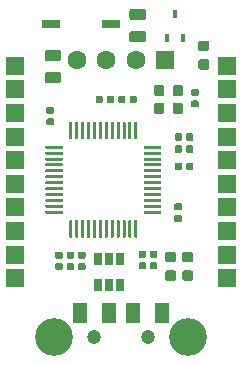
<source format=gbr>
G04 #@! TF.GenerationSoftware,KiCad,Pcbnew,(5.1.5)-2*
G04 #@! TF.CreationDate,2020-02-06T19:09:09-08:00*
G04 #@! TF.ProjectId,USB2RoMeLa_Boosted,55534232-526f-44d6-954c-615f426f6f73,rev?*
G04 #@! TF.SameCoordinates,Original*
G04 #@! TF.FileFunction,Soldermask,Bot*
G04 #@! TF.FilePolarity,Negative*
%FSLAX46Y46*%
G04 Gerber Fmt 4.6, Leading zero omitted, Abs format (unit mm)*
G04 Created by KiCad (PCBNEW (5.1.5)-2) date 2020-02-06 19:09:09*
%MOMM*%
%LPD*%
G04 APERTURE LIST*
%ADD10C,0.100000*%
%ADD11R,0.450000X0.700000*%
%ADD12R,1.600000X0.760000*%
%ADD13C,1.600000*%
%ADD14R,1.600000X1.600000*%
%ADD15C,1.200000*%
%ADD16C,3.200000*%
%ADD17R,1.200000X1.700000*%
%ADD18R,0.650000X1.060000*%
%ADD19R,1.524000X1.524000*%
G04 APERTURE END LIST*
D10*
G36*
X143343626Y-79275301D02*
G01*
X143349693Y-79276201D01*
X143355643Y-79277691D01*
X143361418Y-79279758D01*
X143366962Y-79282380D01*
X143372223Y-79285533D01*
X143377150Y-79289187D01*
X143381694Y-79293306D01*
X143385813Y-79297850D01*
X143389467Y-79302777D01*
X143392620Y-79308038D01*
X143395242Y-79313582D01*
X143397309Y-79319357D01*
X143398799Y-79325307D01*
X143399699Y-79331374D01*
X143400000Y-79337500D01*
X143400000Y-79462500D01*
X143399699Y-79468626D01*
X143398799Y-79474693D01*
X143397309Y-79480643D01*
X143395242Y-79486418D01*
X143392620Y-79491962D01*
X143389467Y-79497223D01*
X143385813Y-79502150D01*
X143381694Y-79506694D01*
X143377150Y-79510813D01*
X143372223Y-79514467D01*
X143366962Y-79517620D01*
X143361418Y-79520242D01*
X143355643Y-79522309D01*
X143349693Y-79523799D01*
X143343626Y-79524699D01*
X143337500Y-79525000D01*
X141987500Y-79525000D01*
X141981374Y-79524699D01*
X141975307Y-79523799D01*
X141969357Y-79522309D01*
X141963582Y-79520242D01*
X141958038Y-79517620D01*
X141952777Y-79514467D01*
X141947850Y-79510813D01*
X141943306Y-79506694D01*
X141939187Y-79502150D01*
X141935533Y-79497223D01*
X141932380Y-79491962D01*
X141929758Y-79486418D01*
X141927691Y-79480643D01*
X141926201Y-79474693D01*
X141925301Y-79468626D01*
X141925000Y-79462500D01*
X141925000Y-79337500D01*
X141925301Y-79331374D01*
X141926201Y-79325307D01*
X141927691Y-79319357D01*
X141929758Y-79313582D01*
X141932380Y-79308038D01*
X141935533Y-79302777D01*
X141939187Y-79297850D01*
X141943306Y-79293306D01*
X141947850Y-79289187D01*
X141952777Y-79285533D01*
X141958038Y-79282380D01*
X141963582Y-79279758D01*
X141969357Y-79277691D01*
X141975307Y-79276201D01*
X141981374Y-79275301D01*
X141987500Y-79275000D01*
X143337500Y-79275000D01*
X143343626Y-79275301D01*
G37*
G36*
X143343626Y-78775301D02*
G01*
X143349693Y-78776201D01*
X143355643Y-78777691D01*
X143361418Y-78779758D01*
X143366962Y-78782380D01*
X143372223Y-78785533D01*
X143377150Y-78789187D01*
X143381694Y-78793306D01*
X143385813Y-78797850D01*
X143389467Y-78802777D01*
X143392620Y-78808038D01*
X143395242Y-78813582D01*
X143397309Y-78819357D01*
X143398799Y-78825307D01*
X143399699Y-78831374D01*
X143400000Y-78837500D01*
X143400000Y-78962500D01*
X143399699Y-78968626D01*
X143398799Y-78974693D01*
X143397309Y-78980643D01*
X143395242Y-78986418D01*
X143392620Y-78991962D01*
X143389467Y-78997223D01*
X143385813Y-79002150D01*
X143381694Y-79006694D01*
X143377150Y-79010813D01*
X143372223Y-79014467D01*
X143366962Y-79017620D01*
X143361418Y-79020242D01*
X143355643Y-79022309D01*
X143349693Y-79023799D01*
X143343626Y-79024699D01*
X143337500Y-79025000D01*
X141987500Y-79025000D01*
X141981374Y-79024699D01*
X141975307Y-79023799D01*
X141969357Y-79022309D01*
X141963582Y-79020242D01*
X141958038Y-79017620D01*
X141952777Y-79014467D01*
X141947850Y-79010813D01*
X141943306Y-79006694D01*
X141939187Y-79002150D01*
X141935533Y-78997223D01*
X141932380Y-78991962D01*
X141929758Y-78986418D01*
X141927691Y-78980643D01*
X141926201Y-78974693D01*
X141925301Y-78968626D01*
X141925000Y-78962500D01*
X141925000Y-78837500D01*
X141925301Y-78831374D01*
X141926201Y-78825307D01*
X141927691Y-78819357D01*
X141929758Y-78813582D01*
X141932380Y-78808038D01*
X141935533Y-78802777D01*
X141939187Y-78797850D01*
X141943306Y-78793306D01*
X141947850Y-78789187D01*
X141952777Y-78785533D01*
X141958038Y-78782380D01*
X141963582Y-78779758D01*
X141969357Y-78777691D01*
X141975307Y-78776201D01*
X141981374Y-78775301D01*
X141987500Y-78775000D01*
X143337500Y-78775000D01*
X143343626Y-78775301D01*
G37*
G36*
X143343626Y-78275301D02*
G01*
X143349693Y-78276201D01*
X143355643Y-78277691D01*
X143361418Y-78279758D01*
X143366962Y-78282380D01*
X143372223Y-78285533D01*
X143377150Y-78289187D01*
X143381694Y-78293306D01*
X143385813Y-78297850D01*
X143389467Y-78302777D01*
X143392620Y-78308038D01*
X143395242Y-78313582D01*
X143397309Y-78319357D01*
X143398799Y-78325307D01*
X143399699Y-78331374D01*
X143400000Y-78337500D01*
X143400000Y-78462500D01*
X143399699Y-78468626D01*
X143398799Y-78474693D01*
X143397309Y-78480643D01*
X143395242Y-78486418D01*
X143392620Y-78491962D01*
X143389467Y-78497223D01*
X143385813Y-78502150D01*
X143381694Y-78506694D01*
X143377150Y-78510813D01*
X143372223Y-78514467D01*
X143366962Y-78517620D01*
X143361418Y-78520242D01*
X143355643Y-78522309D01*
X143349693Y-78523799D01*
X143343626Y-78524699D01*
X143337500Y-78525000D01*
X141987500Y-78525000D01*
X141981374Y-78524699D01*
X141975307Y-78523799D01*
X141969357Y-78522309D01*
X141963582Y-78520242D01*
X141958038Y-78517620D01*
X141952777Y-78514467D01*
X141947850Y-78510813D01*
X141943306Y-78506694D01*
X141939187Y-78502150D01*
X141935533Y-78497223D01*
X141932380Y-78491962D01*
X141929758Y-78486418D01*
X141927691Y-78480643D01*
X141926201Y-78474693D01*
X141925301Y-78468626D01*
X141925000Y-78462500D01*
X141925000Y-78337500D01*
X141925301Y-78331374D01*
X141926201Y-78325307D01*
X141927691Y-78319357D01*
X141929758Y-78313582D01*
X141932380Y-78308038D01*
X141935533Y-78302777D01*
X141939187Y-78297850D01*
X141943306Y-78293306D01*
X141947850Y-78289187D01*
X141952777Y-78285533D01*
X141958038Y-78282380D01*
X141963582Y-78279758D01*
X141969357Y-78277691D01*
X141975307Y-78276201D01*
X141981374Y-78275301D01*
X141987500Y-78275000D01*
X143337500Y-78275000D01*
X143343626Y-78275301D01*
G37*
G36*
X143343626Y-77775301D02*
G01*
X143349693Y-77776201D01*
X143355643Y-77777691D01*
X143361418Y-77779758D01*
X143366962Y-77782380D01*
X143372223Y-77785533D01*
X143377150Y-77789187D01*
X143381694Y-77793306D01*
X143385813Y-77797850D01*
X143389467Y-77802777D01*
X143392620Y-77808038D01*
X143395242Y-77813582D01*
X143397309Y-77819357D01*
X143398799Y-77825307D01*
X143399699Y-77831374D01*
X143400000Y-77837500D01*
X143400000Y-77962500D01*
X143399699Y-77968626D01*
X143398799Y-77974693D01*
X143397309Y-77980643D01*
X143395242Y-77986418D01*
X143392620Y-77991962D01*
X143389467Y-77997223D01*
X143385813Y-78002150D01*
X143381694Y-78006694D01*
X143377150Y-78010813D01*
X143372223Y-78014467D01*
X143366962Y-78017620D01*
X143361418Y-78020242D01*
X143355643Y-78022309D01*
X143349693Y-78023799D01*
X143343626Y-78024699D01*
X143337500Y-78025000D01*
X141987500Y-78025000D01*
X141981374Y-78024699D01*
X141975307Y-78023799D01*
X141969357Y-78022309D01*
X141963582Y-78020242D01*
X141958038Y-78017620D01*
X141952777Y-78014467D01*
X141947850Y-78010813D01*
X141943306Y-78006694D01*
X141939187Y-78002150D01*
X141935533Y-77997223D01*
X141932380Y-77991962D01*
X141929758Y-77986418D01*
X141927691Y-77980643D01*
X141926201Y-77974693D01*
X141925301Y-77968626D01*
X141925000Y-77962500D01*
X141925000Y-77837500D01*
X141925301Y-77831374D01*
X141926201Y-77825307D01*
X141927691Y-77819357D01*
X141929758Y-77813582D01*
X141932380Y-77808038D01*
X141935533Y-77802777D01*
X141939187Y-77797850D01*
X141943306Y-77793306D01*
X141947850Y-77789187D01*
X141952777Y-77785533D01*
X141958038Y-77782380D01*
X141963582Y-77779758D01*
X141969357Y-77777691D01*
X141975307Y-77776201D01*
X141981374Y-77775301D01*
X141987500Y-77775000D01*
X143337500Y-77775000D01*
X143343626Y-77775301D01*
G37*
G36*
X143343626Y-77275301D02*
G01*
X143349693Y-77276201D01*
X143355643Y-77277691D01*
X143361418Y-77279758D01*
X143366962Y-77282380D01*
X143372223Y-77285533D01*
X143377150Y-77289187D01*
X143381694Y-77293306D01*
X143385813Y-77297850D01*
X143389467Y-77302777D01*
X143392620Y-77308038D01*
X143395242Y-77313582D01*
X143397309Y-77319357D01*
X143398799Y-77325307D01*
X143399699Y-77331374D01*
X143400000Y-77337500D01*
X143400000Y-77462500D01*
X143399699Y-77468626D01*
X143398799Y-77474693D01*
X143397309Y-77480643D01*
X143395242Y-77486418D01*
X143392620Y-77491962D01*
X143389467Y-77497223D01*
X143385813Y-77502150D01*
X143381694Y-77506694D01*
X143377150Y-77510813D01*
X143372223Y-77514467D01*
X143366962Y-77517620D01*
X143361418Y-77520242D01*
X143355643Y-77522309D01*
X143349693Y-77523799D01*
X143343626Y-77524699D01*
X143337500Y-77525000D01*
X141987500Y-77525000D01*
X141981374Y-77524699D01*
X141975307Y-77523799D01*
X141969357Y-77522309D01*
X141963582Y-77520242D01*
X141958038Y-77517620D01*
X141952777Y-77514467D01*
X141947850Y-77510813D01*
X141943306Y-77506694D01*
X141939187Y-77502150D01*
X141935533Y-77497223D01*
X141932380Y-77491962D01*
X141929758Y-77486418D01*
X141927691Y-77480643D01*
X141926201Y-77474693D01*
X141925301Y-77468626D01*
X141925000Y-77462500D01*
X141925000Y-77337500D01*
X141925301Y-77331374D01*
X141926201Y-77325307D01*
X141927691Y-77319357D01*
X141929758Y-77313582D01*
X141932380Y-77308038D01*
X141935533Y-77302777D01*
X141939187Y-77297850D01*
X141943306Y-77293306D01*
X141947850Y-77289187D01*
X141952777Y-77285533D01*
X141958038Y-77282380D01*
X141963582Y-77279758D01*
X141969357Y-77277691D01*
X141975307Y-77276201D01*
X141981374Y-77275301D01*
X141987500Y-77275000D01*
X143337500Y-77275000D01*
X143343626Y-77275301D01*
G37*
G36*
X143343626Y-76775301D02*
G01*
X143349693Y-76776201D01*
X143355643Y-76777691D01*
X143361418Y-76779758D01*
X143366962Y-76782380D01*
X143372223Y-76785533D01*
X143377150Y-76789187D01*
X143381694Y-76793306D01*
X143385813Y-76797850D01*
X143389467Y-76802777D01*
X143392620Y-76808038D01*
X143395242Y-76813582D01*
X143397309Y-76819357D01*
X143398799Y-76825307D01*
X143399699Y-76831374D01*
X143400000Y-76837500D01*
X143400000Y-76962500D01*
X143399699Y-76968626D01*
X143398799Y-76974693D01*
X143397309Y-76980643D01*
X143395242Y-76986418D01*
X143392620Y-76991962D01*
X143389467Y-76997223D01*
X143385813Y-77002150D01*
X143381694Y-77006694D01*
X143377150Y-77010813D01*
X143372223Y-77014467D01*
X143366962Y-77017620D01*
X143361418Y-77020242D01*
X143355643Y-77022309D01*
X143349693Y-77023799D01*
X143343626Y-77024699D01*
X143337500Y-77025000D01*
X141987500Y-77025000D01*
X141981374Y-77024699D01*
X141975307Y-77023799D01*
X141969357Y-77022309D01*
X141963582Y-77020242D01*
X141958038Y-77017620D01*
X141952777Y-77014467D01*
X141947850Y-77010813D01*
X141943306Y-77006694D01*
X141939187Y-77002150D01*
X141935533Y-76997223D01*
X141932380Y-76991962D01*
X141929758Y-76986418D01*
X141927691Y-76980643D01*
X141926201Y-76974693D01*
X141925301Y-76968626D01*
X141925000Y-76962500D01*
X141925000Y-76837500D01*
X141925301Y-76831374D01*
X141926201Y-76825307D01*
X141927691Y-76819357D01*
X141929758Y-76813582D01*
X141932380Y-76808038D01*
X141935533Y-76802777D01*
X141939187Y-76797850D01*
X141943306Y-76793306D01*
X141947850Y-76789187D01*
X141952777Y-76785533D01*
X141958038Y-76782380D01*
X141963582Y-76779758D01*
X141969357Y-76777691D01*
X141975307Y-76776201D01*
X141981374Y-76775301D01*
X141987500Y-76775000D01*
X143337500Y-76775000D01*
X143343626Y-76775301D01*
G37*
G36*
X143343626Y-76275301D02*
G01*
X143349693Y-76276201D01*
X143355643Y-76277691D01*
X143361418Y-76279758D01*
X143366962Y-76282380D01*
X143372223Y-76285533D01*
X143377150Y-76289187D01*
X143381694Y-76293306D01*
X143385813Y-76297850D01*
X143389467Y-76302777D01*
X143392620Y-76308038D01*
X143395242Y-76313582D01*
X143397309Y-76319357D01*
X143398799Y-76325307D01*
X143399699Y-76331374D01*
X143400000Y-76337500D01*
X143400000Y-76462500D01*
X143399699Y-76468626D01*
X143398799Y-76474693D01*
X143397309Y-76480643D01*
X143395242Y-76486418D01*
X143392620Y-76491962D01*
X143389467Y-76497223D01*
X143385813Y-76502150D01*
X143381694Y-76506694D01*
X143377150Y-76510813D01*
X143372223Y-76514467D01*
X143366962Y-76517620D01*
X143361418Y-76520242D01*
X143355643Y-76522309D01*
X143349693Y-76523799D01*
X143343626Y-76524699D01*
X143337500Y-76525000D01*
X141987500Y-76525000D01*
X141981374Y-76524699D01*
X141975307Y-76523799D01*
X141969357Y-76522309D01*
X141963582Y-76520242D01*
X141958038Y-76517620D01*
X141952777Y-76514467D01*
X141947850Y-76510813D01*
X141943306Y-76506694D01*
X141939187Y-76502150D01*
X141935533Y-76497223D01*
X141932380Y-76491962D01*
X141929758Y-76486418D01*
X141927691Y-76480643D01*
X141926201Y-76474693D01*
X141925301Y-76468626D01*
X141925000Y-76462500D01*
X141925000Y-76337500D01*
X141925301Y-76331374D01*
X141926201Y-76325307D01*
X141927691Y-76319357D01*
X141929758Y-76313582D01*
X141932380Y-76308038D01*
X141935533Y-76302777D01*
X141939187Y-76297850D01*
X141943306Y-76293306D01*
X141947850Y-76289187D01*
X141952777Y-76285533D01*
X141958038Y-76282380D01*
X141963582Y-76279758D01*
X141969357Y-76277691D01*
X141975307Y-76276201D01*
X141981374Y-76275301D01*
X141987500Y-76275000D01*
X143337500Y-76275000D01*
X143343626Y-76275301D01*
G37*
G36*
X143343626Y-75775301D02*
G01*
X143349693Y-75776201D01*
X143355643Y-75777691D01*
X143361418Y-75779758D01*
X143366962Y-75782380D01*
X143372223Y-75785533D01*
X143377150Y-75789187D01*
X143381694Y-75793306D01*
X143385813Y-75797850D01*
X143389467Y-75802777D01*
X143392620Y-75808038D01*
X143395242Y-75813582D01*
X143397309Y-75819357D01*
X143398799Y-75825307D01*
X143399699Y-75831374D01*
X143400000Y-75837500D01*
X143400000Y-75962500D01*
X143399699Y-75968626D01*
X143398799Y-75974693D01*
X143397309Y-75980643D01*
X143395242Y-75986418D01*
X143392620Y-75991962D01*
X143389467Y-75997223D01*
X143385813Y-76002150D01*
X143381694Y-76006694D01*
X143377150Y-76010813D01*
X143372223Y-76014467D01*
X143366962Y-76017620D01*
X143361418Y-76020242D01*
X143355643Y-76022309D01*
X143349693Y-76023799D01*
X143343626Y-76024699D01*
X143337500Y-76025000D01*
X141987500Y-76025000D01*
X141981374Y-76024699D01*
X141975307Y-76023799D01*
X141969357Y-76022309D01*
X141963582Y-76020242D01*
X141958038Y-76017620D01*
X141952777Y-76014467D01*
X141947850Y-76010813D01*
X141943306Y-76006694D01*
X141939187Y-76002150D01*
X141935533Y-75997223D01*
X141932380Y-75991962D01*
X141929758Y-75986418D01*
X141927691Y-75980643D01*
X141926201Y-75974693D01*
X141925301Y-75968626D01*
X141925000Y-75962500D01*
X141925000Y-75837500D01*
X141925301Y-75831374D01*
X141926201Y-75825307D01*
X141927691Y-75819357D01*
X141929758Y-75813582D01*
X141932380Y-75808038D01*
X141935533Y-75802777D01*
X141939187Y-75797850D01*
X141943306Y-75793306D01*
X141947850Y-75789187D01*
X141952777Y-75785533D01*
X141958038Y-75782380D01*
X141963582Y-75779758D01*
X141969357Y-75777691D01*
X141975307Y-75776201D01*
X141981374Y-75775301D01*
X141987500Y-75775000D01*
X143337500Y-75775000D01*
X143343626Y-75775301D01*
G37*
G36*
X143343626Y-75275301D02*
G01*
X143349693Y-75276201D01*
X143355643Y-75277691D01*
X143361418Y-75279758D01*
X143366962Y-75282380D01*
X143372223Y-75285533D01*
X143377150Y-75289187D01*
X143381694Y-75293306D01*
X143385813Y-75297850D01*
X143389467Y-75302777D01*
X143392620Y-75308038D01*
X143395242Y-75313582D01*
X143397309Y-75319357D01*
X143398799Y-75325307D01*
X143399699Y-75331374D01*
X143400000Y-75337500D01*
X143400000Y-75462500D01*
X143399699Y-75468626D01*
X143398799Y-75474693D01*
X143397309Y-75480643D01*
X143395242Y-75486418D01*
X143392620Y-75491962D01*
X143389467Y-75497223D01*
X143385813Y-75502150D01*
X143381694Y-75506694D01*
X143377150Y-75510813D01*
X143372223Y-75514467D01*
X143366962Y-75517620D01*
X143361418Y-75520242D01*
X143355643Y-75522309D01*
X143349693Y-75523799D01*
X143343626Y-75524699D01*
X143337500Y-75525000D01*
X141987500Y-75525000D01*
X141981374Y-75524699D01*
X141975307Y-75523799D01*
X141969357Y-75522309D01*
X141963582Y-75520242D01*
X141958038Y-75517620D01*
X141952777Y-75514467D01*
X141947850Y-75510813D01*
X141943306Y-75506694D01*
X141939187Y-75502150D01*
X141935533Y-75497223D01*
X141932380Y-75491962D01*
X141929758Y-75486418D01*
X141927691Y-75480643D01*
X141926201Y-75474693D01*
X141925301Y-75468626D01*
X141925000Y-75462500D01*
X141925000Y-75337500D01*
X141925301Y-75331374D01*
X141926201Y-75325307D01*
X141927691Y-75319357D01*
X141929758Y-75313582D01*
X141932380Y-75308038D01*
X141935533Y-75302777D01*
X141939187Y-75297850D01*
X141943306Y-75293306D01*
X141947850Y-75289187D01*
X141952777Y-75285533D01*
X141958038Y-75282380D01*
X141963582Y-75279758D01*
X141969357Y-75277691D01*
X141975307Y-75276201D01*
X141981374Y-75275301D01*
X141987500Y-75275000D01*
X143337500Y-75275000D01*
X143343626Y-75275301D01*
G37*
G36*
X143343626Y-74775301D02*
G01*
X143349693Y-74776201D01*
X143355643Y-74777691D01*
X143361418Y-74779758D01*
X143366962Y-74782380D01*
X143372223Y-74785533D01*
X143377150Y-74789187D01*
X143381694Y-74793306D01*
X143385813Y-74797850D01*
X143389467Y-74802777D01*
X143392620Y-74808038D01*
X143395242Y-74813582D01*
X143397309Y-74819357D01*
X143398799Y-74825307D01*
X143399699Y-74831374D01*
X143400000Y-74837500D01*
X143400000Y-74962500D01*
X143399699Y-74968626D01*
X143398799Y-74974693D01*
X143397309Y-74980643D01*
X143395242Y-74986418D01*
X143392620Y-74991962D01*
X143389467Y-74997223D01*
X143385813Y-75002150D01*
X143381694Y-75006694D01*
X143377150Y-75010813D01*
X143372223Y-75014467D01*
X143366962Y-75017620D01*
X143361418Y-75020242D01*
X143355643Y-75022309D01*
X143349693Y-75023799D01*
X143343626Y-75024699D01*
X143337500Y-75025000D01*
X141987500Y-75025000D01*
X141981374Y-75024699D01*
X141975307Y-75023799D01*
X141969357Y-75022309D01*
X141963582Y-75020242D01*
X141958038Y-75017620D01*
X141952777Y-75014467D01*
X141947850Y-75010813D01*
X141943306Y-75006694D01*
X141939187Y-75002150D01*
X141935533Y-74997223D01*
X141932380Y-74991962D01*
X141929758Y-74986418D01*
X141927691Y-74980643D01*
X141926201Y-74974693D01*
X141925301Y-74968626D01*
X141925000Y-74962500D01*
X141925000Y-74837500D01*
X141925301Y-74831374D01*
X141926201Y-74825307D01*
X141927691Y-74819357D01*
X141929758Y-74813582D01*
X141932380Y-74808038D01*
X141935533Y-74802777D01*
X141939187Y-74797850D01*
X141943306Y-74793306D01*
X141947850Y-74789187D01*
X141952777Y-74785533D01*
X141958038Y-74782380D01*
X141963582Y-74779758D01*
X141969357Y-74777691D01*
X141975307Y-74776201D01*
X141981374Y-74775301D01*
X141987500Y-74775000D01*
X143337500Y-74775000D01*
X143343626Y-74775301D01*
G37*
G36*
X143343626Y-74275301D02*
G01*
X143349693Y-74276201D01*
X143355643Y-74277691D01*
X143361418Y-74279758D01*
X143366962Y-74282380D01*
X143372223Y-74285533D01*
X143377150Y-74289187D01*
X143381694Y-74293306D01*
X143385813Y-74297850D01*
X143389467Y-74302777D01*
X143392620Y-74308038D01*
X143395242Y-74313582D01*
X143397309Y-74319357D01*
X143398799Y-74325307D01*
X143399699Y-74331374D01*
X143400000Y-74337500D01*
X143400000Y-74462500D01*
X143399699Y-74468626D01*
X143398799Y-74474693D01*
X143397309Y-74480643D01*
X143395242Y-74486418D01*
X143392620Y-74491962D01*
X143389467Y-74497223D01*
X143385813Y-74502150D01*
X143381694Y-74506694D01*
X143377150Y-74510813D01*
X143372223Y-74514467D01*
X143366962Y-74517620D01*
X143361418Y-74520242D01*
X143355643Y-74522309D01*
X143349693Y-74523799D01*
X143343626Y-74524699D01*
X143337500Y-74525000D01*
X141987500Y-74525000D01*
X141981374Y-74524699D01*
X141975307Y-74523799D01*
X141969357Y-74522309D01*
X141963582Y-74520242D01*
X141958038Y-74517620D01*
X141952777Y-74514467D01*
X141947850Y-74510813D01*
X141943306Y-74506694D01*
X141939187Y-74502150D01*
X141935533Y-74497223D01*
X141932380Y-74491962D01*
X141929758Y-74486418D01*
X141927691Y-74480643D01*
X141926201Y-74474693D01*
X141925301Y-74468626D01*
X141925000Y-74462500D01*
X141925000Y-74337500D01*
X141925301Y-74331374D01*
X141926201Y-74325307D01*
X141927691Y-74319357D01*
X141929758Y-74313582D01*
X141932380Y-74308038D01*
X141935533Y-74302777D01*
X141939187Y-74297850D01*
X141943306Y-74293306D01*
X141947850Y-74289187D01*
X141952777Y-74285533D01*
X141958038Y-74282380D01*
X141963582Y-74279758D01*
X141969357Y-74277691D01*
X141975307Y-74276201D01*
X141981374Y-74275301D01*
X141987500Y-74275000D01*
X143337500Y-74275000D01*
X143343626Y-74275301D01*
G37*
G36*
X143343626Y-73775301D02*
G01*
X143349693Y-73776201D01*
X143355643Y-73777691D01*
X143361418Y-73779758D01*
X143366962Y-73782380D01*
X143372223Y-73785533D01*
X143377150Y-73789187D01*
X143381694Y-73793306D01*
X143385813Y-73797850D01*
X143389467Y-73802777D01*
X143392620Y-73808038D01*
X143395242Y-73813582D01*
X143397309Y-73819357D01*
X143398799Y-73825307D01*
X143399699Y-73831374D01*
X143400000Y-73837500D01*
X143400000Y-73962500D01*
X143399699Y-73968626D01*
X143398799Y-73974693D01*
X143397309Y-73980643D01*
X143395242Y-73986418D01*
X143392620Y-73991962D01*
X143389467Y-73997223D01*
X143385813Y-74002150D01*
X143381694Y-74006694D01*
X143377150Y-74010813D01*
X143372223Y-74014467D01*
X143366962Y-74017620D01*
X143361418Y-74020242D01*
X143355643Y-74022309D01*
X143349693Y-74023799D01*
X143343626Y-74024699D01*
X143337500Y-74025000D01*
X141987500Y-74025000D01*
X141981374Y-74024699D01*
X141975307Y-74023799D01*
X141969357Y-74022309D01*
X141963582Y-74020242D01*
X141958038Y-74017620D01*
X141952777Y-74014467D01*
X141947850Y-74010813D01*
X141943306Y-74006694D01*
X141939187Y-74002150D01*
X141935533Y-73997223D01*
X141932380Y-73991962D01*
X141929758Y-73986418D01*
X141927691Y-73980643D01*
X141926201Y-73974693D01*
X141925301Y-73968626D01*
X141925000Y-73962500D01*
X141925000Y-73837500D01*
X141925301Y-73831374D01*
X141926201Y-73825307D01*
X141927691Y-73819357D01*
X141929758Y-73813582D01*
X141932380Y-73808038D01*
X141935533Y-73802777D01*
X141939187Y-73797850D01*
X141943306Y-73793306D01*
X141947850Y-73789187D01*
X141952777Y-73785533D01*
X141958038Y-73782380D01*
X141963582Y-73779758D01*
X141969357Y-73777691D01*
X141975307Y-73776201D01*
X141981374Y-73775301D01*
X141987500Y-73775000D01*
X143337500Y-73775000D01*
X143343626Y-73775301D01*
G37*
G36*
X141318626Y-71750301D02*
G01*
X141324693Y-71751201D01*
X141330643Y-71752691D01*
X141336418Y-71754758D01*
X141341962Y-71757380D01*
X141347223Y-71760533D01*
X141352150Y-71764187D01*
X141356694Y-71768306D01*
X141360813Y-71772850D01*
X141364467Y-71777777D01*
X141367620Y-71783038D01*
X141370242Y-71788582D01*
X141372309Y-71794357D01*
X141373799Y-71800307D01*
X141374699Y-71806374D01*
X141375000Y-71812500D01*
X141375000Y-73162500D01*
X141374699Y-73168626D01*
X141373799Y-73174693D01*
X141372309Y-73180643D01*
X141370242Y-73186418D01*
X141367620Y-73191962D01*
X141364467Y-73197223D01*
X141360813Y-73202150D01*
X141356694Y-73206694D01*
X141352150Y-73210813D01*
X141347223Y-73214467D01*
X141341962Y-73217620D01*
X141336418Y-73220242D01*
X141330643Y-73222309D01*
X141324693Y-73223799D01*
X141318626Y-73224699D01*
X141312500Y-73225000D01*
X141187500Y-73225000D01*
X141181374Y-73224699D01*
X141175307Y-73223799D01*
X141169357Y-73222309D01*
X141163582Y-73220242D01*
X141158038Y-73217620D01*
X141152777Y-73214467D01*
X141147850Y-73210813D01*
X141143306Y-73206694D01*
X141139187Y-73202150D01*
X141135533Y-73197223D01*
X141132380Y-73191962D01*
X141129758Y-73186418D01*
X141127691Y-73180643D01*
X141126201Y-73174693D01*
X141125301Y-73168626D01*
X141125000Y-73162500D01*
X141125000Y-71812500D01*
X141125301Y-71806374D01*
X141126201Y-71800307D01*
X141127691Y-71794357D01*
X141129758Y-71788582D01*
X141132380Y-71783038D01*
X141135533Y-71777777D01*
X141139187Y-71772850D01*
X141143306Y-71768306D01*
X141147850Y-71764187D01*
X141152777Y-71760533D01*
X141158038Y-71757380D01*
X141163582Y-71754758D01*
X141169357Y-71752691D01*
X141175307Y-71751201D01*
X141181374Y-71750301D01*
X141187500Y-71750000D01*
X141312500Y-71750000D01*
X141318626Y-71750301D01*
G37*
G36*
X140818626Y-71750301D02*
G01*
X140824693Y-71751201D01*
X140830643Y-71752691D01*
X140836418Y-71754758D01*
X140841962Y-71757380D01*
X140847223Y-71760533D01*
X140852150Y-71764187D01*
X140856694Y-71768306D01*
X140860813Y-71772850D01*
X140864467Y-71777777D01*
X140867620Y-71783038D01*
X140870242Y-71788582D01*
X140872309Y-71794357D01*
X140873799Y-71800307D01*
X140874699Y-71806374D01*
X140875000Y-71812500D01*
X140875000Y-73162500D01*
X140874699Y-73168626D01*
X140873799Y-73174693D01*
X140872309Y-73180643D01*
X140870242Y-73186418D01*
X140867620Y-73191962D01*
X140864467Y-73197223D01*
X140860813Y-73202150D01*
X140856694Y-73206694D01*
X140852150Y-73210813D01*
X140847223Y-73214467D01*
X140841962Y-73217620D01*
X140836418Y-73220242D01*
X140830643Y-73222309D01*
X140824693Y-73223799D01*
X140818626Y-73224699D01*
X140812500Y-73225000D01*
X140687500Y-73225000D01*
X140681374Y-73224699D01*
X140675307Y-73223799D01*
X140669357Y-73222309D01*
X140663582Y-73220242D01*
X140658038Y-73217620D01*
X140652777Y-73214467D01*
X140647850Y-73210813D01*
X140643306Y-73206694D01*
X140639187Y-73202150D01*
X140635533Y-73197223D01*
X140632380Y-73191962D01*
X140629758Y-73186418D01*
X140627691Y-73180643D01*
X140626201Y-73174693D01*
X140625301Y-73168626D01*
X140625000Y-73162500D01*
X140625000Y-71812500D01*
X140625301Y-71806374D01*
X140626201Y-71800307D01*
X140627691Y-71794357D01*
X140629758Y-71788582D01*
X140632380Y-71783038D01*
X140635533Y-71777777D01*
X140639187Y-71772850D01*
X140643306Y-71768306D01*
X140647850Y-71764187D01*
X140652777Y-71760533D01*
X140658038Y-71757380D01*
X140663582Y-71754758D01*
X140669357Y-71752691D01*
X140675307Y-71751201D01*
X140681374Y-71750301D01*
X140687500Y-71750000D01*
X140812500Y-71750000D01*
X140818626Y-71750301D01*
G37*
G36*
X140318626Y-71750301D02*
G01*
X140324693Y-71751201D01*
X140330643Y-71752691D01*
X140336418Y-71754758D01*
X140341962Y-71757380D01*
X140347223Y-71760533D01*
X140352150Y-71764187D01*
X140356694Y-71768306D01*
X140360813Y-71772850D01*
X140364467Y-71777777D01*
X140367620Y-71783038D01*
X140370242Y-71788582D01*
X140372309Y-71794357D01*
X140373799Y-71800307D01*
X140374699Y-71806374D01*
X140375000Y-71812500D01*
X140375000Y-73162500D01*
X140374699Y-73168626D01*
X140373799Y-73174693D01*
X140372309Y-73180643D01*
X140370242Y-73186418D01*
X140367620Y-73191962D01*
X140364467Y-73197223D01*
X140360813Y-73202150D01*
X140356694Y-73206694D01*
X140352150Y-73210813D01*
X140347223Y-73214467D01*
X140341962Y-73217620D01*
X140336418Y-73220242D01*
X140330643Y-73222309D01*
X140324693Y-73223799D01*
X140318626Y-73224699D01*
X140312500Y-73225000D01*
X140187500Y-73225000D01*
X140181374Y-73224699D01*
X140175307Y-73223799D01*
X140169357Y-73222309D01*
X140163582Y-73220242D01*
X140158038Y-73217620D01*
X140152777Y-73214467D01*
X140147850Y-73210813D01*
X140143306Y-73206694D01*
X140139187Y-73202150D01*
X140135533Y-73197223D01*
X140132380Y-73191962D01*
X140129758Y-73186418D01*
X140127691Y-73180643D01*
X140126201Y-73174693D01*
X140125301Y-73168626D01*
X140125000Y-73162500D01*
X140125000Y-71812500D01*
X140125301Y-71806374D01*
X140126201Y-71800307D01*
X140127691Y-71794357D01*
X140129758Y-71788582D01*
X140132380Y-71783038D01*
X140135533Y-71777777D01*
X140139187Y-71772850D01*
X140143306Y-71768306D01*
X140147850Y-71764187D01*
X140152777Y-71760533D01*
X140158038Y-71757380D01*
X140163582Y-71754758D01*
X140169357Y-71752691D01*
X140175307Y-71751201D01*
X140181374Y-71750301D01*
X140187500Y-71750000D01*
X140312500Y-71750000D01*
X140318626Y-71750301D01*
G37*
G36*
X139818626Y-71750301D02*
G01*
X139824693Y-71751201D01*
X139830643Y-71752691D01*
X139836418Y-71754758D01*
X139841962Y-71757380D01*
X139847223Y-71760533D01*
X139852150Y-71764187D01*
X139856694Y-71768306D01*
X139860813Y-71772850D01*
X139864467Y-71777777D01*
X139867620Y-71783038D01*
X139870242Y-71788582D01*
X139872309Y-71794357D01*
X139873799Y-71800307D01*
X139874699Y-71806374D01*
X139875000Y-71812500D01*
X139875000Y-73162500D01*
X139874699Y-73168626D01*
X139873799Y-73174693D01*
X139872309Y-73180643D01*
X139870242Y-73186418D01*
X139867620Y-73191962D01*
X139864467Y-73197223D01*
X139860813Y-73202150D01*
X139856694Y-73206694D01*
X139852150Y-73210813D01*
X139847223Y-73214467D01*
X139841962Y-73217620D01*
X139836418Y-73220242D01*
X139830643Y-73222309D01*
X139824693Y-73223799D01*
X139818626Y-73224699D01*
X139812500Y-73225000D01*
X139687500Y-73225000D01*
X139681374Y-73224699D01*
X139675307Y-73223799D01*
X139669357Y-73222309D01*
X139663582Y-73220242D01*
X139658038Y-73217620D01*
X139652777Y-73214467D01*
X139647850Y-73210813D01*
X139643306Y-73206694D01*
X139639187Y-73202150D01*
X139635533Y-73197223D01*
X139632380Y-73191962D01*
X139629758Y-73186418D01*
X139627691Y-73180643D01*
X139626201Y-73174693D01*
X139625301Y-73168626D01*
X139625000Y-73162500D01*
X139625000Y-71812500D01*
X139625301Y-71806374D01*
X139626201Y-71800307D01*
X139627691Y-71794357D01*
X139629758Y-71788582D01*
X139632380Y-71783038D01*
X139635533Y-71777777D01*
X139639187Y-71772850D01*
X139643306Y-71768306D01*
X139647850Y-71764187D01*
X139652777Y-71760533D01*
X139658038Y-71757380D01*
X139663582Y-71754758D01*
X139669357Y-71752691D01*
X139675307Y-71751201D01*
X139681374Y-71750301D01*
X139687500Y-71750000D01*
X139812500Y-71750000D01*
X139818626Y-71750301D01*
G37*
G36*
X139318626Y-71750301D02*
G01*
X139324693Y-71751201D01*
X139330643Y-71752691D01*
X139336418Y-71754758D01*
X139341962Y-71757380D01*
X139347223Y-71760533D01*
X139352150Y-71764187D01*
X139356694Y-71768306D01*
X139360813Y-71772850D01*
X139364467Y-71777777D01*
X139367620Y-71783038D01*
X139370242Y-71788582D01*
X139372309Y-71794357D01*
X139373799Y-71800307D01*
X139374699Y-71806374D01*
X139375000Y-71812500D01*
X139375000Y-73162500D01*
X139374699Y-73168626D01*
X139373799Y-73174693D01*
X139372309Y-73180643D01*
X139370242Y-73186418D01*
X139367620Y-73191962D01*
X139364467Y-73197223D01*
X139360813Y-73202150D01*
X139356694Y-73206694D01*
X139352150Y-73210813D01*
X139347223Y-73214467D01*
X139341962Y-73217620D01*
X139336418Y-73220242D01*
X139330643Y-73222309D01*
X139324693Y-73223799D01*
X139318626Y-73224699D01*
X139312500Y-73225000D01*
X139187500Y-73225000D01*
X139181374Y-73224699D01*
X139175307Y-73223799D01*
X139169357Y-73222309D01*
X139163582Y-73220242D01*
X139158038Y-73217620D01*
X139152777Y-73214467D01*
X139147850Y-73210813D01*
X139143306Y-73206694D01*
X139139187Y-73202150D01*
X139135533Y-73197223D01*
X139132380Y-73191962D01*
X139129758Y-73186418D01*
X139127691Y-73180643D01*
X139126201Y-73174693D01*
X139125301Y-73168626D01*
X139125000Y-73162500D01*
X139125000Y-71812500D01*
X139125301Y-71806374D01*
X139126201Y-71800307D01*
X139127691Y-71794357D01*
X139129758Y-71788582D01*
X139132380Y-71783038D01*
X139135533Y-71777777D01*
X139139187Y-71772850D01*
X139143306Y-71768306D01*
X139147850Y-71764187D01*
X139152777Y-71760533D01*
X139158038Y-71757380D01*
X139163582Y-71754758D01*
X139169357Y-71752691D01*
X139175307Y-71751201D01*
X139181374Y-71750301D01*
X139187500Y-71750000D01*
X139312500Y-71750000D01*
X139318626Y-71750301D01*
G37*
G36*
X138818626Y-71750301D02*
G01*
X138824693Y-71751201D01*
X138830643Y-71752691D01*
X138836418Y-71754758D01*
X138841962Y-71757380D01*
X138847223Y-71760533D01*
X138852150Y-71764187D01*
X138856694Y-71768306D01*
X138860813Y-71772850D01*
X138864467Y-71777777D01*
X138867620Y-71783038D01*
X138870242Y-71788582D01*
X138872309Y-71794357D01*
X138873799Y-71800307D01*
X138874699Y-71806374D01*
X138875000Y-71812500D01*
X138875000Y-73162500D01*
X138874699Y-73168626D01*
X138873799Y-73174693D01*
X138872309Y-73180643D01*
X138870242Y-73186418D01*
X138867620Y-73191962D01*
X138864467Y-73197223D01*
X138860813Y-73202150D01*
X138856694Y-73206694D01*
X138852150Y-73210813D01*
X138847223Y-73214467D01*
X138841962Y-73217620D01*
X138836418Y-73220242D01*
X138830643Y-73222309D01*
X138824693Y-73223799D01*
X138818626Y-73224699D01*
X138812500Y-73225000D01*
X138687500Y-73225000D01*
X138681374Y-73224699D01*
X138675307Y-73223799D01*
X138669357Y-73222309D01*
X138663582Y-73220242D01*
X138658038Y-73217620D01*
X138652777Y-73214467D01*
X138647850Y-73210813D01*
X138643306Y-73206694D01*
X138639187Y-73202150D01*
X138635533Y-73197223D01*
X138632380Y-73191962D01*
X138629758Y-73186418D01*
X138627691Y-73180643D01*
X138626201Y-73174693D01*
X138625301Y-73168626D01*
X138625000Y-73162500D01*
X138625000Y-71812500D01*
X138625301Y-71806374D01*
X138626201Y-71800307D01*
X138627691Y-71794357D01*
X138629758Y-71788582D01*
X138632380Y-71783038D01*
X138635533Y-71777777D01*
X138639187Y-71772850D01*
X138643306Y-71768306D01*
X138647850Y-71764187D01*
X138652777Y-71760533D01*
X138658038Y-71757380D01*
X138663582Y-71754758D01*
X138669357Y-71752691D01*
X138675307Y-71751201D01*
X138681374Y-71750301D01*
X138687500Y-71750000D01*
X138812500Y-71750000D01*
X138818626Y-71750301D01*
G37*
G36*
X138318626Y-71750301D02*
G01*
X138324693Y-71751201D01*
X138330643Y-71752691D01*
X138336418Y-71754758D01*
X138341962Y-71757380D01*
X138347223Y-71760533D01*
X138352150Y-71764187D01*
X138356694Y-71768306D01*
X138360813Y-71772850D01*
X138364467Y-71777777D01*
X138367620Y-71783038D01*
X138370242Y-71788582D01*
X138372309Y-71794357D01*
X138373799Y-71800307D01*
X138374699Y-71806374D01*
X138375000Y-71812500D01*
X138375000Y-73162500D01*
X138374699Y-73168626D01*
X138373799Y-73174693D01*
X138372309Y-73180643D01*
X138370242Y-73186418D01*
X138367620Y-73191962D01*
X138364467Y-73197223D01*
X138360813Y-73202150D01*
X138356694Y-73206694D01*
X138352150Y-73210813D01*
X138347223Y-73214467D01*
X138341962Y-73217620D01*
X138336418Y-73220242D01*
X138330643Y-73222309D01*
X138324693Y-73223799D01*
X138318626Y-73224699D01*
X138312500Y-73225000D01*
X138187500Y-73225000D01*
X138181374Y-73224699D01*
X138175307Y-73223799D01*
X138169357Y-73222309D01*
X138163582Y-73220242D01*
X138158038Y-73217620D01*
X138152777Y-73214467D01*
X138147850Y-73210813D01*
X138143306Y-73206694D01*
X138139187Y-73202150D01*
X138135533Y-73197223D01*
X138132380Y-73191962D01*
X138129758Y-73186418D01*
X138127691Y-73180643D01*
X138126201Y-73174693D01*
X138125301Y-73168626D01*
X138125000Y-73162500D01*
X138125000Y-71812500D01*
X138125301Y-71806374D01*
X138126201Y-71800307D01*
X138127691Y-71794357D01*
X138129758Y-71788582D01*
X138132380Y-71783038D01*
X138135533Y-71777777D01*
X138139187Y-71772850D01*
X138143306Y-71768306D01*
X138147850Y-71764187D01*
X138152777Y-71760533D01*
X138158038Y-71757380D01*
X138163582Y-71754758D01*
X138169357Y-71752691D01*
X138175307Y-71751201D01*
X138181374Y-71750301D01*
X138187500Y-71750000D01*
X138312500Y-71750000D01*
X138318626Y-71750301D01*
G37*
G36*
X137818626Y-71750301D02*
G01*
X137824693Y-71751201D01*
X137830643Y-71752691D01*
X137836418Y-71754758D01*
X137841962Y-71757380D01*
X137847223Y-71760533D01*
X137852150Y-71764187D01*
X137856694Y-71768306D01*
X137860813Y-71772850D01*
X137864467Y-71777777D01*
X137867620Y-71783038D01*
X137870242Y-71788582D01*
X137872309Y-71794357D01*
X137873799Y-71800307D01*
X137874699Y-71806374D01*
X137875000Y-71812500D01*
X137875000Y-73162500D01*
X137874699Y-73168626D01*
X137873799Y-73174693D01*
X137872309Y-73180643D01*
X137870242Y-73186418D01*
X137867620Y-73191962D01*
X137864467Y-73197223D01*
X137860813Y-73202150D01*
X137856694Y-73206694D01*
X137852150Y-73210813D01*
X137847223Y-73214467D01*
X137841962Y-73217620D01*
X137836418Y-73220242D01*
X137830643Y-73222309D01*
X137824693Y-73223799D01*
X137818626Y-73224699D01*
X137812500Y-73225000D01*
X137687500Y-73225000D01*
X137681374Y-73224699D01*
X137675307Y-73223799D01*
X137669357Y-73222309D01*
X137663582Y-73220242D01*
X137658038Y-73217620D01*
X137652777Y-73214467D01*
X137647850Y-73210813D01*
X137643306Y-73206694D01*
X137639187Y-73202150D01*
X137635533Y-73197223D01*
X137632380Y-73191962D01*
X137629758Y-73186418D01*
X137627691Y-73180643D01*
X137626201Y-73174693D01*
X137625301Y-73168626D01*
X137625000Y-73162500D01*
X137625000Y-71812500D01*
X137625301Y-71806374D01*
X137626201Y-71800307D01*
X137627691Y-71794357D01*
X137629758Y-71788582D01*
X137632380Y-71783038D01*
X137635533Y-71777777D01*
X137639187Y-71772850D01*
X137643306Y-71768306D01*
X137647850Y-71764187D01*
X137652777Y-71760533D01*
X137658038Y-71757380D01*
X137663582Y-71754758D01*
X137669357Y-71752691D01*
X137675307Y-71751201D01*
X137681374Y-71750301D01*
X137687500Y-71750000D01*
X137812500Y-71750000D01*
X137818626Y-71750301D01*
G37*
G36*
X137318626Y-71750301D02*
G01*
X137324693Y-71751201D01*
X137330643Y-71752691D01*
X137336418Y-71754758D01*
X137341962Y-71757380D01*
X137347223Y-71760533D01*
X137352150Y-71764187D01*
X137356694Y-71768306D01*
X137360813Y-71772850D01*
X137364467Y-71777777D01*
X137367620Y-71783038D01*
X137370242Y-71788582D01*
X137372309Y-71794357D01*
X137373799Y-71800307D01*
X137374699Y-71806374D01*
X137375000Y-71812500D01*
X137375000Y-73162500D01*
X137374699Y-73168626D01*
X137373799Y-73174693D01*
X137372309Y-73180643D01*
X137370242Y-73186418D01*
X137367620Y-73191962D01*
X137364467Y-73197223D01*
X137360813Y-73202150D01*
X137356694Y-73206694D01*
X137352150Y-73210813D01*
X137347223Y-73214467D01*
X137341962Y-73217620D01*
X137336418Y-73220242D01*
X137330643Y-73222309D01*
X137324693Y-73223799D01*
X137318626Y-73224699D01*
X137312500Y-73225000D01*
X137187500Y-73225000D01*
X137181374Y-73224699D01*
X137175307Y-73223799D01*
X137169357Y-73222309D01*
X137163582Y-73220242D01*
X137158038Y-73217620D01*
X137152777Y-73214467D01*
X137147850Y-73210813D01*
X137143306Y-73206694D01*
X137139187Y-73202150D01*
X137135533Y-73197223D01*
X137132380Y-73191962D01*
X137129758Y-73186418D01*
X137127691Y-73180643D01*
X137126201Y-73174693D01*
X137125301Y-73168626D01*
X137125000Y-73162500D01*
X137125000Y-71812500D01*
X137125301Y-71806374D01*
X137126201Y-71800307D01*
X137127691Y-71794357D01*
X137129758Y-71788582D01*
X137132380Y-71783038D01*
X137135533Y-71777777D01*
X137139187Y-71772850D01*
X137143306Y-71768306D01*
X137147850Y-71764187D01*
X137152777Y-71760533D01*
X137158038Y-71757380D01*
X137163582Y-71754758D01*
X137169357Y-71752691D01*
X137175307Y-71751201D01*
X137181374Y-71750301D01*
X137187500Y-71750000D01*
X137312500Y-71750000D01*
X137318626Y-71750301D01*
G37*
G36*
X136818626Y-71750301D02*
G01*
X136824693Y-71751201D01*
X136830643Y-71752691D01*
X136836418Y-71754758D01*
X136841962Y-71757380D01*
X136847223Y-71760533D01*
X136852150Y-71764187D01*
X136856694Y-71768306D01*
X136860813Y-71772850D01*
X136864467Y-71777777D01*
X136867620Y-71783038D01*
X136870242Y-71788582D01*
X136872309Y-71794357D01*
X136873799Y-71800307D01*
X136874699Y-71806374D01*
X136875000Y-71812500D01*
X136875000Y-73162500D01*
X136874699Y-73168626D01*
X136873799Y-73174693D01*
X136872309Y-73180643D01*
X136870242Y-73186418D01*
X136867620Y-73191962D01*
X136864467Y-73197223D01*
X136860813Y-73202150D01*
X136856694Y-73206694D01*
X136852150Y-73210813D01*
X136847223Y-73214467D01*
X136841962Y-73217620D01*
X136836418Y-73220242D01*
X136830643Y-73222309D01*
X136824693Y-73223799D01*
X136818626Y-73224699D01*
X136812500Y-73225000D01*
X136687500Y-73225000D01*
X136681374Y-73224699D01*
X136675307Y-73223799D01*
X136669357Y-73222309D01*
X136663582Y-73220242D01*
X136658038Y-73217620D01*
X136652777Y-73214467D01*
X136647850Y-73210813D01*
X136643306Y-73206694D01*
X136639187Y-73202150D01*
X136635533Y-73197223D01*
X136632380Y-73191962D01*
X136629758Y-73186418D01*
X136627691Y-73180643D01*
X136626201Y-73174693D01*
X136625301Y-73168626D01*
X136625000Y-73162500D01*
X136625000Y-71812500D01*
X136625301Y-71806374D01*
X136626201Y-71800307D01*
X136627691Y-71794357D01*
X136629758Y-71788582D01*
X136632380Y-71783038D01*
X136635533Y-71777777D01*
X136639187Y-71772850D01*
X136643306Y-71768306D01*
X136647850Y-71764187D01*
X136652777Y-71760533D01*
X136658038Y-71757380D01*
X136663582Y-71754758D01*
X136669357Y-71752691D01*
X136675307Y-71751201D01*
X136681374Y-71750301D01*
X136687500Y-71750000D01*
X136812500Y-71750000D01*
X136818626Y-71750301D01*
G37*
G36*
X136318626Y-71750301D02*
G01*
X136324693Y-71751201D01*
X136330643Y-71752691D01*
X136336418Y-71754758D01*
X136341962Y-71757380D01*
X136347223Y-71760533D01*
X136352150Y-71764187D01*
X136356694Y-71768306D01*
X136360813Y-71772850D01*
X136364467Y-71777777D01*
X136367620Y-71783038D01*
X136370242Y-71788582D01*
X136372309Y-71794357D01*
X136373799Y-71800307D01*
X136374699Y-71806374D01*
X136375000Y-71812500D01*
X136375000Y-73162500D01*
X136374699Y-73168626D01*
X136373799Y-73174693D01*
X136372309Y-73180643D01*
X136370242Y-73186418D01*
X136367620Y-73191962D01*
X136364467Y-73197223D01*
X136360813Y-73202150D01*
X136356694Y-73206694D01*
X136352150Y-73210813D01*
X136347223Y-73214467D01*
X136341962Y-73217620D01*
X136336418Y-73220242D01*
X136330643Y-73222309D01*
X136324693Y-73223799D01*
X136318626Y-73224699D01*
X136312500Y-73225000D01*
X136187500Y-73225000D01*
X136181374Y-73224699D01*
X136175307Y-73223799D01*
X136169357Y-73222309D01*
X136163582Y-73220242D01*
X136158038Y-73217620D01*
X136152777Y-73214467D01*
X136147850Y-73210813D01*
X136143306Y-73206694D01*
X136139187Y-73202150D01*
X136135533Y-73197223D01*
X136132380Y-73191962D01*
X136129758Y-73186418D01*
X136127691Y-73180643D01*
X136126201Y-73174693D01*
X136125301Y-73168626D01*
X136125000Y-73162500D01*
X136125000Y-71812500D01*
X136125301Y-71806374D01*
X136126201Y-71800307D01*
X136127691Y-71794357D01*
X136129758Y-71788582D01*
X136132380Y-71783038D01*
X136135533Y-71777777D01*
X136139187Y-71772850D01*
X136143306Y-71768306D01*
X136147850Y-71764187D01*
X136152777Y-71760533D01*
X136158038Y-71757380D01*
X136163582Y-71754758D01*
X136169357Y-71752691D01*
X136175307Y-71751201D01*
X136181374Y-71750301D01*
X136187500Y-71750000D01*
X136312500Y-71750000D01*
X136318626Y-71750301D01*
G37*
G36*
X135818626Y-71750301D02*
G01*
X135824693Y-71751201D01*
X135830643Y-71752691D01*
X135836418Y-71754758D01*
X135841962Y-71757380D01*
X135847223Y-71760533D01*
X135852150Y-71764187D01*
X135856694Y-71768306D01*
X135860813Y-71772850D01*
X135864467Y-71777777D01*
X135867620Y-71783038D01*
X135870242Y-71788582D01*
X135872309Y-71794357D01*
X135873799Y-71800307D01*
X135874699Y-71806374D01*
X135875000Y-71812500D01*
X135875000Y-73162500D01*
X135874699Y-73168626D01*
X135873799Y-73174693D01*
X135872309Y-73180643D01*
X135870242Y-73186418D01*
X135867620Y-73191962D01*
X135864467Y-73197223D01*
X135860813Y-73202150D01*
X135856694Y-73206694D01*
X135852150Y-73210813D01*
X135847223Y-73214467D01*
X135841962Y-73217620D01*
X135836418Y-73220242D01*
X135830643Y-73222309D01*
X135824693Y-73223799D01*
X135818626Y-73224699D01*
X135812500Y-73225000D01*
X135687500Y-73225000D01*
X135681374Y-73224699D01*
X135675307Y-73223799D01*
X135669357Y-73222309D01*
X135663582Y-73220242D01*
X135658038Y-73217620D01*
X135652777Y-73214467D01*
X135647850Y-73210813D01*
X135643306Y-73206694D01*
X135639187Y-73202150D01*
X135635533Y-73197223D01*
X135632380Y-73191962D01*
X135629758Y-73186418D01*
X135627691Y-73180643D01*
X135626201Y-73174693D01*
X135625301Y-73168626D01*
X135625000Y-73162500D01*
X135625000Y-71812500D01*
X135625301Y-71806374D01*
X135626201Y-71800307D01*
X135627691Y-71794357D01*
X135629758Y-71788582D01*
X135632380Y-71783038D01*
X135635533Y-71777777D01*
X135639187Y-71772850D01*
X135643306Y-71768306D01*
X135647850Y-71764187D01*
X135652777Y-71760533D01*
X135658038Y-71757380D01*
X135663582Y-71754758D01*
X135669357Y-71752691D01*
X135675307Y-71751201D01*
X135681374Y-71750301D01*
X135687500Y-71750000D01*
X135812500Y-71750000D01*
X135818626Y-71750301D01*
G37*
G36*
X135018626Y-73775301D02*
G01*
X135024693Y-73776201D01*
X135030643Y-73777691D01*
X135036418Y-73779758D01*
X135041962Y-73782380D01*
X135047223Y-73785533D01*
X135052150Y-73789187D01*
X135056694Y-73793306D01*
X135060813Y-73797850D01*
X135064467Y-73802777D01*
X135067620Y-73808038D01*
X135070242Y-73813582D01*
X135072309Y-73819357D01*
X135073799Y-73825307D01*
X135074699Y-73831374D01*
X135075000Y-73837500D01*
X135075000Y-73962500D01*
X135074699Y-73968626D01*
X135073799Y-73974693D01*
X135072309Y-73980643D01*
X135070242Y-73986418D01*
X135067620Y-73991962D01*
X135064467Y-73997223D01*
X135060813Y-74002150D01*
X135056694Y-74006694D01*
X135052150Y-74010813D01*
X135047223Y-74014467D01*
X135041962Y-74017620D01*
X135036418Y-74020242D01*
X135030643Y-74022309D01*
X135024693Y-74023799D01*
X135018626Y-74024699D01*
X135012500Y-74025000D01*
X133662500Y-74025000D01*
X133656374Y-74024699D01*
X133650307Y-74023799D01*
X133644357Y-74022309D01*
X133638582Y-74020242D01*
X133633038Y-74017620D01*
X133627777Y-74014467D01*
X133622850Y-74010813D01*
X133618306Y-74006694D01*
X133614187Y-74002150D01*
X133610533Y-73997223D01*
X133607380Y-73991962D01*
X133604758Y-73986418D01*
X133602691Y-73980643D01*
X133601201Y-73974693D01*
X133600301Y-73968626D01*
X133600000Y-73962500D01*
X133600000Y-73837500D01*
X133600301Y-73831374D01*
X133601201Y-73825307D01*
X133602691Y-73819357D01*
X133604758Y-73813582D01*
X133607380Y-73808038D01*
X133610533Y-73802777D01*
X133614187Y-73797850D01*
X133618306Y-73793306D01*
X133622850Y-73789187D01*
X133627777Y-73785533D01*
X133633038Y-73782380D01*
X133638582Y-73779758D01*
X133644357Y-73777691D01*
X133650307Y-73776201D01*
X133656374Y-73775301D01*
X133662500Y-73775000D01*
X135012500Y-73775000D01*
X135018626Y-73775301D01*
G37*
G36*
X135018626Y-74275301D02*
G01*
X135024693Y-74276201D01*
X135030643Y-74277691D01*
X135036418Y-74279758D01*
X135041962Y-74282380D01*
X135047223Y-74285533D01*
X135052150Y-74289187D01*
X135056694Y-74293306D01*
X135060813Y-74297850D01*
X135064467Y-74302777D01*
X135067620Y-74308038D01*
X135070242Y-74313582D01*
X135072309Y-74319357D01*
X135073799Y-74325307D01*
X135074699Y-74331374D01*
X135075000Y-74337500D01*
X135075000Y-74462500D01*
X135074699Y-74468626D01*
X135073799Y-74474693D01*
X135072309Y-74480643D01*
X135070242Y-74486418D01*
X135067620Y-74491962D01*
X135064467Y-74497223D01*
X135060813Y-74502150D01*
X135056694Y-74506694D01*
X135052150Y-74510813D01*
X135047223Y-74514467D01*
X135041962Y-74517620D01*
X135036418Y-74520242D01*
X135030643Y-74522309D01*
X135024693Y-74523799D01*
X135018626Y-74524699D01*
X135012500Y-74525000D01*
X133662500Y-74525000D01*
X133656374Y-74524699D01*
X133650307Y-74523799D01*
X133644357Y-74522309D01*
X133638582Y-74520242D01*
X133633038Y-74517620D01*
X133627777Y-74514467D01*
X133622850Y-74510813D01*
X133618306Y-74506694D01*
X133614187Y-74502150D01*
X133610533Y-74497223D01*
X133607380Y-74491962D01*
X133604758Y-74486418D01*
X133602691Y-74480643D01*
X133601201Y-74474693D01*
X133600301Y-74468626D01*
X133600000Y-74462500D01*
X133600000Y-74337500D01*
X133600301Y-74331374D01*
X133601201Y-74325307D01*
X133602691Y-74319357D01*
X133604758Y-74313582D01*
X133607380Y-74308038D01*
X133610533Y-74302777D01*
X133614187Y-74297850D01*
X133618306Y-74293306D01*
X133622850Y-74289187D01*
X133627777Y-74285533D01*
X133633038Y-74282380D01*
X133638582Y-74279758D01*
X133644357Y-74277691D01*
X133650307Y-74276201D01*
X133656374Y-74275301D01*
X133662500Y-74275000D01*
X135012500Y-74275000D01*
X135018626Y-74275301D01*
G37*
G36*
X135018626Y-74775301D02*
G01*
X135024693Y-74776201D01*
X135030643Y-74777691D01*
X135036418Y-74779758D01*
X135041962Y-74782380D01*
X135047223Y-74785533D01*
X135052150Y-74789187D01*
X135056694Y-74793306D01*
X135060813Y-74797850D01*
X135064467Y-74802777D01*
X135067620Y-74808038D01*
X135070242Y-74813582D01*
X135072309Y-74819357D01*
X135073799Y-74825307D01*
X135074699Y-74831374D01*
X135075000Y-74837500D01*
X135075000Y-74962500D01*
X135074699Y-74968626D01*
X135073799Y-74974693D01*
X135072309Y-74980643D01*
X135070242Y-74986418D01*
X135067620Y-74991962D01*
X135064467Y-74997223D01*
X135060813Y-75002150D01*
X135056694Y-75006694D01*
X135052150Y-75010813D01*
X135047223Y-75014467D01*
X135041962Y-75017620D01*
X135036418Y-75020242D01*
X135030643Y-75022309D01*
X135024693Y-75023799D01*
X135018626Y-75024699D01*
X135012500Y-75025000D01*
X133662500Y-75025000D01*
X133656374Y-75024699D01*
X133650307Y-75023799D01*
X133644357Y-75022309D01*
X133638582Y-75020242D01*
X133633038Y-75017620D01*
X133627777Y-75014467D01*
X133622850Y-75010813D01*
X133618306Y-75006694D01*
X133614187Y-75002150D01*
X133610533Y-74997223D01*
X133607380Y-74991962D01*
X133604758Y-74986418D01*
X133602691Y-74980643D01*
X133601201Y-74974693D01*
X133600301Y-74968626D01*
X133600000Y-74962500D01*
X133600000Y-74837500D01*
X133600301Y-74831374D01*
X133601201Y-74825307D01*
X133602691Y-74819357D01*
X133604758Y-74813582D01*
X133607380Y-74808038D01*
X133610533Y-74802777D01*
X133614187Y-74797850D01*
X133618306Y-74793306D01*
X133622850Y-74789187D01*
X133627777Y-74785533D01*
X133633038Y-74782380D01*
X133638582Y-74779758D01*
X133644357Y-74777691D01*
X133650307Y-74776201D01*
X133656374Y-74775301D01*
X133662500Y-74775000D01*
X135012500Y-74775000D01*
X135018626Y-74775301D01*
G37*
G36*
X135018626Y-75275301D02*
G01*
X135024693Y-75276201D01*
X135030643Y-75277691D01*
X135036418Y-75279758D01*
X135041962Y-75282380D01*
X135047223Y-75285533D01*
X135052150Y-75289187D01*
X135056694Y-75293306D01*
X135060813Y-75297850D01*
X135064467Y-75302777D01*
X135067620Y-75308038D01*
X135070242Y-75313582D01*
X135072309Y-75319357D01*
X135073799Y-75325307D01*
X135074699Y-75331374D01*
X135075000Y-75337500D01*
X135075000Y-75462500D01*
X135074699Y-75468626D01*
X135073799Y-75474693D01*
X135072309Y-75480643D01*
X135070242Y-75486418D01*
X135067620Y-75491962D01*
X135064467Y-75497223D01*
X135060813Y-75502150D01*
X135056694Y-75506694D01*
X135052150Y-75510813D01*
X135047223Y-75514467D01*
X135041962Y-75517620D01*
X135036418Y-75520242D01*
X135030643Y-75522309D01*
X135024693Y-75523799D01*
X135018626Y-75524699D01*
X135012500Y-75525000D01*
X133662500Y-75525000D01*
X133656374Y-75524699D01*
X133650307Y-75523799D01*
X133644357Y-75522309D01*
X133638582Y-75520242D01*
X133633038Y-75517620D01*
X133627777Y-75514467D01*
X133622850Y-75510813D01*
X133618306Y-75506694D01*
X133614187Y-75502150D01*
X133610533Y-75497223D01*
X133607380Y-75491962D01*
X133604758Y-75486418D01*
X133602691Y-75480643D01*
X133601201Y-75474693D01*
X133600301Y-75468626D01*
X133600000Y-75462500D01*
X133600000Y-75337500D01*
X133600301Y-75331374D01*
X133601201Y-75325307D01*
X133602691Y-75319357D01*
X133604758Y-75313582D01*
X133607380Y-75308038D01*
X133610533Y-75302777D01*
X133614187Y-75297850D01*
X133618306Y-75293306D01*
X133622850Y-75289187D01*
X133627777Y-75285533D01*
X133633038Y-75282380D01*
X133638582Y-75279758D01*
X133644357Y-75277691D01*
X133650307Y-75276201D01*
X133656374Y-75275301D01*
X133662500Y-75275000D01*
X135012500Y-75275000D01*
X135018626Y-75275301D01*
G37*
G36*
X135018626Y-75775301D02*
G01*
X135024693Y-75776201D01*
X135030643Y-75777691D01*
X135036418Y-75779758D01*
X135041962Y-75782380D01*
X135047223Y-75785533D01*
X135052150Y-75789187D01*
X135056694Y-75793306D01*
X135060813Y-75797850D01*
X135064467Y-75802777D01*
X135067620Y-75808038D01*
X135070242Y-75813582D01*
X135072309Y-75819357D01*
X135073799Y-75825307D01*
X135074699Y-75831374D01*
X135075000Y-75837500D01*
X135075000Y-75962500D01*
X135074699Y-75968626D01*
X135073799Y-75974693D01*
X135072309Y-75980643D01*
X135070242Y-75986418D01*
X135067620Y-75991962D01*
X135064467Y-75997223D01*
X135060813Y-76002150D01*
X135056694Y-76006694D01*
X135052150Y-76010813D01*
X135047223Y-76014467D01*
X135041962Y-76017620D01*
X135036418Y-76020242D01*
X135030643Y-76022309D01*
X135024693Y-76023799D01*
X135018626Y-76024699D01*
X135012500Y-76025000D01*
X133662500Y-76025000D01*
X133656374Y-76024699D01*
X133650307Y-76023799D01*
X133644357Y-76022309D01*
X133638582Y-76020242D01*
X133633038Y-76017620D01*
X133627777Y-76014467D01*
X133622850Y-76010813D01*
X133618306Y-76006694D01*
X133614187Y-76002150D01*
X133610533Y-75997223D01*
X133607380Y-75991962D01*
X133604758Y-75986418D01*
X133602691Y-75980643D01*
X133601201Y-75974693D01*
X133600301Y-75968626D01*
X133600000Y-75962500D01*
X133600000Y-75837500D01*
X133600301Y-75831374D01*
X133601201Y-75825307D01*
X133602691Y-75819357D01*
X133604758Y-75813582D01*
X133607380Y-75808038D01*
X133610533Y-75802777D01*
X133614187Y-75797850D01*
X133618306Y-75793306D01*
X133622850Y-75789187D01*
X133627777Y-75785533D01*
X133633038Y-75782380D01*
X133638582Y-75779758D01*
X133644357Y-75777691D01*
X133650307Y-75776201D01*
X133656374Y-75775301D01*
X133662500Y-75775000D01*
X135012500Y-75775000D01*
X135018626Y-75775301D01*
G37*
G36*
X135018626Y-76275301D02*
G01*
X135024693Y-76276201D01*
X135030643Y-76277691D01*
X135036418Y-76279758D01*
X135041962Y-76282380D01*
X135047223Y-76285533D01*
X135052150Y-76289187D01*
X135056694Y-76293306D01*
X135060813Y-76297850D01*
X135064467Y-76302777D01*
X135067620Y-76308038D01*
X135070242Y-76313582D01*
X135072309Y-76319357D01*
X135073799Y-76325307D01*
X135074699Y-76331374D01*
X135075000Y-76337500D01*
X135075000Y-76462500D01*
X135074699Y-76468626D01*
X135073799Y-76474693D01*
X135072309Y-76480643D01*
X135070242Y-76486418D01*
X135067620Y-76491962D01*
X135064467Y-76497223D01*
X135060813Y-76502150D01*
X135056694Y-76506694D01*
X135052150Y-76510813D01*
X135047223Y-76514467D01*
X135041962Y-76517620D01*
X135036418Y-76520242D01*
X135030643Y-76522309D01*
X135024693Y-76523799D01*
X135018626Y-76524699D01*
X135012500Y-76525000D01*
X133662500Y-76525000D01*
X133656374Y-76524699D01*
X133650307Y-76523799D01*
X133644357Y-76522309D01*
X133638582Y-76520242D01*
X133633038Y-76517620D01*
X133627777Y-76514467D01*
X133622850Y-76510813D01*
X133618306Y-76506694D01*
X133614187Y-76502150D01*
X133610533Y-76497223D01*
X133607380Y-76491962D01*
X133604758Y-76486418D01*
X133602691Y-76480643D01*
X133601201Y-76474693D01*
X133600301Y-76468626D01*
X133600000Y-76462500D01*
X133600000Y-76337500D01*
X133600301Y-76331374D01*
X133601201Y-76325307D01*
X133602691Y-76319357D01*
X133604758Y-76313582D01*
X133607380Y-76308038D01*
X133610533Y-76302777D01*
X133614187Y-76297850D01*
X133618306Y-76293306D01*
X133622850Y-76289187D01*
X133627777Y-76285533D01*
X133633038Y-76282380D01*
X133638582Y-76279758D01*
X133644357Y-76277691D01*
X133650307Y-76276201D01*
X133656374Y-76275301D01*
X133662500Y-76275000D01*
X135012500Y-76275000D01*
X135018626Y-76275301D01*
G37*
G36*
X135018626Y-76775301D02*
G01*
X135024693Y-76776201D01*
X135030643Y-76777691D01*
X135036418Y-76779758D01*
X135041962Y-76782380D01*
X135047223Y-76785533D01*
X135052150Y-76789187D01*
X135056694Y-76793306D01*
X135060813Y-76797850D01*
X135064467Y-76802777D01*
X135067620Y-76808038D01*
X135070242Y-76813582D01*
X135072309Y-76819357D01*
X135073799Y-76825307D01*
X135074699Y-76831374D01*
X135075000Y-76837500D01*
X135075000Y-76962500D01*
X135074699Y-76968626D01*
X135073799Y-76974693D01*
X135072309Y-76980643D01*
X135070242Y-76986418D01*
X135067620Y-76991962D01*
X135064467Y-76997223D01*
X135060813Y-77002150D01*
X135056694Y-77006694D01*
X135052150Y-77010813D01*
X135047223Y-77014467D01*
X135041962Y-77017620D01*
X135036418Y-77020242D01*
X135030643Y-77022309D01*
X135024693Y-77023799D01*
X135018626Y-77024699D01*
X135012500Y-77025000D01*
X133662500Y-77025000D01*
X133656374Y-77024699D01*
X133650307Y-77023799D01*
X133644357Y-77022309D01*
X133638582Y-77020242D01*
X133633038Y-77017620D01*
X133627777Y-77014467D01*
X133622850Y-77010813D01*
X133618306Y-77006694D01*
X133614187Y-77002150D01*
X133610533Y-76997223D01*
X133607380Y-76991962D01*
X133604758Y-76986418D01*
X133602691Y-76980643D01*
X133601201Y-76974693D01*
X133600301Y-76968626D01*
X133600000Y-76962500D01*
X133600000Y-76837500D01*
X133600301Y-76831374D01*
X133601201Y-76825307D01*
X133602691Y-76819357D01*
X133604758Y-76813582D01*
X133607380Y-76808038D01*
X133610533Y-76802777D01*
X133614187Y-76797850D01*
X133618306Y-76793306D01*
X133622850Y-76789187D01*
X133627777Y-76785533D01*
X133633038Y-76782380D01*
X133638582Y-76779758D01*
X133644357Y-76777691D01*
X133650307Y-76776201D01*
X133656374Y-76775301D01*
X133662500Y-76775000D01*
X135012500Y-76775000D01*
X135018626Y-76775301D01*
G37*
G36*
X135018626Y-77275301D02*
G01*
X135024693Y-77276201D01*
X135030643Y-77277691D01*
X135036418Y-77279758D01*
X135041962Y-77282380D01*
X135047223Y-77285533D01*
X135052150Y-77289187D01*
X135056694Y-77293306D01*
X135060813Y-77297850D01*
X135064467Y-77302777D01*
X135067620Y-77308038D01*
X135070242Y-77313582D01*
X135072309Y-77319357D01*
X135073799Y-77325307D01*
X135074699Y-77331374D01*
X135075000Y-77337500D01*
X135075000Y-77462500D01*
X135074699Y-77468626D01*
X135073799Y-77474693D01*
X135072309Y-77480643D01*
X135070242Y-77486418D01*
X135067620Y-77491962D01*
X135064467Y-77497223D01*
X135060813Y-77502150D01*
X135056694Y-77506694D01*
X135052150Y-77510813D01*
X135047223Y-77514467D01*
X135041962Y-77517620D01*
X135036418Y-77520242D01*
X135030643Y-77522309D01*
X135024693Y-77523799D01*
X135018626Y-77524699D01*
X135012500Y-77525000D01*
X133662500Y-77525000D01*
X133656374Y-77524699D01*
X133650307Y-77523799D01*
X133644357Y-77522309D01*
X133638582Y-77520242D01*
X133633038Y-77517620D01*
X133627777Y-77514467D01*
X133622850Y-77510813D01*
X133618306Y-77506694D01*
X133614187Y-77502150D01*
X133610533Y-77497223D01*
X133607380Y-77491962D01*
X133604758Y-77486418D01*
X133602691Y-77480643D01*
X133601201Y-77474693D01*
X133600301Y-77468626D01*
X133600000Y-77462500D01*
X133600000Y-77337500D01*
X133600301Y-77331374D01*
X133601201Y-77325307D01*
X133602691Y-77319357D01*
X133604758Y-77313582D01*
X133607380Y-77308038D01*
X133610533Y-77302777D01*
X133614187Y-77297850D01*
X133618306Y-77293306D01*
X133622850Y-77289187D01*
X133627777Y-77285533D01*
X133633038Y-77282380D01*
X133638582Y-77279758D01*
X133644357Y-77277691D01*
X133650307Y-77276201D01*
X133656374Y-77275301D01*
X133662500Y-77275000D01*
X135012500Y-77275000D01*
X135018626Y-77275301D01*
G37*
G36*
X135018626Y-77775301D02*
G01*
X135024693Y-77776201D01*
X135030643Y-77777691D01*
X135036418Y-77779758D01*
X135041962Y-77782380D01*
X135047223Y-77785533D01*
X135052150Y-77789187D01*
X135056694Y-77793306D01*
X135060813Y-77797850D01*
X135064467Y-77802777D01*
X135067620Y-77808038D01*
X135070242Y-77813582D01*
X135072309Y-77819357D01*
X135073799Y-77825307D01*
X135074699Y-77831374D01*
X135075000Y-77837500D01*
X135075000Y-77962500D01*
X135074699Y-77968626D01*
X135073799Y-77974693D01*
X135072309Y-77980643D01*
X135070242Y-77986418D01*
X135067620Y-77991962D01*
X135064467Y-77997223D01*
X135060813Y-78002150D01*
X135056694Y-78006694D01*
X135052150Y-78010813D01*
X135047223Y-78014467D01*
X135041962Y-78017620D01*
X135036418Y-78020242D01*
X135030643Y-78022309D01*
X135024693Y-78023799D01*
X135018626Y-78024699D01*
X135012500Y-78025000D01*
X133662500Y-78025000D01*
X133656374Y-78024699D01*
X133650307Y-78023799D01*
X133644357Y-78022309D01*
X133638582Y-78020242D01*
X133633038Y-78017620D01*
X133627777Y-78014467D01*
X133622850Y-78010813D01*
X133618306Y-78006694D01*
X133614187Y-78002150D01*
X133610533Y-77997223D01*
X133607380Y-77991962D01*
X133604758Y-77986418D01*
X133602691Y-77980643D01*
X133601201Y-77974693D01*
X133600301Y-77968626D01*
X133600000Y-77962500D01*
X133600000Y-77837500D01*
X133600301Y-77831374D01*
X133601201Y-77825307D01*
X133602691Y-77819357D01*
X133604758Y-77813582D01*
X133607380Y-77808038D01*
X133610533Y-77802777D01*
X133614187Y-77797850D01*
X133618306Y-77793306D01*
X133622850Y-77789187D01*
X133627777Y-77785533D01*
X133633038Y-77782380D01*
X133638582Y-77779758D01*
X133644357Y-77777691D01*
X133650307Y-77776201D01*
X133656374Y-77775301D01*
X133662500Y-77775000D01*
X135012500Y-77775000D01*
X135018626Y-77775301D01*
G37*
G36*
X135018626Y-78275301D02*
G01*
X135024693Y-78276201D01*
X135030643Y-78277691D01*
X135036418Y-78279758D01*
X135041962Y-78282380D01*
X135047223Y-78285533D01*
X135052150Y-78289187D01*
X135056694Y-78293306D01*
X135060813Y-78297850D01*
X135064467Y-78302777D01*
X135067620Y-78308038D01*
X135070242Y-78313582D01*
X135072309Y-78319357D01*
X135073799Y-78325307D01*
X135074699Y-78331374D01*
X135075000Y-78337500D01*
X135075000Y-78462500D01*
X135074699Y-78468626D01*
X135073799Y-78474693D01*
X135072309Y-78480643D01*
X135070242Y-78486418D01*
X135067620Y-78491962D01*
X135064467Y-78497223D01*
X135060813Y-78502150D01*
X135056694Y-78506694D01*
X135052150Y-78510813D01*
X135047223Y-78514467D01*
X135041962Y-78517620D01*
X135036418Y-78520242D01*
X135030643Y-78522309D01*
X135024693Y-78523799D01*
X135018626Y-78524699D01*
X135012500Y-78525000D01*
X133662500Y-78525000D01*
X133656374Y-78524699D01*
X133650307Y-78523799D01*
X133644357Y-78522309D01*
X133638582Y-78520242D01*
X133633038Y-78517620D01*
X133627777Y-78514467D01*
X133622850Y-78510813D01*
X133618306Y-78506694D01*
X133614187Y-78502150D01*
X133610533Y-78497223D01*
X133607380Y-78491962D01*
X133604758Y-78486418D01*
X133602691Y-78480643D01*
X133601201Y-78474693D01*
X133600301Y-78468626D01*
X133600000Y-78462500D01*
X133600000Y-78337500D01*
X133600301Y-78331374D01*
X133601201Y-78325307D01*
X133602691Y-78319357D01*
X133604758Y-78313582D01*
X133607380Y-78308038D01*
X133610533Y-78302777D01*
X133614187Y-78297850D01*
X133618306Y-78293306D01*
X133622850Y-78289187D01*
X133627777Y-78285533D01*
X133633038Y-78282380D01*
X133638582Y-78279758D01*
X133644357Y-78277691D01*
X133650307Y-78276201D01*
X133656374Y-78275301D01*
X133662500Y-78275000D01*
X135012500Y-78275000D01*
X135018626Y-78275301D01*
G37*
G36*
X135018626Y-78775301D02*
G01*
X135024693Y-78776201D01*
X135030643Y-78777691D01*
X135036418Y-78779758D01*
X135041962Y-78782380D01*
X135047223Y-78785533D01*
X135052150Y-78789187D01*
X135056694Y-78793306D01*
X135060813Y-78797850D01*
X135064467Y-78802777D01*
X135067620Y-78808038D01*
X135070242Y-78813582D01*
X135072309Y-78819357D01*
X135073799Y-78825307D01*
X135074699Y-78831374D01*
X135075000Y-78837500D01*
X135075000Y-78962500D01*
X135074699Y-78968626D01*
X135073799Y-78974693D01*
X135072309Y-78980643D01*
X135070242Y-78986418D01*
X135067620Y-78991962D01*
X135064467Y-78997223D01*
X135060813Y-79002150D01*
X135056694Y-79006694D01*
X135052150Y-79010813D01*
X135047223Y-79014467D01*
X135041962Y-79017620D01*
X135036418Y-79020242D01*
X135030643Y-79022309D01*
X135024693Y-79023799D01*
X135018626Y-79024699D01*
X135012500Y-79025000D01*
X133662500Y-79025000D01*
X133656374Y-79024699D01*
X133650307Y-79023799D01*
X133644357Y-79022309D01*
X133638582Y-79020242D01*
X133633038Y-79017620D01*
X133627777Y-79014467D01*
X133622850Y-79010813D01*
X133618306Y-79006694D01*
X133614187Y-79002150D01*
X133610533Y-78997223D01*
X133607380Y-78991962D01*
X133604758Y-78986418D01*
X133602691Y-78980643D01*
X133601201Y-78974693D01*
X133600301Y-78968626D01*
X133600000Y-78962500D01*
X133600000Y-78837500D01*
X133600301Y-78831374D01*
X133601201Y-78825307D01*
X133602691Y-78819357D01*
X133604758Y-78813582D01*
X133607380Y-78808038D01*
X133610533Y-78802777D01*
X133614187Y-78797850D01*
X133618306Y-78793306D01*
X133622850Y-78789187D01*
X133627777Y-78785533D01*
X133633038Y-78782380D01*
X133638582Y-78779758D01*
X133644357Y-78777691D01*
X133650307Y-78776201D01*
X133656374Y-78775301D01*
X133662500Y-78775000D01*
X135012500Y-78775000D01*
X135018626Y-78775301D01*
G37*
G36*
X135018626Y-79275301D02*
G01*
X135024693Y-79276201D01*
X135030643Y-79277691D01*
X135036418Y-79279758D01*
X135041962Y-79282380D01*
X135047223Y-79285533D01*
X135052150Y-79289187D01*
X135056694Y-79293306D01*
X135060813Y-79297850D01*
X135064467Y-79302777D01*
X135067620Y-79308038D01*
X135070242Y-79313582D01*
X135072309Y-79319357D01*
X135073799Y-79325307D01*
X135074699Y-79331374D01*
X135075000Y-79337500D01*
X135075000Y-79462500D01*
X135074699Y-79468626D01*
X135073799Y-79474693D01*
X135072309Y-79480643D01*
X135070242Y-79486418D01*
X135067620Y-79491962D01*
X135064467Y-79497223D01*
X135060813Y-79502150D01*
X135056694Y-79506694D01*
X135052150Y-79510813D01*
X135047223Y-79514467D01*
X135041962Y-79517620D01*
X135036418Y-79520242D01*
X135030643Y-79522309D01*
X135024693Y-79523799D01*
X135018626Y-79524699D01*
X135012500Y-79525000D01*
X133662500Y-79525000D01*
X133656374Y-79524699D01*
X133650307Y-79523799D01*
X133644357Y-79522309D01*
X133638582Y-79520242D01*
X133633038Y-79517620D01*
X133627777Y-79514467D01*
X133622850Y-79510813D01*
X133618306Y-79506694D01*
X133614187Y-79502150D01*
X133610533Y-79497223D01*
X133607380Y-79491962D01*
X133604758Y-79486418D01*
X133602691Y-79480643D01*
X133601201Y-79474693D01*
X133600301Y-79468626D01*
X133600000Y-79462500D01*
X133600000Y-79337500D01*
X133600301Y-79331374D01*
X133601201Y-79325307D01*
X133602691Y-79319357D01*
X133604758Y-79313582D01*
X133607380Y-79308038D01*
X133610533Y-79302777D01*
X133614187Y-79297850D01*
X133618306Y-79293306D01*
X133622850Y-79289187D01*
X133627777Y-79285533D01*
X133633038Y-79282380D01*
X133638582Y-79279758D01*
X133644357Y-79277691D01*
X133650307Y-79276201D01*
X133656374Y-79275301D01*
X133662500Y-79275000D01*
X135012500Y-79275000D01*
X135018626Y-79275301D01*
G37*
G36*
X135818626Y-80075301D02*
G01*
X135824693Y-80076201D01*
X135830643Y-80077691D01*
X135836418Y-80079758D01*
X135841962Y-80082380D01*
X135847223Y-80085533D01*
X135852150Y-80089187D01*
X135856694Y-80093306D01*
X135860813Y-80097850D01*
X135864467Y-80102777D01*
X135867620Y-80108038D01*
X135870242Y-80113582D01*
X135872309Y-80119357D01*
X135873799Y-80125307D01*
X135874699Y-80131374D01*
X135875000Y-80137500D01*
X135875000Y-81487500D01*
X135874699Y-81493626D01*
X135873799Y-81499693D01*
X135872309Y-81505643D01*
X135870242Y-81511418D01*
X135867620Y-81516962D01*
X135864467Y-81522223D01*
X135860813Y-81527150D01*
X135856694Y-81531694D01*
X135852150Y-81535813D01*
X135847223Y-81539467D01*
X135841962Y-81542620D01*
X135836418Y-81545242D01*
X135830643Y-81547309D01*
X135824693Y-81548799D01*
X135818626Y-81549699D01*
X135812500Y-81550000D01*
X135687500Y-81550000D01*
X135681374Y-81549699D01*
X135675307Y-81548799D01*
X135669357Y-81547309D01*
X135663582Y-81545242D01*
X135658038Y-81542620D01*
X135652777Y-81539467D01*
X135647850Y-81535813D01*
X135643306Y-81531694D01*
X135639187Y-81527150D01*
X135635533Y-81522223D01*
X135632380Y-81516962D01*
X135629758Y-81511418D01*
X135627691Y-81505643D01*
X135626201Y-81499693D01*
X135625301Y-81493626D01*
X135625000Y-81487500D01*
X135625000Y-80137500D01*
X135625301Y-80131374D01*
X135626201Y-80125307D01*
X135627691Y-80119357D01*
X135629758Y-80113582D01*
X135632380Y-80108038D01*
X135635533Y-80102777D01*
X135639187Y-80097850D01*
X135643306Y-80093306D01*
X135647850Y-80089187D01*
X135652777Y-80085533D01*
X135658038Y-80082380D01*
X135663582Y-80079758D01*
X135669357Y-80077691D01*
X135675307Y-80076201D01*
X135681374Y-80075301D01*
X135687500Y-80075000D01*
X135812500Y-80075000D01*
X135818626Y-80075301D01*
G37*
G36*
X136318626Y-80075301D02*
G01*
X136324693Y-80076201D01*
X136330643Y-80077691D01*
X136336418Y-80079758D01*
X136341962Y-80082380D01*
X136347223Y-80085533D01*
X136352150Y-80089187D01*
X136356694Y-80093306D01*
X136360813Y-80097850D01*
X136364467Y-80102777D01*
X136367620Y-80108038D01*
X136370242Y-80113582D01*
X136372309Y-80119357D01*
X136373799Y-80125307D01*
X136374699Y-80131374D01*
X136375000Y-80137500D01*
X136375000Y-81487500D01*
X136374699Y-81493626D01*
X136373799Y-81499693D01*
X136372309Y-81505643D01*
X136370242Y-81511418D01*
X136367620Y-81516962D01*
X136364467Y-81522223D01*
X136360813Y-81527150D01*
X136356694Y-81531694D01*
X136352150Y-81535813D01*
X136347223Y-81539467D01*
X136341962Y-81542620D01*
X136336418Y-81545242D01*
X136330643Y-81547309D01*
X136324693Y-81548799D01*
X136318626Y-81549699D01*
X136312500Y-81550000D01*
X136187500Y-81550000D01*
X136181374Y-81549699D01*
X136175307Y-81548799D01*
X136169357Y-81547309D01*
X136163582Y-81545242D01*
X136158038Y-81542620D01*
X136152777Y-81539467D01*
X136147850Y-81535813D01*
X136143306Y-81531694D01*
X136139187Y-81527150D01*
X136135533Y-81522223D01*
X136132380Y-81516962D01*
X136129758Y-81511418D01*
X136127691Y-81505643D01*
X136126201Y-81499693D01*
X136125301Y-81493626D01*
X136125000Y-81487500D01*
X136125000Y-80137500D01*
X136125301Y-80131374D01*
X136126201Y-80125307D01*
X136127691Y-80119357D01*
X136129758Y-80113582D01*
X136132380Y-80108038D01*
X136135533Y-80102777D01*
X136139187Y-80097850D01*
X136143306Y-80093306D01*
X136147850Y-80089187D01*
X136152777Y-80085533D01*
X136158038Y-80082380D01*
X136163582Y-80079758D01*
X136169357Y-80077691D01*
X136175307Y-80076201D01*
X136181374Y-80075301D01*
X136187500Y-80075000D01*
X136312500Y-80075000D01*
X136318626Y-80075301D01*
G37*
G36*
X136818626Y-80075301D02*
G01*
X136824693Y-80076201D01*
X136830643Y-80077691D01*
X136836418Y-80079758D01*
X136841962Y-80082380D01*
X136847223Y-80085533D01*
X136852150Y-80089187D01*
X136856694Y-80093306D01*
X136860813Y-80097850D01*
X136864467Y-80102777D01*
X136867620Y-80108038D01*
X136870242Y-80113582D01*
X136872309Y-80119357D01*
X136873799Y-80125307D01*
X136874699Y-80131374D01*
X136875000Y-80137500D01*
X136875000Y-81487500D01*
X136874699Y-81493626D01*
X136873799Y-81499693D01*
X136872309Y-81505643D01*
X136870242Y-81511418D01*
X136867620Y-81516962D01*
X136864467Y-81522223D01*
X136860813Y-81527150D01*
X136856694Y-81531694D01*
X136852150Y-81535813D01*
X136847223Y-81539467D01*
X136841962Y-81542620D01*
X136836418Y-81545242D01*
X136830643Y-81547309D01*
X136824693Y-81548799D01*
X136818626Y-81549699D01*
X136812500Y-81550000D01*
X136687500Y-81550000D01*
X136681374Y-81549699D01*
X136675307Y-81548799D01*
X136669357Y-81547309D01*
X136663582Y-81545242D01*
X136658038Y-81542620D01*
X136652777Y-81539467D01*
X136647850Y-81535813D01*
X136643306Y-81531694D01*
X136639187Y-81527150D01*
X136635533Y-81522223D01*
X136632380Y-81516962D01*
X136629758Y-81511418D01*
X136627691Y-81505643D01*
X136626201Y-81499693D01*
X136625301Y-81493626D01*
X136625000Y-81487500D01*
X136625000Y-80137500D01*
X136625301Y-80131374D01*
X136626201Y-80125307D01*
X136627691Y-80119357D01*
X136629758Y-80113582D01*
X136632380Y-80108038D01*
X136635533Y-80102777D01*
X136639187Y-80097850D01*
X136643306Y-80093306D01*
X136647850Y-80089187D01*
X136652777Y-80085533D01*
X136658038Y-80082380D01*
X136663582Y-80079758D01*
X136669357Y-80077691D01*
X136675307Y-80076201D01*
X136681374Y-80075301D01*
X136687500Y-80075000D01*
X136812500Y-80075000D01*
X136818626Y-80075301D01*
G37*
G36*
X137318626Y-80075301D02*
G01*
X137324693Y-80076201D01*
X137330643Y-80077691D01*
X137336418Y-80079758D01*
X137341962Y-80082380D01*
X137347223Y-80085533D01*
X137352150Y-80089187D01*
X137356694Y-80093306D01*
X137360813Y-80097850D01*
X137364467Y-80102777D01*
X137367620Y-80108038D01*
X137370242Y-80113582D01*
X137372309Y-80119357D01*
X137373799Y-80125307D01*
X137374699Y-80131374D01*
X137375000Y-80137500D01*
X137375000Y-81487500D01*
X137374699Y-81493626D01*
X137373799Y-81499693D01*
X137372309Y-81505643D01*
X137370242Y-81511418D01*
X137367620Y-81516962D01*
X137364467Y-81522223D01*
X137360813Y-81527150D01*
X137356694Y-81531694D01*
X137352150Y-81535813D01*
X137347223Y-81539467D01*
X137341962Y-81542620D01*
X137336418Y-81545242D01*
X137330643Y-81547309D01*
X137324693Y-81548799D01*
X137318626Y-81549699D01*
X137312500Y-81550000D01*
X137187500Y-81550000D01*
X137181374Y-81549699D01*
X137175307Y-81548799D01*
X137169357Y-81547309D01*
X137163582Y-81545242D01*
X137158038Y-81542620D01*
X137152777Y-81539467D01*
X137147850Y-81535813D01*
X137143306Y-81531694D01*
X137139187Y-81527150D01*
X137135533Y-81522223D01*
X137132380Y-81516962D01*
X137129758Y-81511418D01*
X137127691Y-81505643D01*
X137126201Y-81499693D01*
X137125301Y-81493626D01*
X137125000Y-81487500D01*
X137125000Y-80137500D01*
X137125301Y-80131374D01*
X137126201Y-80125307D01*
X137127691Y-80119357D01*
X137129758Y-80113582D01*
X137132380Y-80108038D01*
X137135533Y-80102777D01*
X137139187Y-80097850D01*
X137143306Y-80093306D01*
X137147850Y-80089187D01*
X137152777Y-80085533D01*
X137158038Y-80082380D01*
X137163582Y-80079758D01*
X137169357Y-80077691D01*
X137175307Y-80076201D01*
X137181374Y-80075301D01*
X137187500Y-80075000D01*
X137312500Y-80075000D01*
X137318626Y-80075301D01*
G37*
G36*
X137818626Y-80075301D02*
G01*
X137824693Y-80076201D01*
X137830643Y-80077691D01*
X137836418Y-80079758D01*
X137841962Y-80082380D01*
X137847223Y-80085533D01*
X137852150Y-80089187D01*
X137856694Y-80093306D01*
X137860813Y-80097850D01*
X137864467Y-80102777D01*
X137867620Y-80108038D01*
X137870242Y-80113582D01*
X137872309Y-80119357D01*
X137873799Y-80125307D01*
X137874699Y-80131374D01*
X137875000Y-80137500D01*
X137875000Y-81487500D01*
X137874699Y-81493626D01*
X137873799Y-81499693D01*
X137872309Y-81505643D01*
X137870242Y-81511418D01*
X137867620Y-81516962D01*
X137864467Y-81522223D01*
X137860813Y-81527150D01*
X137856694Y-81531694D01*
X137852150Y-81535813D01*
X137847223Y-81539467D01*
X137841962Y-81542620D01*
X137836418Y-81545242D01*
X137830643Y-81547309D01*
X137824693Y-81548799D01*
X137818626Y-81549699D01*
X137812500Y-81550000D01*
X137687500Y-81550000D01*
X137681374Y-81549699D01*
X137675307Y-81548799D01*
X137669357Y-81547309D01*
X137663582Y-81545242D01*
X137658038Y-81542620D01*
X137652777Y-81539467D01*
X137647850Y-81535813D01*
X137643306Y-81531694D01*
X137639187Y-81527150D01*
X137635533Y-81522223D01*
X137632380Y-81516962D01*
X137629758Y-81511418D01*
X137627691Y-81505643D01*
X137626201Y-81499693D01*
X137625301Y-81493626D01*
X137625000Y-81487500D01*
X137625000Y-80137500D01*
X137625301Y-80131374D01*
X137626201Y-80125307D01*
X137627691Y-80119357D01*
X137629758Y-80113582D01*
X137632380Y-80108038D01*
X137635533Y-80102777D01*
X137639187Y-80097850D01*
X137643306Y-80093306D01*
X137647850Y-80089187D01*
X137652777Y-80085533D01*
X137658038Y-80082380D01*
X137663582Y-80079758D01*
X137669357Y-80077691D01*
X137675307Y-80076201D01*
X137681374Y-80075301D01*
X137687500Y-80075000D01*
X137812500Y-80075000D01*
X137818626Y-80075301D01*
G37*
G36*
X138318626Y-80075301D02*
G01*
X138324693Y-80076201D01*
X138330643Y-80077691D01*
X138336418Y-80079758D01*
X138341962Y-80082380D01*
X138347223Y-80085533D01*
X138352150Y-80089187D01*
X138356694Y-80093306D01*
X138360813Y-80097850D01*
X138364467Y-80102777D01*
X138367620Y-80108038D01*
X138370242Y-80113582D01*
X138372309Y-80119357D01*
X138373799Y-80125307D01*
X138374699Y-80131374D01*
X138375000Y-80137500D01*
X138375000Y-81487500D01*
X138374699Y-81493626D01*
X138373799Y-81499693D01*
X138372309Y-81505643D01*
X138370242Y-81511418D01*
X138367620Y-81516962D01*
X138364467Y-81522223D01*
X138360813Y-81527150D01*
X138356694Y-81531694D01*
X138352150Y-81535813D01*
X138347223Y-81539467D01*
X138341962Y-81542620D01*
X138336418Y-81545242D01*
X138330643Y-81547309D01*
X138324693Y-81548799D01*
X138318626Y-81549699D01*
X138312500Y-81550000D01*
X138187500Y-81550000D01*
X138181374Y-81549699D01*
X138175307Y-81548799D01*
X138169357Y-81547309D01*
X138163582Y-81545242D01*
X138158038Y-81542620D01*
X138152777Y-81539467D01*
X138147850Y-81535813D01*
X138143306Y-81531694D01*
X138139187Y-81527150D01*
X138135533Y-81522223D01*
X138132380Y-81516962D01*
X138129758Y-81511418D01*
X138127691Y-81505643D01*
X138126201Y-81499693D01*
X138125301Y-81493626D01*
X138125000Y-81487500D01*
X138125000Y-80137500D01*
X138125301Y-80131374D01*
X138126201Y-80125307D01*
X138127691Y-80119357D01*
X138129758Y-80113582D01*
X138132380Y-80108038D01*
X138135533Y-80102777D01*
X138139187Y-80097850D01*
X138143306Y-80093306D01*
X138147850Y-80089187D01*
X138152777Y-80085533D01*
X138158038Y-80082380D01*
X138163582Y-80079758D01*
X138169357Y-80077691D01*
X138175307Y-80076201D01*
X138181374Y-80075301D01*
X138187500Y-80075000D01*
X138312500Y-80075000D01*
X138318626Y-80075301D01*
G37*
G36*
X138818626Y-80075301D02*
G01*
X138824693Y-80076201D01*
X138830643Y-80077691D01*
X138836418Y-80079758D01*
X138841962Y-80082380D01*
X138847223Y-80085533D01*
X138852150Y-80089187D01*
X138856694Y-80093306D01*
X138860813Y-80097850D01*
X138864467Y-80102777D01*
X138867620Y-80108038D01*
X138870242Y-80113582D01*
X138872309Y-80119357D01*
X138873799Y-80125307D01*
X138874699Y-80131374D01*
X138875000Y-80137500D01*
X138875000Y-81487500D01*
X138874699Y-81493626D01*
X138873799Y-81499693D01*
X138872309Y-81505643D01*
X138870242Y-81511418D01*
X138867620Y-81516962D01*
X138864467Y-81522223D01*
X138860813Y-81527150D01*
X138856694Y-81531694D01*
X138852150Y-81535813D01*
X138847223Y-81539467D01*
X138841962Y-81542620D01*
X138836418Y-81545242D01*
X138830643Y-81547309D01*
X138824693Y-81548799D01*
X138818626Y-81549699D01*
X138812500Y-81550000D01*
X138687500Y-81550000D01*
X138681374Y-81549699D01*
X138675307Y-81548799D01*
X138669357Y-81547309D01*
X138663582Y-81545242D01*
X138658038Y-81542620D01*
X138652777Y-81539467D01*
X138647850Y-81535813D01*
X138643306Y-81531694D01*
X138639187Y-81527150D01*
X138635533Y-81522223D01*
X138632380Y-81516962D01*
X138629758Y-81511418D01*
X138627691Y-81505643D01*
X138626201Y-81499693D01*
X138625301Y-81493626D01*
X138625000Y-81487500D01*
X138625000Y-80137500D01*
X138625301Y-80131374D01*
X138626201Y-80125307D01*
X138627691Y-80119357D01*
X138629758Y-80113582D01*
X138632380Y-80108038D01*
X138635533Y-80102777D01*
X138639187Y-80097850D01*
X138643306Y-80093306D01*
X138647850Y-80089187D01*
X138652777Y-80085533D01*
X138658038Y-80082380D01*
X138663582Y-80079758D01*
X138669357Y-80077691D01*
X138675307Y-80076201D01*
X138681374Y-80075301D01*
X138687500Y-80075000D01*
X138812500Y-80075000D01*
X138818626Y-80075301D01*
G37*
G36*
X139318626Y-80075301D02*
G01*
X139324693Y-80076201D01*
X139330643Y-80077691D01*
X139336418Y-80079758D01*
X139341962Y-80082380D01*
X139347223Y-80085533D01*
X139352150Y-80089187D01*
X139356694Y-80093306D01*
X139360813Y-80097850D01*
X139364467Y-80102777D01*
X139367620Y-80108038D01*
X139370242Y-80113582D01*
X139372309Y-80119357D01*
X139373799Y-80125307D01*
X139374699Y-80131374D01*
X139375000Y-80137500D01*
X139375000Y-81487500D01*
X139374699Y-81493626D01*
X139373799Y-81499693D01*
X139372309Y-81505643D01*
X139370242Y-81511418D01*
X139367620Y-81516962D01*
X139364467Y-81522223D01*
X139360813Y-81527150D01*
X139356694Y-81531694D01*
X139352150Y-81535813D01*
X139347223Y-81539467D01*
X139341962Y-81542620D01*
X139336418Y-81545242D01*
X139330643Y-81547309D01*
X139324693Y-81548799D01*
X139318626Y-81549699D01*
X139312500Y-81550000D01*
X139187500Y-81550000D01*
X139181374Y-81549699D01*
X139175307Y-81548799D01*
X139169357Y-81547309D01*
X139163582Y-81545242D01*
X139158038Y-81542620D01*
X139152777Y-81539467D01*
X139147850Y-81535813D01*
X139143306Y-81531694D01*
X139139187Y-81527150D01*
X139135533Y-81522223D01*
X139132380Y-81516962D01*
X139129758Y-81511418D01*
X139127691Y-81505643D01*
X139126201Y-81499693D01*
X139125301Y-81493626D01*
X139125000Y-81487500D01*
X139125000Y-80137500D01*
X139125301Y-80131374D01*
X139126201Y-80125307D01*
X139127691Y-80119357D01*
X139129758Y-80113582D01*
X139132380Y-80108038D01*
X139135533Y-80102777D01*
X139139187Y-80097850D01*
X139143306Y-80093306D01*
X139147850Y-80089187D01*
X139152777Y-80085533D01*
X139158038Y-80082380D01*
X139163582Y-80079758D01*
X139169357Y-80077691D01*
X139175307Y-80076201D01*
X139181374Y-80075301D01*
X139187500Y-80075000D01*
X139312500Y-80075000D01*
X139318626Y-80075301D01*
G37*
G36*
X139818626Y-80075301D02*
G01*
X139824693Y-80076201D01*
X139830643Y-80077691D01*
X139836418Y-80079758D01*
X139841962Y-80082380D01*
X139847223Y-80085533D01*
X139852150Y-80089187D01*
X139856694Y-80093306D01*
X139860813Y-80097850D01*
X139864467Y-80102777D01*
X139867620Y-80108038D01*
X139870242Y-80113582D01*
X139872309Y-80119357D01*
X139873799Y-80125307D01*
X139874699Y-80131374D01*
X139875000Y-80137500D01*
X139875000Y-81487500D01*
X139874699Y-81493626D01*
X139873799Y-81499693D01*
X139872309Y-81505643D01*
X139870242Y-81511418D01*
X139867620Y-81516962D01*
X139864467Y-81522223D01*
X139860813Y-81527150D01*
X139856694Y-81531694D01*
X139852150Y-81535813D01*
X139847223Y-81539467D01*
X139841962Y-81542620D01*
X139836418Y-81545242D01*
X139830643Y-81547309D01*
X139824693Y-81548799D01*
X139818626Y-81549699D01*
X139812500Y-81550000D01*
X139687500Y-81550000D01*
X139681374Y-81549699D01*
X139675307Y-81548799D01*
X139669357Y-81547309D01*
X139663582Y-81545242D01*
X139658038Y-81542620D01*
X139652777Y-81539467D01*
X139647850Y-81535813D01*
X139643306Y-81531694D01*
X139639187Y-81527150D01*
X139635533Y-81522223D01*
X139632380Y-81516962D01*
X139629758Y-81511418D01*
X139627691Y-81505643D01*
X139626201Y-81499693D01*
X139625301Y-81493626D01*
X139625000Y-81487500D01*
X139625000Y-80137500D01*
X139625301Y-80131374D01*
X139626201Y-80125307D01*
X139627691Y-80119357D01*
X139629758Y-80113582D01*
X139632380Y-80108038D01*
X139635533Y-80102777D01*
X139639187Y-80097850D01*
X139643306Y-80093306D01*
X139647850Y-80089187D01*
X139652777Y-80085533D01*
X139658038Y-80082380D01*
X139663582Y-80079758D01*
X139669357Y-80077691D01*
X139675307Y-80076201D01*
X139681374Y-80075301D01*
X139687500Y-80075000D01*
X139812500Y-80075000D01*
X139818626Y-80075301D01*
G37*
G36*
X140318626Y-80075301D02*
G01*
X140324693Y-80076201D01*
X140330643Y-80077691D01*
X140336418Y-80079758D01*
X140341962Y-80082380D01*
X140347223Y-80085533D01*
X140352150Y-80089187D01*
X140356694Y-80093306D01*
X140360813Y-80097850D01*
X140364467Y-80102777D01*
X140367620Y-80108038D01*
X140370242Y-80113582D01*
X140372309Y-80119357D01*
X140373799Y-80125307D01*
X140374699Y-80131374D01*
X140375000Y-80137500D01*
X140375000Y-81487500D01*
X140374699Y-81493626D01*
X140373799Y-81499693D01*
X140372309Y-81505643D01*
X140370242Y-81511418D01*
X140367620Y-81516962D01*
X140364467Y-81522223D01*
X140360813Y-81527150D01*
X140356694Y-81531694D01*
X140352150Y-81535813D01*
X140347223Y-81539467D01*
X140341962Y-81542620D01*
X140336418Y-81545242D01*
X140330643Y-81547309D01*
X140324693Y-81548799D01*
X140318626Y-81549699D01*
X140312500Y-81550000D01*
X140187500Y-81550000D01*
X140181374Y-81549699D01*
X140175307Y-81548799D01*
X140169357Y-81547309D01*
X140163582Y-81545242D01*
X140158038Y-81542620D01*
X140152777Y-81539467D01*
X140147850Y-81535813D01*
X140143306Y-81531694D01*
X140139187Y-81527150D01*
X140135533Y-81522223D01*
X140132380Y-81516962D01*
X140129758Y-81511418D01*
X140127691Y-81505643D01*
X140126201Y-81499693D01*
X140125301Y-81493626D01*
X140125000Y-81487500D01*
X140125000Y-80137500D01*
X140125301Y-80131374D01*
X140126201Y-80125307D01*
X140127691Y-80119357D01*
X140129758Y-80113582D01*
X140132380Y-80108038D01*
X140135533Y-80102777D01*
X140139187Y-80097850D01*
X140143306Y-80093306D01*
X140147850Y-80089187D01*
X140152777Y-80085533D01*
X140158038Y-80082380D01*
X140163582Y-80079758D01*
X140169357Y-80077691D01*
X140175307Y-80076201D01*
X140181374Y-80075301D01*
X140187500Y-80075000D01*
X140312500Y-80075000D01*
X140318626Y-80075301D01*
G37*
G36*
X140818626Y-80075301D02*
G01*
X140824693Y-80076201D01*
X140830643Y-80077691D01*
X140836418Y-80079758D01*
X140841962Y-80082380D01*
X140847223Y-80085533D01*
X140852150Y-80089187D01*
X140856694Y-80093306D01*
X140860813Y-80097850D01*
X140864467Y-80102777D01*
X140867620Y-80108038D01*
X140870242Y-80113582D01*
X140872309Y-80119357D01*
X140873799Y-80125307D01*
X140874699Y-80131374D01*
X140875000Y-80137500D01*
X140875000Y-81487500D01*
X140874699Y-81493626D01*
X140873799Y-81499693D01*
X140872309Y-81505643D01*
X140870242Y-81511418D01*
X140867620Y-81516962D01*
X140864467Y-81522223D01*
X140860813Y-81527150D01*
X140856694Y-81531694D01*
X140852150Y-81535813D01*
X140847223Y-81539467D01*
X140841962Y-81542620D01*
X140836418Y-81545242D01*
X140830643Y-81547309D01*
X140824693Y-81548799D01*
X140818626Y-81549699D01*
X140812500Y-81550000D01*
X140687500Y-81550000D01*
X140681374Y-81549699D01*
X140675307Y-81548799D01*
X140669357Y-81547309D01*
X140663582Y-81545242D01*
X140658038Y-81542620D01*
X140652777Y-81539467D01*
X140647850Y-81535813D01*
X140643306Y-81531694D01*
X140639187Y-81527150D01*
X140635533Y-81522223D01*
X140632380Y-81516962D01*
X140629758Y-81511418D01*
X140627691Y-81505643D01*
X140626201Y-81499693D01*
X140625301Y-81493626D01*
X140625000Y-81487500D01*
X140625000Y-80137500D01*
X140625301Y-80131374D01*
X140626201Y-80125307D01*
X140627691Y-80119357D01*
X140629758Y-80113582D01*
X140632380Y-80108038D01*
X140635533Y-80102777D01*
X140639187Y-80097850D01*
X140643306Y-80093306D01*
X140647850Y-80089187D01*
X140652777Y-80085533D01*
X140658038Y-80082380D01*
X140663582Y-80079758D01*
X140669357Y-80077691D01*
X140675307Y-80076201D01*
X140681374Y-80075301D01*
X140687500Y-80075000D01*
X140812500Y-80075000D01*
X140818626Y-80075301D01*
G37*
G36*
X141318626Y-80075301D02*
G01*
X141324693Y-80076201D01*
X141330643Y-80077691D01*
X141336418Y-80079758D01*
X141341962Y-80082380D01*
X141347223Y-80085533D01*
X141352150Y-80089187D01*
X141356694Y-80093306D01*
X141360813Y-80097850D01*
X141364467Y-80102777D01*
X141367620Y-80108038D01*
X141370242Y-80113582D01*
X141372309Y-80119357D01*
X141373799Y-80125307D01*
X141374699Y-80131374D01*
X141375000Y-80137500D01*
X141375000Y-81487500D01*
X141374699Y-81493626D01*
X141373799Y-81499693D01*
X141372309Y-81505643D01*
X141370242Y-81511418D01*
X141367620Y-81516962D01*
X141364467Y-81522223D01*
X141360813Y-81527150D01*
X141356694Y-81531694D01*
X141352150Y-81535813D01*
X141347223Y-81539467D01*
X141341962Y-81542620D01*
X141336418Y-81545242D01*
X141330643Y-81547309D01*
X141324693Y-81548799D01*
X141318626Y-81549699D01*
X141312500Y-81550000D01*
X141187500Y-81550000D01*
X141181374Y-81549699D01*
X141175307Y-81548799D01*
X141169357Y-81547309D01*
X141163582Y-81545242D01*
X141158038Y-81542620D01*
X141152777Y-81539467D01*
X141147850Y-81535813D01*
X141143306Y-81531694D01*
X141139187Y-81527150D01*
X141135533Y-81522223D01*
X141132380Y-81516962D01*
X141129758Y-81511418D01*
X141127691Y-81505643D01*
X141126201Y-81499693D01*
X141125301Y-81493626D01*
X141125000Y-81487500D01*
X141125000Y-80137500D01*
X141125301Y-80131374D01*
X141126201Y-80125307D01*
X141127691Y-80119357D01*
X141129758Y-80113582D01*
X141132380Y-80108038D01*
X141135533Y-80102777D01*
X141139187Y-80097850D01*
X141143306Y-80093306D01*
X141147850Y-80089187D01*
X141152777Y-80085533D01*
X141158038Y-80082380D01*
X141163582Y-80079758D01*
X141169357Y-80077691D01*
X141175307Y-80076201D01*
X141181374Y-80075301D01*
X141187500Y-80075000D01*
X141312500Y-80075000D01*
X141318626Y-80075301D01*
G37*
D11*
X144551200Y-62617020D03*
X143901200Y-64617020D03*
X145201200Y-64617020D03*
D10*
G36*
X135894358Y-82743710D02*
G01*
X135908676Y-82745834D01*
X135922717Y-82749351D01*
X135936346Y-82754228D01*
X135949431Y-82760417D01*
X135961847Y-82767858D01*
X135973473Y-82776481D01*
X135984198Y-82786202D01*
X135993919Y-82796927D01*
X136002542Y-82808553D01*
X136009983Y-82820969D01*
X136016172Y-82834054D01*
X136021049Y-82847683D01*
X136024566Y-82861724D01*
X136026690Y-82876042D01*
X136027400Y-82890500D01*
X136027400Y-83185500D01*
X136026690Y-83199958D01*
X136024566Y-83214276D01*
X136021049Y-83228317D01*
X136016172Y-83241946D01*
X136009983Y-83255031D01*
X136002542Y-83267447D01*
X135993919Y-83279073D01*
X135984198Y-83289798D01*
X135973473Y-83299519D01*
X135961847Y-83308142D01*
X135949431Y-83315583D01*
X135936346Y-83321772D01*
X135922717Y-83326649D01*
X135908676Y-83330166D01*
X135894358Y-83332290D01*
X135879900Y-83333000D01*
X135534900Y-83333000D01*
X135520442Y-83332290D01*
X135506124Y-83330166D01*
X135492083Y-83326649D01*
X135478454Y-83321772D01*
X135465369Y-83315583D01*
X135452953Y-83308142D01*
X135441327Y-83299519D01*
X135430602Y-83289798D01*
X135420881Y-83279073D01*
X135412258Y-83267447D01*
X135404817Y-83255031D01*
X135398628Y-83241946D01*
X135393751Y-83228317D01*
X135390234Y-83214276D01*
X135388110Y-83199958D01*
X135387400Y-83185500D01*
X135387400Y-82890500D01*
X135388110Y-82876042D01*
X135390234Y-82861724D01*
X135393751Y-82847683D01*
X135398628Y-82834054D01*
X135404817Y-82820969D01*
X135412258Y-82808553D01*
X135420881Y-82796927D01*
X135430602Y-82786202D01*
X135441327Y-82776481D01*
X135452953Y-82767858D01*
X135465369Y-82760417D01*
X135478454Y-82754228D01*
X135492083Y-82749351D01*
X135506124Y-82745834D01*
X135520442Y-82743710D01*
X135534900Y-82743000D01*
X135879900Y-82743000D01*
X135894358Y-82743710D01*
G37*
G36*
X135894358Y-83713710D02*
G01*
X135908676Y-83715834D01*
X135922717Y-83719351D01*
X135936346Y-83724228D01*
X135949431Y-83730417D01*
X135961847Y-83737858D01*
X135973473Y-83746481D01*
X135984198Y-83756202D01*
X135993919Y-83766927D01*
X136002542Y-83778553D01*
X136009983Y-83790969D01*
X136016172Y-83804054D01*
X136021049Y-83817683D01*
X136024566Y-83831724D01*
X136026690Y-83846042D01*
X136027400Y-83860500D01*
X136027400Y-84155500D01*
X136026690Y-84169958D01*
X136024566Y-84184276D01*
X136021049Y-84198317D01*
X136016172Y-84211946D01*
X136009983Y-84225031D01*
X136002542Y-84237447D01*
X135993919Y-84249073D01*
X135984198Y-84259798D01*
X135973473Y-84269519D01*
X135961847Y-84278142D01*
X135949431Y-84285583D01*
X135936346Y-84291772D01*
X135922717Y-84296649D01*
X135908676Y-84300166D01*
X135894358Y-84302290D01*
X135879900Y-84303000D01*
X135534900Y-84303000D01*
X135520442Y-84302290D01*
X135506124Y-84300166D01*
X135492083Y-84296649D01*
X135478454Y-84291772D01*
X135465369Y-84285583D01*
X135452953Y-84278142D01*
X135441327Y-84269519D01*
X135430602Y-84259798D01*
X135420881Y-84249073D01*
X135412258Y-84237447D01*
X135404817Y-84225031D01*
X135398628Y-84211946D01*
X135393751Y-84198317D01*
X135390234Y-84184276D01*
X135388110Y-84169958D01*
X135387400Y-84155500D01*
X135387400Y-83860500D01*
X135388110Y-83846042D01*
X135390234Y-83831724D01*
X135393751Y-83817683D01*
X135398628Y-83804054D01*
X135404817Y-83790969D01*
X135412258Y-83778553D01*
X135420881Y-83766927D01*
X135430602Y-83756202D01*
X135441327Y-83746481D01*
X135452953Y-83737858D01*
X135465369Y-83730417D01*
X135478454Y-83724228D01*
X135492083Y-83719351D01*
X135506124Y-83715834D01*
X135520442Y-83713710D01*
X135534900Y-83713000D01*
X135879900Y-83713000D01*
X135894358Y-83713710D01*
G37*
D12*
X139140000Y-63500000D03*
X134060000Y-63500000D03*
D13*
X136250000Y-66500000D03*
X138750000Y-66500000D03*
X141250000Y-66500000D03*
D14*
X143750000Y-66500000D03*
D15*
X142250000Y-90000000D03*
X137750000Y-90000000D03*
D16*
X145700000Y-90000000D03*
X134300000Y-90000000D03*
D17*
X143500000Y-87900000D03*
X141000000Y-87900000D03*
X139000000Y-87900000D03*
X136500000Y-87900000D03*
D10*
G36*
X138310158Y-69530710D02*
G01*
X138324476Y-69532834D01*
X138338517Y-69536351D01*
X138352146Y-69541228D01*
X138365231Y-69547417D01*
X138377647Y-69554858D01*
X138389273Y-69563481D01*
X138399998Y-69573202D01*
X138409719Y-69583927D01*
X138418342Y-69595553D01*
X138425783Y-69607969D01*
X138431972Y-69621054D01*
X138436849Y-69634683D01*
X138440366Y-69648724D01*
X138442490Y-69663042D01*
X138443200Y-69677500D01*
X138443200Y-70022500D01*
X138442490Y-70036958D01*
X138440366Y-70051276D01*
X138436849Y-70065317D01*
X138431972Y-70078946D01*
X138425783Y-70092031D01*
X138418342Y-70104447D01*
X138409719Y-70116073D01*
X138399998Y-70126798D01*
X138389273Y-70136519D01*
X138377647Y-70145142D01*
X138365231Y-70152583D01*
X138352146Y-70158772D01*
X138338517Y-70163649D01*
X138324476Y-70167166D01*
X138310158Y-70169290D01*
X138295700Y-70170000D01*
X138000700Y-70170000D01*
X137986242Y-70169290D01*
X137971924Y-70167166D01*
X137957883Y-70163649D01*
X137944254Y-70158772D01*
X137931169Y-70152583D01*
X137918753Y-70145142D01*
X137907127Y-70136519D01*
X137896402Y-70126798D01*
X137886681Y-70116073D01*
X137878058Y-70104447D01*
X137870617Y-70092031D01*
X137864428Y-70078946D01*
X137859551Y-70065317D01*
X137856034Y-70051276D01*
X137853910Y-70036958D01*
X137853200Y-70022500D01*
X137853200Y-69677500D01*
X137853910Y-69663042D01*
X137856034Y-69648724D01*
X137859551Y-69634683D01*
X137864428Y-69621054D01*
X137870617Y-69607969D01*
X137878058Y-69595553D01*
X137886681Y-69583927D01*
X137896402Y-69573202D01*
X137907127Y-69563481D01*
X137918753Y-69554858D01*
X137931169Y-69547417D01*
X137944254Y-69541228D01*
X137957883Y-69536351D01*
X137971924Y-69532834D01*
X137986242Y-69530710D01*
X138000700Y-69530000D01*
X138295700Y-69530000D01*
X138310158Y-69530710D01*
G37*
G36*
X139280158Y-69530710D02*
G01*
X139294476Y-69532834D01*
X139308517Y-69536351D01*
X139322146Y-69541228D01*
X139335231Y-69547417D01*
X139347647Y-69554858D01*
X139359273Y-69563481D01*
X139369998Y-69573202D01*
X139379719Y-69583927D01*
X139388342Y-69595553D01*
X139395783Y-69607969D01*
X139401972Y-69621054D01*
X139406849Y-69634683D01*
X139410366Y-69648724D01*
X139412490Y-69663042D01*
X139413200Y-69677500D01*
X139413200Y-70022500D01*
X139412490Y-70036958D01*
X139410366Y-70051276D01*
X139406849Y-70065317D01*
X139401972Y-70078946D01*
X139395783Y-70092031D01*
X139388342Y-70104447D01*
X139379719Y-70116073D01*
X139369998Y-70126798D01*
X139359273Y-70136519D01*
X139347647Y-70145142D01*
X139335231Y-70152583D01*
X139322146Y-70158772D01*
X139308517Y-70163649D01*
X139294476Y-70167166D01*
X139280158Y-70169290D01*
X139265700Y-70170000D01*
X138970700Y-70170000D01*
X138956242Y-70169290D01*
X138941924Y-70167166D01*
X138927883Y-70163649D01*
X138914254Y-70158772D01*
X138901169Y-70152583D01*
X138888753Y-70145142D01*
X138877127Y-70136519D01*
X138866402Y-70126798D01*
X138856681Y-70116073D01*
X138848058Y-70104447D01*
X138840617Y-70092031D01*
X138834428Y-70078946D01*
X138829551Y-70065317D01*
X138826034Y-70051276D01*
X138823910Y-70036958D01*
X138823200Y-70022500D01*
X138823200Y-69677500D01*
X138823910Y-69663042D01*
X138826034Y-69648724D01*
X138829551Y-69634683D01*
X138834428Y-69621054D01*
X138840617Y-69607969D01*
X138848058Y-69595553D01*
X138856681Y-69583927D01*
X138866402Y-69573202D01*
X138877127Y-69563481D01*
X138888753Y-69554858D01*
X138901169Y-69547417D01*
X138914254Y-69541228D01*
X138927883Y-69536351D01*
X138941924Y-69532834D01*
X138956242Y-69530710D01*
X138970700Y-69530000D01*
X139265700Y-69530000D01*
X139280158Y-69530710D01*
G37*
G36*
X136859558Y-83713710D02*
G01*
X136873876Y-83715834D01*
X136887917Y-83719351D01*
X136901546Y-83724228D01*
X136914631Y-83730417D01*
X136927047Y-83737858D01*
X136938673Y-83746481D01*
X136949398Y-83756202D01*
X136959119Y-83766927D01*
X136967742Y-83778553D01*
X136975183Y-83790969D01*
X136981372Y-83804054D01*
X136986249Y-83817683D01*
X136989766Y-83831724D01*
X136991890Y-83846042D01*
X136992600Y-83860500D01*
X136992600Y-84155500D01*
X136991890Y-84169958D01*
X136989766Y-84184276D01*
X136986249Y-84198317D01*
X136981372Y-84211946D01*
X136975183Y-84225031D01*
X136967742Y-84237447D01*
X136959119Y-84249073D01*
X136949398Y-84259798D01*
X136938673Y-84269519D01*
X136927047Y-84278142D01*
X136914631Y-84285583D01*
X136901546Y-84291772D01*
X136887917Y-84296649D01*
X136873876Y-84300166D01*
X136859558Y-84302290D01*
X136845100Y-84303000D01*
X136500100Y-84303000D01*
X136485642Y-84302290D01*
X136471324Y-84300166D01*
X136457283Y-84296649D01*
X136443654Y-84291772D01*
X136430569Y-84285583D01*
X136418153Y-84278142D01*
X136406527Y-84269519D01*
X136395802Y-84259798D01*
X136386081Y-84249073D01*
X136377458Y-84237447D01*
X136370017Y-84225031D01*
X136363828Y-84211946D01*
X136358951Y-84198317D01*
X136355434Y-84184276D01*
X136353310Y-84169958D01*
X136352600Y-84155500D01*
X136352600Y-83860500D01*
X136353310Y-83846042D01*
X136355434Y-83831724D01*
X136358951Y-83817683D01*
X136363828Y-83804054D01*
X136370017Y-83790969D01*
X136377458Y-83778553D01*
X136386081Y-83766927D01*
X136395802Y-83756202D01*
X136406527Y-83746481D01*
X136418153Y-83737858D01*
X136430569Y-83730417D01*
X136443654Y-83724228D01*
X136457283Y-83719351D01*
X136471324Y-83715834D01*
X136485642Y-83713710D01*
X136500100Y-83713000D01*
X136845100Y-83713000D01*
X136859558Y-83713710D01*
G37*
G36*
X136859558Y-82743710D02*
G01*
X136873876Y-82745834D01*
X136887917Y-82749351D01*
X136901546Y-82754228D01*
X136914631Y-82760417D01*
X136927047Y-82767858D01*
X136938673Y-82776481D01*
X136949398Y-82786202D01*
X136959119Y-82796927D01*
X136967742Y-82808553D01*
X136975183Y-82820969D01*
X136981372Y-82834054D01*
X136986249Y-82847683D01*
X136989766Y-82861724D01*
X136991890Y-82876042D01*
X136992600Y-82890500D01*
X136992600Y-83185500D01*
X136991890Y-83199958D01*
X136989766Y-83214276D01*
X136986249Y-83228317D01*
X136981372Y-83241946D01*
X136975183Y-83255031D01*
X136967742Y-83267447D01*
X136959119Y-83279073D01*
X136949398Y-83289798D01*
X136938673Y-83299519D01*
X136927047Y-83308142D01*
X136914631Y-83315583D01*
X136901546Y-83321772D01*
X136887917Y-83326649D01*
X136873876Y-83330166D01*
X136859558Y-83332290D01*
X136845100Y-83333000D01*
X136500100Y-83333000D01*
X136485642Y-83332290D01*
X136471324Y-83330166D01*
X136457283Y-83326649D01*
X136443654Y-83321772D01*
X136430569Y-83315583D01*
X136418153Y-83308142D01*
X136406527Y-83299519D01*
X136395802Y-83289798D01*
X136386081Y-83279073D01*
X136377458Y-83267447D01*
X136370017Y-83255031D01*
X136363828Y-83241946D01*
X136358951Y-83228317D01*
X136355434Y-83214276D01*
X136353310Y-83199958D01*
X136352600Y-83185500D01*
X136352600Y-82890500D01*
X136353310Y-82876042D01*
X136355434Y-82861724D01*
X136358951Y-82847683D01*
X136363828Y-82834054D01*
X136370017Y-82820969D01*
X136377458Y-82808553D01*
X136386081Y-82796927D01*
X136395802Y-82786202D01*
X136406527Y-82776481D01*
X136418153Y-82767858D01*
X136430569Y-82760417D01*
X136443654Y-82754228D01*
X136457283Y-82749351D01*
X136471324Y-82745834D01*
X136485642Y-82743710D01*
X136500100Y-82743000D01*
X136845100Y-82743000D01*
X136859558Y-82743710D01*
G37*
G36*
X142936958Y-83637510D02*
G01*
X142951276Y-83639634D01*
X142965317Y-83643151D01*
X142978946Y-83648028D01*
X142992031Y-83654217D01*
X143004447Y-83661658D01*
X143016073Y-83670281D01*
X143026798Y-83680002D01*
X143036519Y-83690727D01*
X143045142Y-83702353D01*
X143052583Y-83714769D01*
X143058772Y-83727854D01*
X143063649Y-83741483D01*
X143067166Y-83755524D01*
X143069290Y-83769842D01*
X143070000Y-83784300D01*
X143070000Y-84079300D01*
X143069290Y-84093758D01*
X143067166Y-84108076D01*
X143063649Y-84122117D01*
X143058772Y-84135746D01*
X143052583Y-84148831D01*
X143045142Y-84161247D01*
X143036519Y-84172873D01*
X143026798Y-84183598D01*
X143016073Y-84193319D01*
X143004447Y-84201942D01*
X142992031Y-84209383D01*
X142978946Y-84215572D01*
X142965317Y-84220449D01*
X142951276Y-84223966D01*
X142936958Y-84226090D01*
X142922500Y-84226800D01*
X142577500Y-84226800D01*
X142563042Y-84226090D01*
X142548724Y-84223966D01*
X142534683Y-84220449D01*
X142521054Y-84215572D01*
X142507969Y-84209383D01*
X142495553Y-84201942D01*
X142483927Y-84193319D01*
X142473202Y-84183598D01*
X142463481Y-84172873D01*
X142454858Y-84161247D01*
X142447417Y-84148831D01*
X142441228Y-84135746D01*
X142436351Y-84122117D01*
X142432834Y-84108076D01*
X142430710Y-84093758D01*
X142430000Y-84079300D01*
X142430000Y-83784300D01*
X142430710Y-83769842D01*
X142432834Y-83755524D01*
X142436351Y-83741483D01*
X142441228Y-83727854D01*
X142447417Y-83714769D01*
X142454858Y-83702353D01*
X142463481Y-83690727D01*
X142473202Y-83680002D01*
X142483927Y-83670281D01*
X142495553Y-83661658D01*
X142507969Y-83654217D01*
X142521054Y-83648028D01*
X142534683Y-83643151D01*
X142548724Y-83639634D01*
X142563042Y-83637510D01*
X142577500Y-83636800D01*
X142922500Y-83636800D01*
X142936958Y-83637510D01*
G37*
G36*
X142936958Y-82667510D02*
G01*
X142951276Y-82669634D01*
X142965317Y-82673151D01*
X142978946Y-82678028D01*
X142992031Y-82684217D01*
X143004447Y-82691658D01*
X143016073Y-82700281D01*
X143026798Y-82710002D01*
X143036519Y-82720727D01*
X143045142Y-82732353D01*
X143052583Y-82744769D01*
X143058772Y-82757854D01*
X143063649Y-82771483D01*
X143067166Y-82785524D01*
X143069290Y-82799842D01*
X143070000Y-82814300D01*
X143070000Y-83109300D01*
X143069290Y-83123758D01*
X143067166Y-83138076D01*
X143063649Y-83152117D01*
X143058772Y-83165746D01*
X143052583Y-83178831D01*
X143045142Y-83191247D01*
X143036519Y-83202873D01*
X143026798Y-83213598D01*
X143016073Y-83223319D01*
X143004447Y-83231942D01*
X142992031Y-83239383D01*
X142978946Y-83245572D01*
X142965317Y-83250449D01*
X142951276Y-83253966D01*
X142936958Y-83256090D01*
X142922500Y-83256800D01*
X142577500Y-83256800D01*
X142563042Y-83256090D01*
X142548724Y-83253966D01*
X142534683Y-83250449D01*
X142521054Y-83245572D01*
X142507969Y-83239383D01*
X142495553Y-83231942D01*
X142483927Y-83223319D01*
X142473202Y-83213598D01*
X142463481Y-83202873D01*
X142454858Y-83191247D01*
X142447417Y-83178831D01*
X142441228Y-83165746D01*
X142436351Y-83152117D01*
X142432834Y-83138076D01*
X142430710Y-83123758D01*
X142430000Y-83109300D01*
X142430000Y-82814300D01*
X142430710Y-82799842D01*
X142432834Y-82785524D01*
X142436351Y-82771483D01*
X142441228Y-82757854D01*
X142447417Y-82744769D01*
X142454858Y-82732353D01*
X142463481Y-82720727D01*
X142473202Y-82710002D01*
X142483927Y-82700281D01*
X142495553Y-82691658D01*
X142507969Y-82684217D01*
X142521054Y-82678028D01*
X142534683Y-82673151D01*
X142548724Y-82669634D01*
X142563042Y-82667510D01*
X142577500Y-82666800D01*
X142922500Y-82666800D01*
X142936958Y-82667510D01*
G37*
G36*
X141990358Y-82667510D02*
G01*
X142004676Y-82669634D01*
X142018717Y-82673151D01*
X142032346Y-82678028D01*
X142045431Y-82684217D01*
X142057847Y-82691658D01*
X142069473Y-82700281D01*
X142080198Y-82710002D01*
X142089919Y-82720727D01*
X142098542Y-82732353D01*
X142105983Y-82744769D01*
X142112172Y-82757854D01*
X142117049Y-82771483D01*
X142120566Y-82785524D01*
X142122690Y-82799842D01*
X142123400Y-82814300D01*
X142123400Y-83109300D01*
X142122690Y-83123758D01*
X142120566Y-83138076D01*
X142117049Y-83152117D01*
X142112172Y-83165746D01*
X142105983Y-83178831D01*
X142098542Y-83191247D01*
X142089919Y-83202873D01*
X142080198Y-83213598D01*
X142069473Y-83223319D01*
X142057847Y-83231942D01*
X142045431Y-83239383D01*
X142032346Y-83245572D01*
X142018717Y-83250449D01*
X142004676Y-83253966D01*
X141990358Y-83256090D01*
X141975900Y-83256800D01*
X141630900Y-83256800D01*
X141616442Y-83256090D01*
X141602124Y-83253966D01*
X141588083Y-83250449D01*
X141574454Y-83245572D01*
X141561369Y-83239383D01*
X141548953Y-83231942D01*
X141537327Y-83223319D01*
X141526602Y-83213598D01*
X141516881Y-83202873D01*
X141508258Y-83191247D01*
X141500817Y-83178831D01*
X141494628Y-83165746D01*
X141489751Y-83152117D01*
X141486234Y-83138076D01*
X141484110Y-83123758D01*
X141483400Y-83109300D01*
X141483400Y-82814300D01*
X141484110Y-82799842D01*
X141486234Y-82785524D01*
X141489751Y-82771483D01*
X141494628Y-82757854D01*
X141500817Y-82744769D01*
X141508258Y-82732353D01*
X141516881Y-82720727D01*
X141526602Y-82710002D01*
X141537327Y-82700281D01*
X141548953Y-82691658D01*
X141561369Y-82684217D01*
X141574454Y-82678028D01*
X141588083Y-82673151D01*
X141602124Y-82669634D01*
X141616442Y-82667510D01*
X141630900Y-82666800D01*
X141975900Y-82666800D01*
X141990358Y-82667510D01*
G37*
G36*
X141990358Y-83637510D02*
G01*
X142004676Y-83639634D01*
X142018717Y-83643151D01*
X142032346Y-83648028D01*
X142045431Y-83654217D01*
X142057847Y-83661658D01*
X142069473Y-83670281D01*
X142080198Y-83680002D01*
X142089919Y-83690727D01*
X142098542Y-83702353D01*
X142105983Y-83714769D01*
X142112172Y-83727854D01*
X142117049Y-83741483D01*
X142120566Y-83755524D01*
X142122690Y-83769842D01*
X142123400Y-83784300D01*
X142123400Y-84079300D01*
X142122690Y-84093758D01*
X142120566Y-84108076D01*
X142117049Y-84122117D01*
X142112172Y-84135746D01*
X142105983Y-84148831D01*
X142098542Y-84161247D01*
X142089919Y-84172873D01*
X142080198Y-84183598D01*
X142069473Y-84193319D01*
X142057847Y-84201942D01*
X142045431Y-84209383D01*
X142032346Y-84215572D01*
X142018717Y-84220449D01*
X142004676Y-84223966D01*
X141990358Y-84226090D01*
X141975900Y-84226800D01*
X141630900Y-84226800D01*
X141616442Y-84226090D01*
X141602124Y-84223966D01*
X141588083Y-84220449D01*
X141574454Y-84215572D01*
X141561369Y-84209383D01*
X141548953Y-84201942D01*
X141537327Y-84193319D01*
X141526602Y-84183598D01*
X141516881Y-84172873D01*
X141508258Y-84161247D01*
X141500817Y-84148831D01*
X141494628Y-84135746D01*
X141489751Y-84122117D01*
X141486234Y-84108076D01*
X141484110Y-84093758D01*
X141483400Y-84079300D01*
X141483400Y-83784300D01*
X141484110Y-83769842D01*
X141486234Y-83755524D01*
X141489751Y-83741483D01*
X141494628Y-83727854D01*
X141500817Y-83714769D01*
X141508258Y-83702353D01*
X141516881Y-83690727D01*
X141526602Y-83680002D01*
X141537327Y-83670281D01*
X141548953Y-83661658D01*
X141561369Y-83654217D01*
X141574454Y-83648028D01*
X141588083Y-83643151D01*
X141602124Y-83639634D01*
X141616442Y-83637510D01*
X141630900Y-83636800D01*
X141975900Y-83636800D01*
X141990358Y-83637510D01*
G37*
G36*
X145012958Y-78654310D02*
G01*
X145027276Y-78656434D01*
X145041317Y-78659951D01*
X145054946Y-78664828D01*
X145068031Y-78671017D01*
X145080447Y-78678458D01*
X145092073Y-78687081D01*
X145102798Y-78696802D01*
X145112519Y-78707527D01*
X145121142Y-78719153D01*
X145128583Y-78731569D01*
X145134772Y-78744654D01*
X145139649Y-78758283D01*
X145143166Y-78772324D01*
X145145290Y-78786642D01*
X145146000Y-78801100D01*
X145146000Y-79096100D01*
X145145290Y-79110558D01*
X145143166Y-79124876D01*
X145139649Y-79138917D01*
X145134772Y-79152546D01*
X145128583Y-79165631D01*
X145121142Y-79178047D01*
X145112519Y-79189673D01*
X145102798Y-79200398D01*
X145092073Y-79210119D01*
X145080447Y-79218742D01*
X145068031Y-79226183D01*
X145054946Y-79232372D01*
X145041317Y-79237249D01*
X145027276Y-79240766D01*
X145012958Y-79242890D01*
X144998500Y-79243600D01*
X144653500Y-79243600D01*
X144639042Y-79242890D01*
X144624724Y-79240766D01*
X144610683Y-79237249D01*
X144597054Y-79232372D01*
X144583969Y-79226183D01*
X144571553Y-79218742D01*
X144559927Y-79210119D01*
X144549202Y-79200398D01*
X144539481Y-79189673D01*
X144530858Y-79178047D01*
X144523417Y-79165631D01*
X144517228Y-79152546D01*
X144512351Y-79138917D01*
X144508834Y-79124876D01*
X144506710Y-79110558D01*
X144506000Y-79096100D01*
X144506000Y-78801100D01*
X144506710Y-78786642D01*
X144508834Y-78772324D01*
X144512351Y-78758283D01*
X144517228Y-78744654D01*
X144523417Y-78731569D01*
X144530858Y-78719153D01*
X144539481Y-78707527D01*
X144549202Y-78696802D01*
X144559927Y-78687081D01*
X144571553Y-78678458D01*
X144583969Y-78671017D01*
X144597054Y-78664828D01*
X144610683Y-78659951D01*
X144624724Y-78656434D01*
X144639042Y-78654310D01*
X144653500Y-78653600D01*
X144998500Y-78653600D01*
X145012958Y-78654310D01*
G37*
G36*
X145012958Y-79624310D02*
G01*
X145027276Y-79626434D01*
X145041317Y-79629951D01*
X145054946Y-79634828D01*
X145068031Y-79641017D01*
X145080447Y-79648458D01*
X145092073Y-79657081D01*
X145102798Y-79666802D01*
X145112519Y-79677527D01*
X145121142Y-79689153D01*
X145128583Y-79701569D01*
X145134772Y-79714654D01*
X145139649Y-79728283D01*
X145143166Y-79742324D01*
X145145290Y-79756642D01*
X145146000Y-79771100D01*
X145146000Y-80066100D01*
X145145290Y-80080558D01*
X145143166Y-80094876D01*
X145139649Y-80108917D01*
X145134772Y-80122546D01*
X145128583Y-80135631D01*
X145121142Y-80148047D01*
X145112519Y-80159673D01*
X145102798Y-80170398D01*
X145092073Y-80180119D01*
X145080447Y-80188742D01*
X145068031Y-80196183D01*
X145054946Y-80202372D01*
X145041317Y-80207249D01*
X145027276Y-80210766D01*
X145012958Y-80212890D01*
X144998500Y-80213600D01*
X144653500Y-80213600D01*
X144639042Y-80212890D01*
X144624724Y-80210766D01*
X144610683Y-80207249D01*
X144597054Y-80202372D01*
X144583969Y-80196183D01*
X144571553Y-80188742D01*
X144559927Y-80180119D01*
X144549202Y-80170398D01*
X144539481Y-80159673D01*
X144530858Y-80148047D01*
X144523417Y-80135631D01*
X144517228Y-80122546D01*
X144512351Y-80108917D01*
X144508834Y-80094876D01*
X144506710Y-80080558D01*
X144506000Y-80066100D01*
X144506000Y-79771100D01*
X144506710Y-79756642D01*
X144508834Y-79742324D01*
X144512351Y-79728283D01*
X144517228Y-79714654D01*
X144523417Y-79701569D01*
X144530858Y-79689153D01*
X144539481Y-79677527D01*
X144549202Y-79666802D01*
X144559927Y-79657081D01*
X144571553Y-79648458D01*
X144583969Y-79641017D01*
X144597054Y-79634828D01*
X144610683Y-79629951D01*
X144624724Y-79626434D01*
X144639042Y-79624310D01*
X144653500Y-79623600D01*
X144998500Y-79623600D01*
X145012958Y-79624310D01*
G37*
G36*
X134929158Y-82743710D02*
G01*
X134943476Y-82745834D01*
X134957517Y-82749351D01*
X134971146Y-82754228D01*
X134984231Y-82760417D01*
X134996647Y-82767858D01*
X135008273Y-82776481D01*
X135018998Y-82786202D01*
X135028719Y-82796927D01*
X135037342Y-82808553D01*
X135044783Y-82820969D01*
X135050972Y-82834054D01*
X135055849Y-82847683D01*
X135059366Y-82861724D01*
X135061490Y-82876042D01*
X135062200Y-82890500D01*
X135062200Y-83185500D01*
X135061490Y-83199958D01*
X135059366Y-83214276D01*
X135055849Y-83228317D01*
X135050972Y-83241946D01*
X135044783Y-83255031D01*
X135037342Y-83267447D01*
X135028719Y-83279073D01*
X135018998Y-83289798D01*
X135008273Y-83299519D01*
X134996647Y-83308142D01*
X134984231Y-83315583D01*
X134971146Y-83321772D01*
X134957517Y-83326649D01*
X134943476Y-83330166D01*
X134929158Y-83332290D01*
X134914700Y-83333000D01*
X134569700Y-83333000D01*
X134555242Y-83332290D01*
X134540924Y-83330166D01*
X134526883Y-83326649D01*
X134513254Y-83321772D01*
X134500169Y-83315583D01*
X134487753Y-83308142D01*
X134476127Y-83299519D01*
X134465402Y-83289798D01*
X134455681Y-83279073D01*
X134447058Y-83267447D01*
X134439617Y-83255031D01*
X134433428Y-83241946D01*
X134428551Y-83228317D01*
X134425034Y-83214276D01*
X134422910Y-83199958D01*
X134422200Y-83185500D01*
X134422200Y-82890500D01*
X134422910Y-82876042D01*
X134425034Y-82861724D01*
X134428551Y-82847683D01*
X134433428Y-82834054D01*
X134439617Y-82820969D01*
X134447058Y-82808553D01*
X134455681Y-82796927D01*
X134465402Y-82786202D01*
X134476127Y-82776481D01*
X134487753Y-82767858D01*
X134500169Y-82760417D01*
X134513254Y-82754228D01*
X134526883Y-82749351D01*
X134540924Y-82745834D01*
X134555242Y-82743710D01*
X134569700Y-82743000D01*
X134914700Y-82743000D01*
X134929158Y-82743710D01*
G37*
G36*
X134929158Y-83713710D02*
G01*
X134943476Y-83715834D01*
X134957517Y-83719351D01*
X134971146Y-83724228D01*
X134984231Y-83730417D01*
X134996647Y-83737858D01*
X135008273Y-83746481D01*
X135018998Y-83756202D01*
X135028719Y-83766927D01*
X135037342Y-83778553D01*
X135044783Y-83790969D01*
X135050972Y-83804054D01*
X135055849Y-83817683D01*
X135059366Y-83831724D01*
X135061490Y-83846042D01*
X135062200Y-83860500D01*
X135062200Y-84155500D01*
X135061490Y-84169958D01*
X135059366Y-84184276D01*
X135055849Y-84198317D01*
X135050972Y-84211946D01*
X135044783Y-84225031D01*
X135037342Y-84237447D01*
X135028719Y-84249073D01*
X135018998Y-84259798D01*
X135008273Y-84269519D01*
X134996647Y-84278142D01*
X134984231Y-84285583D01*
X134971146Y-84291772D01*
X134957517Y-84296649D01*
X134943476Y-84300166D01*
X134929158Y-84302290D01*
X134914700Y-84303000D01*
X134569700Y-84303000D01*
X134555242Y-84302290D01*
X134540924Y-84300166D01*
X134526883Y-84296649D01*
X134513254Y-84291772D01*
X134500169Y-84285583D01*
X134487753Y-84278142D01*
X134476127Y-84269519D01*
X134465402Y-84259798D01*
X134455681Y-84249073D01*
X134447058Y-84237447D01*
X134439617Y-84225031D01*
X134433428Y-84211946D01*
X134428551Y-84198317D01*
X134425034Y-84184276D01*
X134422910Y-84169958D01*
X134422200Y-84155500D01*
X134422200Y-83860500D01*
X134422910Y-83846042D01*
X134425034Y-83831724D01*
X134428551Y-83817683D01*
X134433428Y-83804054D01*
X134439617Y-83790969D01*
X134447058Y-83778553D01*
X134455681Y-83766927D01*
X134465402Y-83756202D01*
X134476127Y-83746481D01*
X134487753Y-83737858D01*
X134500169Y-83730417D01*
X134513254Y-83724228D01*
X134526883Y-83719351D01*
X134540924Y-83715834D01*
X134555242Y-83713710D01*
X134569700Y-83713000D01*
X134914700Y-83713000D01*
X134929158Y-83713710D01*
G37*
G36*
X134186958Y-71458210D02*
G01*
X134201276Y-71460334D01*
X134215317Y-71463851D01*
X134228946Y-71468728D01*
X134242031Y-71474917D01*
X134254447Y-71482358D01*
X134266073Y-71490981D01*
X134276798Y-71500702D01*
X134286519Y-71511427D01*
X134295142Y-71523053D01*
X134302583Y-71535469D01*
X134308772Y-71548554D01*
X134313649Y-71562183D01*
X134317166Y-71576224D01*
X134319290Y-71590542D01*
X134320000Y-71605000D01*
X134320000Y-71900000D01*
X134319290Y-71914458D01*
X134317166Y-71928776D01*
X134313649Y-71942817D01*
X134308772Y-71956446D01*
X134302583Y-71969531D01*
X134295142Y-71981947D01*
X134286519Y-71993573D01*
X134276798Y-72004298D01*
X134266073Y-72014019D01*
X134254447Y-72022642D01*
X134242031Y-72030083D01*
X134228946Y-72036272D01*
X134215317Y-72041149D01*
X134201276Y-72044666D01*
X134186958Y-72046790D01*
X134172500Y-72047500D01*
X133827500Y-72047500D01*
X133813042Y-72046790D01*
X133798724Y-72044666D01*
X133784683Y-72041149D01*
X133771054Y-72036272D01*
X133757969Y-72030083D01*
X133745553Y-72022642D01*
X133733927Y-72014019D01*
X133723202Y-72004298D01*
X133713481Y-71993573D01*
X133704858Y-71981947D01*
X133697417Y-71969531D01*
X133691228Y-71956446D01*
X133686351Y-71942817D01*
X133682834Y-71928776D01*
X133680710Y-71914458D01*
X133680000Y-71900000D01*
X133680000Y-71605000D01*
X133680710Y-71590542D01*
X133682834Y-71576224D01*
X133686351Y-71562183D01*
X133691228Y-71548554D01*
X133697417Y-71535469D01*
X133704858Y-71523053D01*
X133713481Y-71511427D01*
X133723202Y-71500702D01*
X133733927Y-71490981D01*
X133745553Y-71482358D01*
X133757969Y-71474917D01*
X133771054Y-71468728D01*
X133784683Y-71463851D01*
X133798724Y-71460334D01*
X133813042Y-71458210D01*
X133827500Y-71457500D01*
X134172500Y-71457500D01*
X134186958Y-71458210D01*
G37*
G36*
X134186958Y-70488210D02*
G01*
X134201276Y-70490334D01*
X134215317Y-70493851D01*
X134228946Y-70498728D01*
X134242031Y-70504917D01*
X134254447Y-70512358D01*
X134266073Y-70520981D01*
X134276798Y-70530702D01*
X134286519Y-70541427D01*
X134295142Y-70553053D01*
X134302583Y-70565469D01*
X134308772Y-70578554D01*
X134313649Y-70592183D01*
X134317166Y-70606224D01*
X134319290Y-70620542D01*
X134320000Y-70635000D01*
X134320000Y-70930000D01*
X134319290Y-70944458D01*
X134317166Y-70958776D01*
X134313649Y-70972817D01*
X134308772Y-70986446D01*
X134302583Y-70999531D01*
X134295142Y-71011947D01*
X134286519Y-71023573D01*
X134276798Y-71034298D01*
X134266073Y-71044019D01*
X134254447Y-71052642D01*
X134242031Y-71060083D01*
X134228946Y-71066272D01*
X134215317Y-71071149D01*
X134201276Y-71074666D01*
X134186958Y-71076790D01*
X134172500Y-71077500D01*
X133827500Y-71077500D01*
X133813042Y-71076790D01*
X133798724Y-71074666D01*
X133784683Y-71071149D01*
X133771054Y-71066272D01*
X133757969Y-71060083D01*
X133745553Y-71052642D01*
X133733927Y-71044019D01*
X133723202Y-71034298D01*
X133713481Y-71023573D01*
X133704858Y-71011947D01*
X133697417Y-70999531D01*
X133691228Y-70986446D01*
X133686351Y-70972817D01*
X133682834Y-70958776D01*
X133680710Y-70944458D01*
X133680000Y-70930000D01*
X133680000Y-70635000D01*
X133680710Y-70620542D01*
X133682834Y-70606224D01*
X133686351Y-70592183D01*
X133691228Y-70578554D01*
X133697417Y-70565469D01*
X133704858Y-70553053D01*
X133713481Y-70541427D01*
X133723202Y-70530702D01*
X133733927Y-70520981D01*
X133745553Y-70512358D01*
X133757969Y-70504917D01*
X133771054Y-70498728D01*
X133784683Y-70493851D01*
X133798724Y-70490334D01*
X133813042Y-70488210D01*
X133827500Y-70487500D01*
X134172500Y-70487500D01*
X134186958Y-70488210D01*
G37*
G36*
X145010958Y-72713510D02*
G01*
X145025276Y-72715634D01*
X145039317Y-72719151D01*
X145052946Y-72724028D01*
X145066031Y-72730217D01*
X145078447Y-72737658D01*
X145090073Y-72746281D01*
X145100798Y-72756002D01*
X145110519Y-72766727D01*
X145119142Y-72778353D01*
X145126583Y-72790769D01*
X145132772Y-72803854D01*
X145137649Y-72817483D01*
X145141166Y-72831524D01*
X145143290Y-72845842D01*
X145144000Y-72860300D01*
X145144000Y-73205300D01*
X145143290Y-73219758D01*
X145141166Y-73234076D01*
X145137649Y-73248117D01*
X145132772Y-73261746D01*
X145126583Y-73274831D01*
X145119142Y-73287247D01*
X145110519Y-73298873D01*
X145100798Y-73309598D01*
X145090073Y-73319319D01*
X145078447Y-73327942D01*
X145066031Y-73335383D01*
X145052946Y-73341572D01*
X145039317Y-73346449D01*
X145025276Y-73349966D01*
X145010958Y-73352090D01*
X144996500Y-73352800D01*
X144701500Y-73352800D01*
X144687042Y-73352090D01*
X144672724Y-73349966D01*
X144658683Y-73346449D01*
X144645054Y-73341572D01*
X144631969Y-73335383D01*
X144619553Y-73327942D01*
X144607927Y-73319319D01*
X144597202Y-73309598D01*
X144587481Y-73298873D01*
X144578858Y-73287247D01*
X144571417Y-73274831D01*
X144565228Y-73261746D01*
X144560351Y-73248117D01*
X144556834Y-73234076D01*
X144554710Y-73219758D01*
X144554000Y-73205300D01*
X144554000Y-72860300D01*
X144554710Y-72845842D01*
X144556834Y-72831524D01*
X144560351Y-72817483D01*
X144565228Y-72803854D01*
X144571417Y-72790769D01*
X144578858Y-72778353D01*
X144587481Y-72766727D01*
X144597202Y-72756002D01*
X144607927Y-72746281D01*
X144619553Y-72737658D01*
X144631969Y-72730217D01*
X144645054Y-72724028D01*
X144658683Y-72719151D01*
X144672724Y-72715634D01*
X144687042Y-72713510D01*
X144701500Y-72712800D01*
X144996500Y-72712800D01*
X145010958Y-72713510D01*
G37*
G36*
X145980958Y-72713510D02*
G01*
X145995276Y-72715634D01*
X146009317Y-72719151D01*
X146022946Y-72724028D01*
X146036031Y-72730217D01*
X146048447Y-72737658D01*
X146060073Y-72746281D01*
X146070798Y-72756002D01*
X146080519Y-72766727D01*
X146089142Y-72778353D01*
X146096583Y-72790769D01*
X146102772Y-72803854D01*
X146107649Y-72817483D01*
X146111166Y-72831524D01*
X146113290Y-72845842D01*
X146114000Y-72860300D01*
X146114000Y-73205300D01*
X146113290Y-73219758D01*
X146111166Y-73234076D01*
X146107649Y-73248117D01*
X146102772Y-73261746D01*
X146096583Y-73274831D01*
X146089142Y-73287247D01*
X146080519Y-73298873D01*
X146070798Y-73309598D01*
X146060073Y-73319319D01*
X146048447Y-73327942D01*
X146036031Y-73335383D01*
X146022946Y-73341572D01*
X146009317Y-73346449D01*
X145995276Y-73349966D01*
X145980958Y-73352090D01*
X145966500Y-73352800D01*
X145671500Y-73352800D01*
X145657042Y-73352090D01*
X145642724Y-73349966D01*
X145628683Y-73346449D01*
X145615054Y-73341572D01*
X145601969Y-73335383D01*
X145589553Y-73327942D01*
X145577927Y-73319319D01*
X145567202Y-73309598D01*
X145557481Y-73298873D01*
X145548858Y-73287247D01*
X145541417Y-73274831D01*
X145535228Y-73261746D01*
X145530351Y-73248117D01*
X145526834Y-73234076D01*
X145524710Y-73219758D01*
X145524000Y-73205300D01*
X145524000Y-72860300D01*
X145524710Y-72845842D01*
X145526834Y-72831524D01*
X145530351Y-72817483D01*
X145535228Y-72803854D01*
X145541417Y-72790769D01*
X145548858Y-72778353D01*
X145557481Y-72766727D01*
X145567202Y-72756002D01*
X145577927Y-72746281D01*
X145589553Y-72737658D01*
X145601969Y-72730217D01*
X145615054Y-72724028D01*
X145628683Y-72719151D01*
X145642724Y-72715634D01*
X145657042Y-72713510D01*
X145671500Y-72712800D01*
X145966500Y-72712800D01*
X145980958Y-72713510D01*
G37*
G36*
X145010958Y-73742210D02*
G01*
X145025276Y-73744334D01*
X145039317Y-73747851D01*
X145052946Y-73752728D01*
X145066031Y-73758917D01*
X145078447Y-73766358D01*
X145090073Y-73774981D01*
X145100798Y-73784702D01*
X145110519Y-73795427D01*
X145119142Y-73807053D01*
X145126583Y-73819469D01*
X145132772Y-73832554D01*
X145137649Y-73846183D01*
X145141166Y-73860224D01*
X145143290Y-73874542D01*
X145144000Y-73889000D01*
X145144000Y-74234000D01*
X145143290Y-74248458D01*
X145141166Y-74262776D01*
X145137649Y-74276817D01*
X145132772Y-74290446D01*
X145126583Y-74303531D01*
X145119142Y-74315947D01*
X145110519Y-74327573D01*
X145100798Y-74338298D01*
X145090073Y-74348019D01*
X145078447Y-74356642D01*
X145066031Y-74364083D01*
X145052946Y-74370272D01*
X145039317Y-74375149D01*
X145025276Y-74378666D01*
X145010958Y-74380790D01*
X144996500Y-74381500D01*
X144701500Y-74381500D01*
X144687042Y-74380790D01*
X144672724Y-74378666D01*
X144658683Y-74375149D01*
X144645054Y-74370272D01*
X144631969Y-74364083D01*
X144619553Y-74356642D01*
X144607927Y-74348019D01*
X144597202Y-74338298D01*
X144587481Y-74327573D01*
X144578858Y-74315947D01*
X144571417Y-74303531D01*
X144565228Y-74290446D01*
X144560351Y-74276817D01*
X144556834Y-74262776D01*
X144554710Y-74248458D01*
X144554000Y-74234000D01*
X144554000Y-73889000D01*
X144554710Y-73874542D01*
X144556834Y-73860224D01*
X144560351Y-73846183D01*
X144565228Y-73832554D01*
X144571417Y-73819469D01*
X144578858Y-73807053D01*
X144587481Y-73795427D01*
X144597202Y-73784702D01*
X144607927Y-73774981D01*
X144619553Y-73766358D01*
X144631969Y-73758917D01*
X144645054Y-73752728D01*
X144658683Y-73747851D01*
X144672724Y-73744334D01*
X144687042Y-73742210D01*
X144701500Y-73741500D01*
X144996500Y-73741500D01*
X145010958Y-73742210D01*
G37*
G36*
X145980958Y-73742210D02*
G01*
X145995276Y-73744334D01*
X146009317Y-73747851D01*
X146022946Y-73752728D01*
X146036031Y-73758917D01*
X146048447Y-73766358D01*
X146060073Y-73774981D01*
X146070798Y-73784702D01*
X146080519Y-73795427D01*
X146089142Y-73807053D01*
X146096583Y-73819469D01*
X146102772Y-73832554D01*
X146107649Y-73846183D01*
X146111166Y-73860224D01*
X146113290Y-73874542D01*
X146114000Y-73889000D01*
X146114000Y-74234000D01*
X146113290Y-74248458D01*
X146111166Y-74262776D01*
X146107649Y-74276817D01*
X146102772Y-74290446D01*
X146096583Y-74303531D01*
X146089142Y-74315947D01*
X146080519Y-74327573D01*
X146070798Y-74338298D01*
X146060073Y-74348019D01*
X146048447Y-74356642D01*
X146036031Y-74364083D01*
X146022946Y-74370272D01*
X146009317Y-74375149D01*
X145995276Y-74378666D01*
X145980958Y-74380790D01*
X145966500Y-74381500D01*
X145671500Y-74381500D01*
X145657042Y-74380790D01*
X145642724Y-74378666D01*
X145628683Y-74375149D01*
X145615054Y-74370272D01*
X145601969Y-74364083D01*
X145589553Y-74356642D01*
X145577927Y-74348019D01*
X145567202Y-74338298D01*
X145557481Y-74327573D01*
X145548858Y-74315947D01*
X145541417Y-74303531D01*
X145535228Y-74290446D01*
X145530351Y-74276817D01*
X145526834Y-74262776D01*
X145524710Y-74248458D01*
X145524000Y-74234000D01*
X145524000Y-73889000D01*
X145524710Y-73874542D01*
X145526834Y-73860224D01*
X145530351Y-73846183D01*
X145535228Y-73832554D01*
X145541417Y-73819469D01*
X145548858Y-73807053D01*
X145557481Y-73795427D01*
X145567202Y-73784702D01*
X145577927Y-73774981D01*
X145589553Y-73766358D01*
X145601969Y-73758917D01*
X145615054Y-73752728D01*
X145628683Y-73747851D01*
X145642724Y-73744334D01*
X145657042Y-73742210D01*
X145671500Y-73741500D01*
X145966500Y-73741500D01*
X145980958Y-73742210D01*
G37*
G36*
X146436958Y-68970710D02*
G01*
X146451276Y-68972834D01*
X146465317Y-68976351D01*
X146478946Y-68981228D01*
X146492031Y-68987417D01*
X146504447Y-68994858D01*
X146516073Y-69003481D01*
X146526798Y-69013202D01*
X146536519Y-69023927D01*
X146545142Y-69035553D01*
X146552583Y-69047969D01*
X146558772Y-69061054D01*
X146563649Y-69074683D01*
X146567166Y-69088724D01*
X146569290Y-69103042D01*
X146570000Y-69117500D01*
X146570000Y-69412500D01*
X146569290Y-69426958D01*
X146567166Y-69441276D01*
X146563649Y-69455317D01*
X146558772Y-69468946D01*
X146552583Y-69482031D01*
X146545142Y-69494447D01*
X146536519Y-69506073D01*
X146526798Y-69516798D01*
X146516073Y-69526519D01*
X146504447Y-69535142D01*
X146492031Y-69542583D01*
X146478946Y-69548772D01*
X146465317Y-69553649D01*
X146451276Y-69557166D01*
X146436958Y-69559290D01*
X146422500Y-69560000D01*
X146077500Y-69560000D01*
X146063042Y-69559290D01*
X146048724Y-69557166D01*
X146034683Y-69553649D01*
X146021054Y-69548772D01*
X146007969Y-69542583D01*
X145995553Y-69535142D01*
X145983927Y-69526519D01*
X145973202Y-69516798D01*
X145963481Y-69506073D01*
X145954858Y-69494447D01*
X145947417Y-69482031D01*
X145941228Y-69468946D01*
X145936351Y-69455317D01*
X145932834Y-69441276D01*
X145930710Y-69426958D01*
X145930000Y-69412500D01*
X145930000Y-69117500D01*
X145930710Y-69103042D01*
X145932834Y-69088724D01*
X145936351Y-69074683D01*
X145941228Y-69061054D01*
X145947417Y-69047969D01*
X145954858Y-69035553D01*
X145963481Y-69023927D01*
X145973202Y-69013202D01*
X145983927Y-69003481D01*
X145995553Y-68994858D01*
X146007969Y-68987417D01*
X146021054Y-68981228D01*
X146034683Y-68976351D01*
X146048724Y-68972834D01*
X146063042Y-68970710D01*
X146077500Y-68970000D01*
X146422500Y-68970000D01*
X146436958Y-68970710D01*
G37*
G36*
X146436958Y-69940710D02*
G01*
X146451276Y-69942834D01*
X146465317Y-69946351D01*
X146478946Y-69951228D01*
X146492031Y-69957417D01*
X146504447Y-69964858D01*
X146516073Y-69973481D01*
X146526798Y-69983202D01*
X146536519Y-69993927D01*
X146545142Y-70005553D01*
X146552583Y-70017969D01*
X146558772Y-70031054D01*
X146563649Y-70044683D01*
X146567166Y-70058724D01*
X146569290Y-70073042D01*
X146570000Y-70087500D01*
X146570000Y-70382500D01*
X146569290Y-70396958D01*
X146567166Y-70411276D01*
X146563649Y-70425317D01*
X146558772Y-70438946D01*
X146552583Y-70452031D01*
X146545142Y-70464447D01*
X146536519Y-70476073D01*
X146526798Y-70486798D01*
X146516073Y-70496519D01*
X146504447Y-70505142D01*
X146492031Y-70512583D01*
X146478946Y-70518772D01*
X146465317Y-70523649D01*
X146451276Y-70527166D01*
X146436958Y-70529290D01*
X146422500Y-70530000D01*
X146077500Y-70530000D01*
X146063042Y-70529290D01*
X146048724Y-70527166D01*
X146034683Y-70523649D01*
X146021054Y-70518772D01*
X146007969Y-70512583D01*
X145995553Y-70505142D01*
X145983927Y-70496519D01*
X145973202Y-70486798D01*
X145963481Y-70476073D01*
X145954858Y-70464447D01*
X145947417Y-70452031D01*
X145941228Y-70438946D01*
X145936351Y-70425317D01*
X145932834Y-70411276D01*
X145930710Y-70396958D01*
X145930000Y-70382500D01*
X145930000Y-70087500D01*
X145930710Y-70073042D01*
X145932834Y-70058724D01*
X145936351Y-70044683D01*
X145941228Y-70031054D01*
X145947417Y-70017969D01*
X145954858Y-70005553D01*
X145963481Y-69993927D01*
X145973202Y-69983202D01*
X145983927Y-69973481D01*
X145995553Y-69964858D01*
X146007969Y-69957417D01*
X146021054Y-69951228D01*
X146034683Y-69946351D01*
X146048724Y-69942834D01*
X146063042Y-69940710D01*
X146077500Y-69940000D01*
X146422500Y-69940000D01*
X146436958Y-69940710D01*
G37*
G36*
X145010958Y-75202710D02*
G01*
X145025276Y-75204834D01*
X145039317Y-75208351D01*
X145052946Y-75213228D01*
X145066031Y-75219417D01*
X145078447Y-75226858D01*
X145090073Y-75235481D01*
X145100798Y-75245202D01*
X145110519Y-75255927D01*
X145119142Y-75267553D01*
X145126583Y-75279969D01*
X145132772Y-75293054D01*
X145137649Y-75306683D01*
X145141166Y-75320724D01*
X145143290Y-75335042D01*
X145144000Y-75349500D01*
X145144000Y-75694500D01*
X145143290Y-75708958D01*
X145141166Y-75723276D01*
X145137649Y-75737317D01*
X145132772Y-75750946D01*
X145126583Y-75764031D01*
X145119142Y-75776447D01*
X145110519Y-75788073D01*
X145100798Y-75798798D01*
X145090073Y-75808519D01*
X145078447Y-75817142D01*
X145066031Y-75824583D01*
X145052946Y-75830772D01*
X145039317Y-75835649D01*
X145025276Y-75839166D01*
X145010958Y-75841290D01*
X144996500Y-75842000D01*
X144701500Y-75842000D01*
X144687042Y-75841290D01*
X144672724Y-75839166D01*
X144658683Y-75835649D01*
X144645054Y-75830772D01*
X144631969Y-75824583D01*
X144619553Y-75817142D01*
X144607927Y-75808519D01*
X144597202Y-75798798D01*
X144587481Y-75788073D01*
X144578858Y-75776447D01*
X144571417Y-75764031D01*
X144565228Y-75750946D01*
X144560351Y-75737317D01*
X144556834Y-75723276D01*
X144554710Y-75708958D01*
X144554000Y-75694500D01*
X144554000Y-75349500D01*
X144554710Y-75335042D01*
X144556834Y-75320724D01*
X144560351Y-75306683D01*
X144565228Y-75293054D01*
X144571417Y-75279969D01*
X144578858Y-75267553D01*
X144587481Y-75255927D01*
X144597202Y-75245202D01*
X144607927Y-75235481D01*
X144619553Y-75226858D01*
X144631969Y-75219417D01*
X144645054Y-75213228D01*
X144658683Y-75208351D01*
X144672724Y-75204834D01*
X144687042Y-75202710D01*
X144701500Y-75202000D01*
X144996500Y-75202000D01*
X145010958Y-75202710D01*
G37*
G36*
X145980958Y-75202710D02*
G01*
X145995276Y-75204834D01*
X146009317Y-75208351D01*
X146022946Y-75213228D01*
X146036031Y-75219417D01*
X146048447Y-75226858D01*
X146060073Y-75235481D01*
X146070798Y-75245202D01*
X146080519Y-75255927D01*
X146089142Y-75267553D01*
X146096583Y-75279969D01*
X146102772Y-75293054D01*
X146107649Y-75306683D01*
X146111166Y-75320724D01*
X146113290Y-75335042D01*
X146114000Y-75349500D01*
X146114000Y-75694500D01*
X146113290Y-75708958D01*
X146111166Y-75723276D01*
X146107649Y-75737317D01*
X146102772Y-75750946D01*
X146096583Y-75764031D01*
X146089142Y-75776447D01*
X146080519Y-75788073D01*
X146070798Y-75798798D01*
X146060073Y-75808519D01*
X146048447Y-75817142D01*
X146036031Y-75824583D01*
X146022946Y-75830772D01*
X146009317Y-75835649D01*
X145995276Y-75839166D01*
X145980958Y-75841290D01*
X145966500Y-75842000D01*
X145671500Y-75842000D01*
X145657042Y-75841290D01*
X145642724Y-75839166D01*
X145628683Y-75835649D01*
X145615054Y-75830772D01*
X145601969Y-75824583D01*
X145589553Y-75817142D01*
X145577927Y-75808519D01*
X145567202Y-75798798D01*
X145557481Y-75788073D01*
X145548858Y-75776447D01*
X145541417Y-75764031D01*
X145535228Y-75750946D01*
X145530351Y-75737317D01*
X145526834Y-75723276D01*
X145524710Y-75708958D01*
X145524000Y-75694500D01*
X145524000Y-75349500D01*
X145524710Y-75335042D01*
X145526834Y-75320724D01*
X145530351Y-75306683D01*
X145535228Y-75293054D01*
X145541417Y-75279969D01*
X145548858Y-75267553D01*
X145557481Y-75255927D01*
X145567202Y-75245202D01*
X145577927Y-75235481D01*
X145589553Y-75226858D01*
X145601969Y-75219417D01*
X145615054Y-75213228D01*
X145628683Y-75208351D01*
X145642724Y-75204834D01*
X145657042Y-75202710D01*
X145671500Y-75202000D01*
X145966500Y-75202000D01*
X145980958Y-75202710D01*
G37*
G36*
X140215158Y-69530710D02*
G01*
X140229476Y-69532834D01*
X140243517Y-69536351D01*
X140257146Y-69541228D01*
X140270231Y-69547417D01*
X140282647Y-69554858D01*
X140294273Y-69563481D01*
X140304998Y-69573202D01*
X140314719Y-69583927D01*
X140323342Y-69595553D01*
X140330783Y-69607969D01*
X140336972Y-69621054D01*
X140341849Y-69634683D01*
X140345366Y-69648724D01*
X140347490Y-69663042D01*
X140348200Y-69677500D01*
X140348200Y-70022500D01*
X140347490Y-70036958D01*
X140345366Y-70051276D01*
X140341849Y-70065317D01*
X140336972Y-70078946D01*
X140330783Y-70092031D01*
X140323342Y-70104447D01*
X140314719Y-70116073D01*
X140304998Y-70126798D01*
X140294273Y-70136519D01*
X140282647Y-70145142D01*
X140270231Y-70152583D01*
X140257146Y-70158772D01*
X140243517Y-70163649D01*
X140229476Y-70167166D01*
X140215158Y-70169290D01*
X140200700Y-70170000D01*
X139905700Y-70170000D01*
X139891242Y-70169290D01*
X139876924Y-70167166D01*
X139862883Y-70163649D01*
X139849254Y-70158772D01*
X139836169Y-70152583D01*
X139823753Y-70145142D01*
X139812127Y-70136519D01*
X139801402Y-70126798D01*
X139791681Y-70116073D01*
X139783058Y-70104447D01*
X139775617Y-70092031D01*
X139769428Y-70078946D01*
X139764551Y-70065317D01*
X139761034Y-70051276D01*
X139758910Y-70036958D01*
X139758200Y-70022500D01*
X139758200Y-69677500D01*
X139758910Y-69663042D01*
X139761034Y-69648724D01*
X139764551Y-69634683D01*
X139769428Y-69621054D01*
X139775617Y-69607969D01*
X139783058Y-69595553D01*
X139791681Y-69583927D01*
X139801402Y-69573202D01*
X139812127Y-69563481D01*
X139823753Y-69554858D01*
X139836169Y-69547417D01*
X139849254Y-69541228D01*
X139862883Y-69536351D01*
X139876924Y-69532834D01*
X139891242Y-69530710D01*
X139905700Y-69530000D01*
X140200700Y-69530000D01*
X140215158Y-69530710D01*
G37*
G36*
X141185158Y-69530710D02*
G01*
X141199476Y-69532834D01*
X141213517Y-69536351D01*
X141227146Y-69541228D01*
X141240231Y-69547417D01*
X141252647Y-69554858D01*
X141264273Y-69563481D01*
X141274998Y-69573202D01*
X141284719Y-69583927D01*
X141293342Y-69595553D01*
X141300783Y-69607969D01*
X141306972Y-69621054D01*
X141311849Y-69634683D01*
X141315366Y-69648724D01*
X141317490Y-69663042D01*
X141318200Y-69677500D01*
X141318200Y-70022500D01*
X141317490Y-70036958D01*
X141315366Y-70051276D01*
X141311849Y-70065317D01*
X141306972Y-70078946D01*
X141300783Y-70092031D01*
X141293342Y-70104447D01*
X141284719Y-70116073D01*
X141274998Y-70126798D01*
X141264273Y-70136519D01*
X141252647Y-70145142D01*
X141240231Y-70152583D01*
X141227146Y-70158772D01*
X141213517Y-70163649D01*
X141199476Y-70167166D01*
X141185158Y-70169290D01*
X141170700Y-70170000D01*
X140875700Y-70170000D01*
X140861242Y-70169290D01*
X140846924Y-70167166D01*
X140832883Y-70163649D01*
X140819254Y-70158772D01*
X140806169Y-70152583D01*
X140793753Y-70145142D01*
X140782127Y-70136519D01*
X140771402Y-70126798D01*
X140761681Y-70116073D01*
X140753058Y-70104447D01*
X140745617Y-70092031D01*
X140739428Y-70078946D01*
X140734551Y-70065317D01*
X140731034Y-70051276D01*
X140728910Y-70036958D01*
X140728200Y-70022500D01*
X140728200Y-69677500D01*
X140728910Y-69663042D01*
X140731034Y-69648724D01*
X140734551Y-69634683D01*
X140739428Y-69621054D01*
X140745617Y-69607969D01*
X140753058Y-69595553D01*
X140761681Y-69583927D01*
X140771402Y-69573202D01*
X140782127Y-69563481D01*
X140793753Y-69554858D01*
X140806169Y-69547417D01*
X140819254Y-69541228D01*
X140832883Y-69536351D01*
X140846924Y-69532834D01*
X140861242Y-69530710D01*
X140875700Y-69530000D01*
X141170700Y-69530000D01*
X141185158Y-69530710D01*
G37*
D18*
X139000000Y-83400000D03*
X139950000Y-83400000D03*
X138050000Y-83400000D03*
X138050000Y-85600000D03*
X139000000Y-85600000D03*
X139950000Y-85600000D03*
D10*
G36*
X141880142Y-64051174D02*
G01*
X141903803Y-64054684D01*
X141927007Y-64060496D01*
X141949529Y-64068554D01*
X141971153Y-64078782D01*
X141991670Y-64091079D01*
X142010883Y-64105329D01*
X142028607Y-64121393D01*
X142044671Y-64139117D01*
X142058921Y-64158330D01*
X142071218Y-64178847D01*
X142081446Y-64200471D01*
X142089504Y-64222993D01*
X142095316Y-64246197D01*
X142098826Y-64269858D01*
X142100000Y-64293750D01*
X142100000Y-64781250D01*
X142098826Y-64805142D01*
X142095316Y-64828803D01*
X142089504Y-64852007D01*
X142081446Y-64874529D01*
X142071218Y-64896153D01*
X142058921Y-64916670D01*
X142044671Y-64935883D01*
X142028607Y-64953607D01*
X142010883Y-64969671D01*
X141991670Y-64983921D01*
X141971153Y-64996218D01*
X141949529Y-65006446D01*
X141927007Y-65014504D01*
X141903803Y-65020316D01*
X141880142Y-65023826D01*
X141856250Y-65025000D01*
X140943750Y-65025000D01*
X140919858Y-65023826D01*
X140896197Y-65020316D01*
X140872993Y-65014504D01*
X140850471Y-65006446D01*
X140828847Y-64996218D01*
X140808330Y-64983921D01*
X140789117Y-64969671D01*
X140771393Y-64953607D01*
X140755329Y-64935883D01*
X140741079Y-64916670D01*
X140728782Y-64896153D01*
X140718554Y-64874529D01*
X140710496Y-64852007D01*
X140704684Y-64828803D01*
X140701174Y-64805142D01*
X140700000Y-64781250D01*
X140700000Y-64293750D01*
X140701174Y-64269858D01*
X140704684Y-64246197D01*
X140710496Y-64222993D01*
X140718554Y-64200471D01*
X140728782Y-64178847D01*
X140741079Y-64158330D01*
X140755329Y-64139117D01*
X140771393Y-64121393D01*
X140789117Y-64105329D01*
X140808330Y-64091079D01*
X140828847Y-64078782D01*
X140850471Y-64068554D01*
X140872993Y-64060496D01*
X140896197Y-64054684D01*
X140919858Y-64051174D01*
X140943750Y-64050000D01*
X141856250Y-64050000D01*
X141880142Y-64051174D01*
G37*
G36*
X141880142Y-62176174D02*
G01*
X141903803Y-62179684D01*
X141927007Y-62185496D01*
X141949529Y-62193554D01*
X141971153Y-62203782D01*
X141991670Y-62216079D01*
X142010883Y-62230329D01*
X142028607Y-62246393D01*
X142044671Y-62264117D01*
X142058921Y-62283330D01*
X142071218Y-62303847D01*
X142081446Y-62325471D01*
X142089504Y-62347993D01*
X142095316Y-62371197D01*
X142098826Y-62394858D01*
X142100000Y-62418750D01*
X142100000Y-62906250D01*
X142098826Y-62930142D01*
X142095316Y-62953803D01*
X142089504Y-62977007D01*
X142081446Y-62999529D01*
X142071218Y-63021153D01*
X142058921Y-63041670D01*
X142044671Y-63060883D01*
X142028607Y-63078607D01*
X142010883Y-63094671D01*
X141991670Y-63108921D01*
X141971153Y-63121218D01*
X141949529Y-63131446D01*
X141927007Y-63139504D01*
X141903803Y-63145316D01*
X141880142Y-63148826D01*
X141856250Y-63150000D01*
X140943750Y-63150000D01*
X140919858Y-63148826D01*
X140896197Y-63145316D01*
X140872993Y-63139504D01*
X140850471Y-63131446D01*
X140828847Y-63121218D01*
X140808330Y-63108921D01*
X140789117Y-63094671D01*
X140771393Y-63078607D01*
X140755329Y-63060883D01*
X140741079Y-63041670D01*
X140728782Y-63021153D01*
X140718554Y-62999529D01*
X140710496Y-62977007D01*
X140704684Y-62953803D01*
X140701174Y-62930142D01*
X140700000Y-62906250D01*
X140700000Y-62418750D01*
X140701174Y-62394858D01*
X140704684Y-62371197D01*
X140710496Y-62347993D01*
X140718554Y-62325471D01*
X140728782Y-62303847D01*
X140741079Y-62283330D01*
X140755329Y-62264117D01*
X140771393Y-62246393D01*
X140789117Y-62230329D01*
X140808330Y-62216079D01*
X140828847Y-62203782D01*
X140850471Y-62193554D01*
X140872993Y-62185496D01*
X140896197Y-62179684D01*
X140919858Y-62176174D01*
X140943750Y-62175000D01*
X141856250Y-62175000D01*
X141880142Y-62176174D01*
G37*
G36*
X134701642Y-65652674D02*
G01*
X134725303Y-65656184D01*
X134748507Y-65661996D01*
X134771029Y-65670054D01*
X134792653Y-65680282D01*
X134813170Y-65692579D01*
X134832383Y-65706829D01*
X134850107Y-65722893D01*
X134866171Y-65740617D01*
X134880421Y-65759830D01*
X134892718Y-65780347D01*
X134902946Y-65801971D01*
X134911004Y-65824493D01*
X134916816Y-65847697D01*
X134920326Y-65871358D01*
X134921500Y-65895250D01*
X134921500Y-66382750D01*
X134920326Y-66406642D01*
X134916816Y-66430303D01*
X134911004Y-66453507D01*
X134902946Y-66476029D01*
X134892718Y-66497653D01*
X134880421Y-66518170D01*
X134866171Y-66537383D01*
X134850107Y-66555107D01*
X134832383Y-66571171D01*
X134813170Y-66585421D01*
X134792653Y-66597718D01*
X134771029Y-66607946D01*
X134748507Y-66616004D01*
X134725303Y-66621816D01*
X134701642Y-66625326D01*
X134677750Y-66626500D01*
X133765250Y-66626500D01*
X133741358Y-66625326D01*
X133717697Y-66621816D01*
X133694493Y-66616004D01*
X133671971Y-66607946D01*
X133650347Y-66597718D01*
X133629830Y-66585421D01*
X133610617Y-66571171D01*
X133592893Y-66555107D01*
X133576829Y-66537383D01*
X133562579Y-66518170D01*
X133550282Y-66497653D01*
X133540054Y-66476029D01*
X133531996Y-66453507D01*
X133526184Y-66430303D01*
X133522674Y-66406642D01*
X133521500Y-66382750D01*
X133521500Y-65895250D01*
X133522674Y-65871358D01*
X133526184Y-65847697D01*
X133531996Y-65824493D01*
X133540054Y-65801971D01*
X133550282Y-65780347D01*
X133562579Y-65759830D01*
X133576829Y-65740617D01*
X133592893Y-65722893D01*
X133610617Y-65706829D01*
X133629830Y-65692579D01*
X133650347Y-65680282D01*
X133671971Y-65670054D01*
X133694493Y-65661996D01*
X133717697Y-65656184D01*
X133741358Y-65652674D01*
X133765250Y-65651500D01*
X134677750Y-65651500D01*
X134701642Y-65652674D01*
G37*
G36*
X134701642Y-67527674D02*
G01*
X134725303Y-67531184D01*
X134748507Y-67536996D01*
X134771029Y-67545054D01*
X134792653Y-67555282D01*
X134813170Y-67567579D01*
X134832383Y-67581829D01*
X134850107Y-67597893D01*
X134866171Y-67615617D01*
X134880421Y-67634830D01*
X134892718Y-67655347D01*
X134902946Y-67676971D01*
X134911004Y-67699493D01*
X134916816Y-67722697D01*
X134920326Y-67746358D01*
X134921500Y-67770250D01*
X134921500Y-68257750D01*
X134920326Y-68281642D01*
X134916816Y-68305303D01*
X134911004Y-68328507D01*
X134902946Y-68351029D01*
X134892718Y-68372653D01*
X134880421Y-68393170D01*
X134866171Y-68412383D01*
X134850107Y-68430107D01*
X134832383Y-68446171D01*
X134813170Y-68460421D01*
X134792653Y-68472718D01*
X134771029Y-68482946D01*
X134748507Y-68491004D01*
X134725303Y-68496816D01*
X134701642Y-68500326D01*
X134677750Y-68501500D01*
X133765250Y-68501500D01*
X133741358Y-68500326D01*
X133717697Y-68496816D01*
X133694493Y-68491004D01*
X133671971Y-68482946D01*
X133650347Y-68472718D01*
X133629830Y-68460421D01*
X133610617Y-68446171D01*
X133592893Y-68430107D01*
X133576829Y-68412383D01*
X133562579Y-68393170D01*
X133550282Y-68372653D01*
X133540054Y-68351029D01*
X133531996Y-68328507D01*
X133526184Y-68305303D01*
X133522674Y-68281642D01*
X133521500Y-68257750D01*
X133521500Y-67770250D01*
X133522674Y-67746358D01*
X133526184Y-67722697D01*
X133531996Y-67699493D01*
X133540054Y-67676971D01*
X133550282Y-67655347D01*
X133562579Y-67634830D01*
X133576829Y-67615617D01*
X133592893Y-67597893D01*
X133610617Y-67581829D01*
X133629830Y-67567579D01*
X133650347Y-67555282D01*
X133671971Y-67545054D01*
X133694493Y-67536996D01*
X133717697Y-67531184D01*
X133741358Y-67527674D01*
X133765250Y-67526500D01*
X134677750Y-67526500D01*
X134701642Y-67527674D01*
G37*
G36*
X145040891Y-70120453D02*
G01*
X145062126Y-70123603D01*
X145082950Y-70128819D01*
X145103162Y-70136051D01*
X145122568Y-70145230D01*
X145140981Y-70156266D01*
X145158224Y-70169054D01*
X145174130Y-70183470D01*
X145188546Y-70199376D01*
X145201334Y-70216619D01*
X145212370Y-70235032D01*
X145221549Y-70254438D01*
X145228781Y-70274650D01*
X145233997Y-70295474D01*
X145237147Y-70316709D01*
X145238200Y-70338150D01*
X145238200Y-70850650D01*
X145237147Y-70872091D01*
X145233997Y-70893326D01*
X145228781Y-70914150D01*
X145221549Y-70934362D01*
X145212370Y-70953768D01*
X145201334Y-70972181D01*
X145188546Y-70989424D01*
X145174130Y-71005330D01*
X145158224Y-71019746D01*
X145140981Y-71032534D01*
X145122568Y-71043570D01*
X145103162Y-71052749D01*
X145082950Y-71059981D01*
X145062126Y-71065197D01*
X145040891Y-71068347D01*
X145019450Y-71069400D01*
X144581950Y-71069400D01*
X144560509Y-71068347D01*
X144539274Y-71065197D01*
X144518450Y-71059981D01*
X144498238Y-71052749D01*
X144478832Y-71043570D01*
X144460419Y-71032534D01*
X144443176Y-71019746D01*
X144427270Y-71005330D01*
X144412854Y-70989424D01*
X144400066Y-70972181D01*
X144389030Y-70953768D01*
X144379851Y-70934362D01*
X144372619Y-70914150D01*
X144367403Y-70893326D01*
X144364253Y-70872091D01*
X144363200Y-70850650D01*
X144363200Y-70338150D01*
X144364253Y-70316709D01*
X144367403Y-70295474D01*
X144372619Y-70274650D01*
X144379851Y-70254438D01*
X144389030Y-70235032D01*
X144400066Y-70216619D01*
X144412854Y-70199376D01*
X144427270Y-70183470D01*
X144443176Y-70169054D01*
X144460419Y-70156266D01*
X144478832Y-70145230D01*
X144498238Y-70136051D01*
X144518450Y-70128819D01*
X144539274Y-70123603D01*
X144560509Y-70120453D01*
X144581950Y-70119400D01*
X145019450Y-70119400D01*
X145040891Y-70120453D01*
G37*
G36*
X143465891Y-70120453D02*
G01*
X143487126Y-70123603D01*
X143507950Y-70128819D01*
X143528162Y-70136051D01*
X143547568Y-70145230D01*
X143565981Y-70156266D01*
X143583224Y-70169054D01*
X143599130Y-70183470D01*
X143613546Y-70199376D01*
X143626334Y-70216619D01*
X143637370Y-70235032D01*
X143646549Y-70254438D01*
X143653781Y-70274650D01*
X143658997Y-70295474D01*
X143662147Y-70316709D01*
X143663200Y-70338150D01*
X143663200Y-70850650D01*
X143662147Y-70872091D01*
X143658997Y-70893326D01*
X143653781Y-70914150D01*
X143646549Y-70934362D01*
X143637370Y-70953768D01*
X143626334Y-70972181D01*
X143613546Y-70989424D01*
X143599130Y-71005330D01*
X143583224Y-71019746D01*
X143565981Y-71032534D01*
X143547568Y-71043570D01*
X143528162Y-71052749D01*
X143507950Y-71059981D01*
X143487126Y-71065197D01*
X143465891Y-71068347D01*
X143444450Y-71069400D01*
X143006950Y-71069400D01*
X142985509Y-71068347D01*
X142964274Y-71065197D01*
X142943450Y-71059981D01*
X142923238Y-71052749D01*
X142903832Y-71043570D01*
X142885419Y-71032534D01*
X142868176Y-71019746D01*
X142852270Y-71005330D01*
X142837854Y-70989424D01*
X142825066Y-70972181D01*
X142814030Y-70953768D01*
X142804851Y-70934362D01*
X142797619Y-70914150D01*
X142792403Y-70893326D01*
X142789253Y-70872091D01*
X142788200Y-70850650D01*
X142788200Y-70338150D01*
X142789253Y-70316709D01*
X142792403Y-70295474D01*
X142797619Y-70274650D01*
X142804851Y-70254438D01*
X142814030Y-70235032D01*
X142825066Y-70216619D01*
X142837854Y-70199376D01*
X142852270Y-70183470D01*
X142868176Y-70169054D01*
X142885419Y-70156266D01*
X142903832Y-70145230D01*
X142923238Y-70136051D01*
X142943450Y-70128819D01*
X142964274Y-70123603D01*
X142985509Y-70120453D01*
X143006950Y-70119400D01*
X143444450Y-70119400D01*
X143465891Y-70120453D01*
G37*
G36*
X145040891Y-68621853D02*
G01*
X145062126Y-68625003D01*
X145082950Y-68630219D01*
X145103162Y-68637451D01*
X145122568Y-68646630D01*
X145140981Y-68657666D01*
X145158224Y-68670454D01*
X145174130Y-68684870D01*
X145188546Y-68700776D01*
X145201334Y-68718019D01*
X145212370Y-68736432D01*
X145221549Y-68755838D01*
X145228781Y-68776050D01*
X145233997Y-68796874D01*
X145237147Y-68818109D01*
X145238200Y-68839550D01*
X145238200Y-69352050D01*
X145237147Y-69373491D01*
X145233997Y-69394726D01*
X145228781Y-69415550D01*
X145221549Y-69435762D01*
X145212370Y-69455168D01*
X145201334Y-69473581D01*
X145188546Y-69490824D01*
X145174130Y-69506730D01*
X145158224Y-69521146D01*
X145140981Y-69533934D01*
X145122568Y-69544970D01*
X145103162Y-69554149D01*
X145082950Y-69561381D01*
X145062126Y-69566597D01*
X145040891Y-69569747D01*
X145019450Y-69570800D01*
X144581950Y-69570800D01*
X144560509Y-69569747D01*
X144539274Y-69566597D01*
X144518450Y-69561381D01*
X144498238Y-69554149D01*
X144478832Y-69544970D01*
X144460419Y-69533934D01*
X144443176Y-69521146D01*
X144427270Y-69506730D01*
X144412854Y-69490824D01*
X144400066Y-69473581D01*
X144389030Y-69455168D01*
X144379851Y-69435762D01*
X144372619Y-69415550D01*
X144367403Y-69394726D01*
X144364253Y-69373491D01*
X144363200Y-69352050D01*
X144363200Y-68839550D01*
X144364253Y-68818109D01*
X144367403Y-68796874D01*
X144372619Y-68776050D01*
X144379851Y-68755838D01*
X144389030Y-68736432D01*
X144400066Y-68718019D01*
X144412854Y-68700776D01*
X144427270Y-68684870D01*
X144443176Y-68670454D01*
X144460419Y-68657666D01*
X144478832Y-68646630D01*
X144498238Y-68637451D01*
X144518450Y-68630219D01*
X144539274Y-68625003D01*
X144560509Y-68621853D01*
X144581950Y-68620800D01*
X145019450Y-68620800D01*
X145040891Y-68621853D01*
G37*
G36*
X143465891Y-68621853D02*
G01*
X143487126Y-68625003D01*
X143507950Y-68630219D01*
X143528162Y-68637451D01*
X143547568Y-68646630D01*
X143565981Y-68657666D01*
X143583224Y-68670454D01*
X143599130Y-68684870D01*
X143613546Y-68700776D01*
X143626334Y-68718019D01*
X143637370Y-68736432D01*
X143646549Y-68755838D01*
X143653781Y-68776050D01*
X143658997Y-68796874D01*
X143662147Y-68818109D01*
X143663200Y-68839550D01*
X143663200Y-69352050D01*
X143662147Y-69373491D01*
X143658997Y-69394726D01*
X143653781Y-69415550D01*
X143646549Y-69435762D01*
X143637370Y-69455168D01*
X143626334Y-69473581D01*
X143613546Y-69490824D01*
X143599130Y-69506730D01*
X143583224Y-69521146D01*
X143565981Y-69533934D01*
X143547568Y-69544970D01*
X143528162Y-69554149D01*
X143507950Y-69561381D01*
X143487126Y-69566597D01*
X143465891Y-69569747D01*
X143444450Y-69570800D01*
X143006950Y-69570800D01*
X142985509Y-69569747D01*
X142964274Y-69566597D01*
X142943450Y-69561381D01*
X142923238Y-69554149D01*
X142903832Y-69544970D01*
X142885419Y-69533934D01*
X142868176Y-69521146D01*
X142852270Y-69506730D01*
X142837854Y-69490824D01*
X142825066Y-69473581D01*
X142814030Y-69455168D01*
X142804851Y-69435762D01*
X142797619Y-69415550D01*
X142792403Y-69394726D01*
X142789253Y-69373491D01*
X142788200Y-69352050D01*
X142788200Y-68839550D01*
X142789253Y-68818109D01*
X142792403Y-68796874D01*
X142797619Y-68776050D01*
X142804851Y-68755838D01*
X142814030Y-68736432D01*
X142825066Y-68718019D01*
X142837854Y-68700776D01*
X142852270Y-68684870D01*
X142868176Y-68670454D01*
X142885419Y-68657666D01*
X142903832Y-68646630D01*
X142923238Y-68637451D01*
X142943450Y-68630219D01*
X142964274Y-68625003D01*
X142985509Y-68621853D01*
X143006950Y-68620800D01*
X143444450Y-68620800D01*
X143465891Y-68621853D01*
G37*
G36*
X147277691Y-66451053D02*
G01*
X147298926Y-66454203D01*
X147319750Y-66459419D01*
X147339962Y-66466651D01*
X147359368Y-66475830D01*
X147377781Y-66486866D01*
X147395024Y-66499654D01*
X147410930Y-66514070D01*
X147425346Y-66529976D01*
X147438134Y-66547219D01*
X147449170Y-66565632D01*
X147458349Y-66585038D01*
X147465581Y-66605250D01*
X147470797Y-66626074D01*
X147473947Y-66647309D01*
X147475000Y-66668750D01*
X147475000Y-67106250D01*
X147473947Y-67127691D01*
X147470797Y-67148926D01*
X147465581Y-67169750D01*
X147458349Y-67189962D01*
X147449170Y-67209368D01*
X147438134Y-67227781D01*
X147425346Y-67245024D01*
X147410930Y-67260930D01*
X147395024Y-67275346D01*
X147377781Y-67288134D01*
X147359368Y-67299170D01*
X147339962Y-67308349D01*
X147319750Y-67315581D01*
X147298926Y-67320797D01*
X147277691Y-67323947D01*
X147256250Y-67325000D01*
X146743750Y-67325000D01*
X146722309Y-67323947D01*
X146701074Y-67320797D01*
X146680250Y-67315581D01*
X146660038Y-67308349D01*
X146640632Y-67299170D01*
X146622219Y-67288134D01*
X146604976Y-67275346D01*
X146589070Y-67260930D01*
X146574654Y-67245024D01*
X146561866Y-67227781D01*
X146550830Y-67209368D01*
X146541651Y-67189962D01*
X146534419Y-67169750D01*
X146529203Y-67148926D01*
X146526053Y-67127691D01*
X146525000Y-67106250D01*
X146525000Y-66668750D01*
X146526053Y-66647309D01*
X146529203Y-66626074D01*
X146534419Y-66605250D01*
X146541651Y-66585038D01*
X146550830Y-66565632D01*
X146561866Y-66547219D01*
X146574654Y-66529976D01*
X146589070Y-66514070D01*
X146604976Y-66499654D01*
X146622219Y-66486866D01*
X146640632Y-66475830D01*
X146660038Y-66466651D01*
X146680250Y-66459419D01*
X146701074Y-66454203D01*
X146722309Y-66451053D01*
X146743750Y-66450000D01*
X147256250Y-66450000D01*
X147277691Y-66451053D01*
G37*
G36*
X147277691Y-64876053D02*
G01*
X147298926Y-64879203D01*
X147319750Y-64884419D01*
X147339962Y-64891651D01*
X147359368Y-64900830D01*
X147377781Y-64911866D01*
X147395024Y-64924654D01*
X147410930Y-64939070D01*
X147425346Y-64954976D01*
X147438134Y-64972219D01*
X147449170Y-64990632D01*
X147458349Y-65010038D01*
X147465581Y-65030250D01*
X147470797Y-65051074D01*
X147473947Y-65072309D01*
X147475000Y-65093750D01*
X147475000Y-65531250D01*
X147473947Y-65552691D01*
X147470797Y-65573926D01*
X147465581Y-65594750D01*
X147458349Y-65614962D01*
X147449170Y-65634368D01*
X147438134Y-65652781D01*
X147425346Y-65670024D01*
X147410930Y-65685930D01*
X147395024Y-65700346D01*
X147377781Y-65713134D01*
X147359368Y-65724170D01*
X147339962Y-65733349D01*
X147319750Y-65740581D01*
X147298926Y-65745797D01*
X147277691Y-65748947D01*
X147256250Y-65750000D01*
X146743750Y-65750000D01*
X146722309Y-65748947D01*
X146701074Y-65745797D01*
X146680250Y-65740581D01*
X146660038Y-65733349D01*
X146640632Y-65724170D01*
X146622219Y-65713134D01*
X146604976Y-65700346D01*
X146589070Y-65685930D01*
X146574654Y-65670024D01*
X146561866Y-65652781D01*
X146550830Y-65634368D01*
X146541651Y-65614962D01*
X146534419Y-65594750D01*
X146529203Y-65573926D01*
X146526053Y-65552691D01*
X146525000Y-65531250D01*
X146525000Y-65093750D01*
X146526053Y-65072309D01*
X146529203Y-65051074D01*
X146534419Y-65030250D01*
X146541651Y-65010038D01*
X146550830Y-64990632D01*
X146561866Y-64972219D01*
X146574654Y-64954976D01*
X146589070Y-64939070D01*
X146604976Y-64924654D01*
X146622219Y-64911866D01*
X146640632Y-64900830D01*
X146660038Y-64891651D01*
X146680250Y-64884419D01*
X146701074Y-64879203D01*
X146722309Y-64876053D01*
X146743750Y-64875000D01*
X147256250Y-64875000D01*
X147277691Y-64876053D01*
G37*
D19*
X131000000Y-67000000D03*
X131000000Y-69000000D03*
X131000000Y-71000000D03*
X131000000Y-73000000D03*
X131000000Y-75000000D03*
X131000000Y-77000000D03*
X131000000Y-79000000D03*
X131000000Y-81000000D03*
X131000000Y-83000000D03*
X131000000Y-85000000D03*
X149000000Y-67000000D03*
X149000000Y-69000000D03*
X149000000Y-71000000D03*
X149000000Y-73000000D03*
X149000000Y-75000000D03*
X149000000Y-77000000D03*
X149000000Y-79000000D03*
X149000000Y-81000000D03*
X149000000Y-83000000D03*
X149000000Y-85000000D03*
D10*
G36*
X145929191Y-82756253D02*
G01*
X145950426Y-82759403D01*
X145971250Y-82764619D01*
X145991462Y-82771851D01*
X146010868Y-82781030D01*
X146029281Y-82792066D01*
X146046524Y-82804854D01*
X146062430Y-82819270D01*
X146076846Y-82835176D01*
X146089634Y-82852419D01*
X146100670Y-82870832D01*
X146109849Y-82890238D01*
X146117081Y-82910450D01*
X146122297Y-82931274D01*
X146125447Y-82952509D01*
X146126500Y-82973950D01*
X146126500Y-83411450D01*
X146125447Y-83432891D01*
X146122297Y-83454126D01*
X146117081Y-83474950D01*
X146109849Y-83495162D01*
X146100670Y-83514568D01*
X146089634Y-83532981D01*
X146076846Y-83550224D01*
X146062430Y-83566130D01*
X146046524Y-83580546D01*
X146029281Y-83593334D01*
X146010868Y-83604370D01*
X145991462Y-83613549D01*
X145971250Y-83620781D01*
X145950426Y-83625997D01*
X145929191Y-83629147D01*
X145907750Y-83630200D01*
X145395250Y-83630200D01*
X145373809Y-83629147D01*
X145352574Y-83625997D01*
X145331750Y-83620781D01*
X145311538Y-83613549D01*
X145292132Y-83604370D01*
X145273719Y-83593334D01*
X145256476Y-83580546D01*
X145240570Y-83566130D01*
X145226154Y-83550224D01*
X145213366Y-83532981D01*
X145202330Y-83514568D01*
X145193151Y-83495162D01*
X145185919Y-83474950D01*
X145180703Y-83454126D01*
X145177553Y-83432891D01*
X145176500Y-83411450D01*
X145176500Y-82973950D01*
X145177553Y-82952509D01*
X145180703Y-82931274D01*
X145185919Y-82910450D01*
X145193151Y-82890238D01*
X145202330Y-82870832D01*
X145213366Y-82852419D01*
X145226154Y-82835176D01*
X145240570Y-82819270D01*
X145256476Y-82804854D01*
X145273719Y-82792066D01*
X145292132Y-82781030D01*
X145311538Y-82771851D01*
X145331750Y-82764619D01*
X145352574Y-82759403D01*
X145373809Y-82756253D01*
X145395250Y-82755200D01*
X145907750Y-82755200D01*
X145929191Y-82756253D01*
G37*
G36*
X145929191Y-84331253D02*
G01*
X145950426Y-84334403D01*
X145971250Y-84339619D01*
X145991462Y-84346851D01*
X146010868Y-84356030D01*
X146029281Y-84367066D01*
X146046524Y-84379854D01*
X146062430Y-84394270D01*
X146076846Y-84410176D01*
X146089634Y-84427419D01*
X146100670Y-84445832D01*
X146109849Y-84465238D01*
X146117081Y-84485450D01*
X146122297Y-84506274D01*
X146125447Y-84527509D01*
X146126500Y-84548950D01*
X146126500Y-84986450D01*
X146125447Y-85007891D01*
X146122297Y-85029126D01*
X146117081Y-85049950D01*
X146109849Y-85070162D01*
X146100670Y-85089568D01*
X146089634Y-85107981D01*
X146076846Y-85125224D01*
X146062430Y-85141130D01*
X146046524Y-85155546D01*
X146029281Y-85168334D01*
X146010868Y-85179370D01*
X145991462Y-85188549D01*
X145971250Y-85195781D01*
X145950426Y-85200997D01*
X145929191Y-85204147D01*
X145907750Y-85205200D01*
X145395250Y-85205200D01*
X145373809Y-85204147D01*
X145352574Y-85200997D01*
X145331750Y-85195781D01*
X145311538Y-85188549D01*
X145292132Y-85179370D01*
X145273719Y-85168334D01*
X145256476Y-85155546D01*
X145240570Y-85141130D01*
X145226154Y-85125224D01*
X145213366Y-85107981D01*
X145202330Y-85089568D01*
X145193151Y-85070162D01*
X145185919Y-85049950D01*
X145180703Y-85029126D01*
X145177553Y-85007891D01*
X145176500Y-84986450D01*
X145176500Y-84548950D01*
X145177553Y-84527509D01*
X145180703Y-84506274D01*
X145185919Y-84485450D01*
X145193151Y-84465238D01*
X145202330Y-84445832D01*
X145213366Y-84427419D01*
X145226154Y-84410176D01*
X145240570Y-84394270D01*
X145256476Y-84379854D01*
X145273719Y-84367066D01*
X145292132Y-84356030D01*
X145311538Y-84346851D01*
X145331750Y-84339619D01*
X145352574Y-84334403D01*
X145373809Y-84331253D01*
X145395250Y-84330200D01*
X145907750Y-84330200D01*
X145929191Y-84331253D01*
G37*
G36*
X144468691Y-82756253D02*
G01*
X144489926Y-82759403D01*
X144510750Y-82764619D01*
X144530962Y-82771851D01*
X144550368Y-82781030D01*
X144568781Y-82792066D01*
X144586024Y-82804854D01*
X144601930Y-82819270D01*
X144616346Y-82835176D01*
X144629134Y-82852419D01*
X144640170Y-82870832D01*
X144649349Y-82890238D01*
X144656581Y-82910450D01*
X144661797Y-82931274D01*
X144664947Y-82952509D01*
X144666000Y-82973950D01*
X144666000Y-83411450D01*
X144664947Y-83432891D01*
X144661797Y-83454126D01*
X144656581Y-83474950D01*
X144649349Y-83495162D01*
X144640170Y-83514568D01*
X144629134Y-83532981D01*
X144616346Y-83550224D01*
X144601930Y-83566130D01*
X144586024Y-83580546D01*
X144568781Y-83593334D01*
X144550368Y-83604370D01*
X144530962Y-83613549D01*
X144510750Y-83620781D01*
X144489926Y-83625997D01*
X144468691Y-83629147D01*
X144447250Y-83630200D01*
X143934750Y-83630200D01*
X143913309Y-83629147D01*
X143892074Y-83625997D01*
X143871250Y-83620781D01*
X143851038Y-83613549D01*
X143831632Y-83604370D01*
X143813219Y-83593334D01*
X143795976Y-83580546D01*
X143780070Y-83566130D01*
X143765654Y-83550224D01*
X143752866Y-83532981D01*
X143741830Y-83514568D01*
X143732651Y-83495162D01*
X143725419Y-83474950D01*
X143720203Y-83454126D01*
X143717053Y-83432891D01*
X143716000Y-83411450D01*
X143716000Y-82973950D01*
X143717053Y-82952509D01*
X143720203Y-82931274D01*
X143725419Y-82910450D01*
X143732651Y-82890238D01*
X143741830Y-82870832D01*
X143752866Y-82852419D01*
X143765654Y-82835176D01*
X143780070Y-82819270D01*
X143795976Y-82804854D01*
X143813219Y-82792066D01*
X143831632Y-82781030D01*
X143851038Y-82771851D01*
X143871250Y-82764619D01*
X143892074Y-82759403D01*
X143913309Y-82756253D01*
X143934750Y-82755200D01*
X144447250Y-82755200D01*
X144468691Y-82756253D01*
G37*
G36*
X144468691Y-84331253D02*
G01*
X144489926Y-84334403D01*
X144510750Y-84339619D01*
X144530962Y-84346851D01*
X144550368Y-84356030D01*
X144568781Y-84367066D01*
X144586024Y-84379854D01*
X144601930Y-84394270D01*
X144616346Y-84410176D01*
X144629134Y-84427419D01*
X144640170Y-84445832D01*
X144649349Y-84465238D01*
X144656581Y-84485450D01*
X144661797Y-84506274D01*
X144664947Y-84527509D01*
X144666000Y-84548950D01*
X144666000Y-84986450D01*
X144664947Y-85007891D01*
X144661797Y-85029126D01*
X144656581Y-85049950D01*
X144649349Y-85070162D01*
X144640170Y-85089568D01*
X144629134Y-85107981D01*
X144616346Y-85125224D01*
X144601930Y-85141130D01*
X144586024Y-85155546D01*
X144568781Y-85168334D01*
X144550368Y-85179370D01*
X144530962Y-85188549D01*
X144510750Y-85195781D01*
X144489926Y-85200997D01*
X144468691Y-85204147D01*
X144447250Y-85205200D01*
X143934750Y-85205200D01*
X143913309Y-85204147D01*
X143892074Y-85200997D01*
X143871250Y-85195781D01*
X143851038Y-85188549D01*
X143831632Y-85179370D01*
X143813219Y-85168334D01*
X143795976Y-85155546D01*
X143780070Y-85141130D01*
X143765654Y-85125224D01*
X143752866Y-85107981D01*
X143741830Y-85089568D01*
X143732651Y-85070162D01*
X143725419Y-85049950D01*
X143720203Y-85029126D01*
X143717053Y-85007891D01*
X143716000Y-84986450D01*
X143716000Y-84548950D01*
X143717053Y-84527509D01*
X143720203Y-84506274D01*
X143725419Y-84485450D01*
X143732651Y-84465238D01*
X143741830Y-84445832D01*
X143752866Y-84427419D01*
X143765654Y-84410176D01*
X143780070Y-84394270D01*
X143795976Y-84379854D01*
X143813219Y-84367066D01*
X143831632Y-84356030D01*
X143851038Y-84346851D01*
X143871250Y-84339619D01*
X143892074Y-84334403D01*
X143913309Y-84331253D01*
X143934750Y-84330200D01*
X144447250Y-84330200D01*
X144468691Y-84331253D01*
G37*
M02*

</source>
